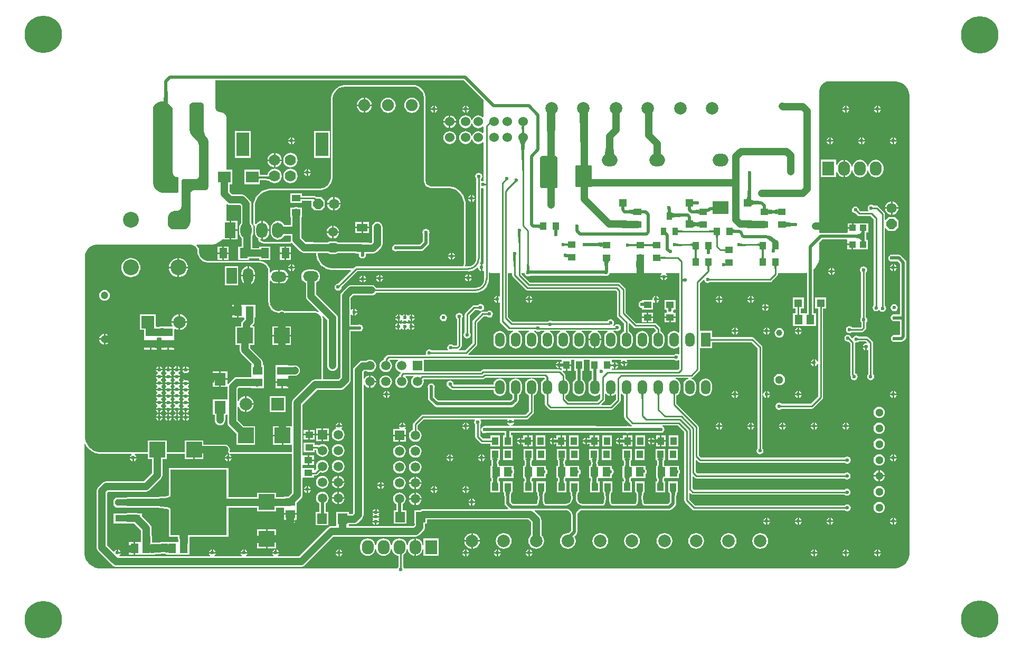
<source format=gbl>
G04*
G04 #@! TF.GenerationSoftware,Altium Limited,Altium Designer,20.2.6 (244)*
G04*
G04 Layer_Physical_Order=2*
G04 Layer_Color=16711680*
%FSLAX43Y43*%
%MOMM*%
G71*
G04*
G04 #@! TF.SameCoordinates,50BE3A92-8E6F-42E2-A157-1F0C76B00AEB*
G04*
G04*
G04 #@! TF.FilePolarity,Positive*
G04*
G01*
G75*
%ADD11C,0.254*%
%ADD24C,0.508*%
%ADD30R,1.397X1.000*%
%ADD32R,1.270X1.016*%
%ADD37R,1.500X1.300*%
%ADD41R,1.300X1.500*%
%ADD42R,1.016X1.270*%
%ADD56R,2.500X2.500*%
%ADD113C,1.500*%
%ADD128C,1.143*%
%ADD131C,1.524*%
G04:AMPARAMS|DCode=132|XSize=1.524mm|YSize=1.524mm|CornerRadius=0.381mm|HoleSize=0mm|Usage=FLASHONLY|Rotation=90.180|XOffset=0mm|YOffset=0mm|HoleType=Round|Shape=RoundedRectangle|*
%AMROUNDEDRECTD132*
21,1,1.524,0.762,0,0,90.2*
21,1,0.762,1.524,0,0,90.2*
1,1,0.762,0.380,0.382*
1,1,0.762,0.382,-0.380*
1,1,0.762,-0.380,-0.382*
1,1,0.762,-0.382,0.380*
%
%ADD132ROUNDEDRECTD132*%
%ADD133O,1.905X2.286*%
%ADD134R,1.905X2.286*%
%ADD135C,1.651*%
%ADD136P,1.787X8X22.5*%
%ADD137R,2.500X2.000*%
%ADD138O,2.500X2.000*%
%ADD139R,1.651X2.500*%
%ADD140O,1.651X2.500*%
%ADD141O,2.500X1.651*%
%ADD142C,1.900*%
%ADD143C,2.540*%
%ADD144O,1.800X2.500*%
%ADD145R,1.800X2.500*%
%ADD146C,2.000*%
%ADD147C,1.300*%
%ADD148R,2.000X2.000*%
%ADD149C,1.778*%
%ADD150R,2.032X3.810*%
%ADD151R,1.500X1.500*%
%ADD152P,1.787X8X112.5*%
%ADD153C,1.000*%
%ADD154C,1.200*%
%ADD155R,1.500X1.500*%
%ADD156O,1.524X2.286*%
%ADD157R,1.524X2.286*%
%ADD158C,6.000*%
%ADD159C,0.600*%
%ADD160R,1.270X1.651*%
%ADD161R,1.524X1.651*%
%ADD162R,1.800X2.000*%
%ADD163R,1.651X1.270*%
%ADD164R,2.000X1.800*%
%ADD165R,2.500X2.500*%
%ADD166R,1.200X1.200*%
%ADD167R,0.850X1.200*%
%ADD168R,4.000X1.100*%
G04:AMPARAMS|DCode=169|XSize=1.1mm|YSize=4mm|CornerRadius=0mm|HoleSize=0mm|Usage=FLASHONLY|Rotation=270.000|XOffset=0mm|YOffset=0mm|HoleType=Round|Shape=Octagon|*
%AMOCTAGOND169*
4,1,8,2.000,0.275,2.000,-0.275,1.725,-0.550,-1.725,-0.550,-2.000,-0.275,-2.000,0.275,-1.725,0.550,1.725,0.550,2.000,0.275,0.0*
%
%ADD169OCTAGOND169*%

%ADD170R,9.000X10.500*%
%ADD171R,1.270X1.270*%
%ADD172R,1.100X1.000*%
G36*
X23188Y86188D02*
X23280Y86170D01*
X23460Y86095D01*
X23622Y85986D01*
X23628Y85981D01*
X23487Y86075D01*
X23316Y86146D01*
X23189Y86171D01*
X23197Y85894D01*
X23981Y85217D01*
Y74828D01*
X23985Y74759D01*
X24012Y74622D01*
X24065Y74493D01*
X24143Y74377D01*
X24241Y74279D01*
X24357Y74201D01*
X24486Y74148D01*
X24623Y74121D01*
X24693Y74117D01*
X24733D01*
X24808Y74086D01*
X24865Y74029D01*
X24896Y73954D01*
Y73914D01*
Y71831D01*
Y71786D01*
X24861Y71702D01*
X24797Y71637D01*
X24713Y71603D01*
X22272D01*
X21958Y71665D01*
X21662Y71788D01*
X21396Y71966D01*
X21169Y72192D01*
X20991Y72458D01*
X20869Y72754D01*
X20806Y73068D01*
Y73228D01*
Y84861D01*
Y84994D01*
X20858Y85254D01*
X20960Y85499D01*
X21107Y85720D01*
X21294Y85907D01*
X21515Y86054D01*
X21760Y86156D01*
X22020Y86208D01*
X22534D01*
X22575Y87595D01*
X22584Y89433D01*
X23092D01*
X23188Y86188D01*
D02*
G37*
G36*
X23641Y85972D02*
X23772Y85841D01*
X23874Y85688D01*
X23945Y85517D01*
X23981Y85335D01*
Y85315D01*
X23943Y85506D01*
X23869Y85686D01*
X23760Y85848D01*
X23628Y85981D01*
X23641Y85972D01*
D02*
G37*
G36*
X73812Y86444D02*
Y83770D01*
X73685Y83714D01*
X73516Y83844D01*
X73269Y83946D01*
X73003Y83981D01*
X72738Y83946D01*
X72491Y83844D01*
X72279Y83681D01*
X72116Y83469D01*
X72043Y83294D01*
X71906D01*
X71834Y83469D01*
X71671Y83681D01*
X71458Y83844D01*
X71211Y83946D01*
X70946Y83981D01*
X70681Y83946D01*
X70434Y83844D01*
X70221Y83681D01*
X70059Y83469D01*
X69956Y83222D01*
X69921Y82956D01*
X69956Y82691D01*
X70059Y82444D01*
X70221Y82232D01*
X70434Y82069D01*
X70681Y81967D01*
X70946Y81932D01*
X71211Y81967D01*
X71458Y82069D01*
X71671Y82232D01*
X71834Y82444D01*
X71906Y82619D01*
X72043D01*
X72116Y82444D01*
X72279Y82232D01*
X72491Y82069D01*
X72738Y81967D01*
X73003Y81932D01*
X73269Y81967D01*
X73516Y82069D01*
X73685Y82199D01*
X73812Y82143D01*
Y81230D01*
X73685Y81174D01*
X73516Y81304D01*
X73269Y81406D01*
X73003Y81441D01*
X72738Y81406D01*
X72491Y81304D01*
X72279Y81141D01*
X72116Y80929D01*
X72043Y80754D01*
X71906D01*
X71834Y80929D01*
X71671Y81141D01*
X71458Y81304D01*
X71211Y81406D01*
X70946Y81441D01*
X70681Y81406D01*
X70434Y81304D01*
X70221Y81141D01*
X70059Y80929D01*
X69956Y80682D01*
X69921Y80416D01*
X69956Y80151D01*
X70059Y79904D01*
X70221Y79692D01*
X70434Y79529D01*
X70681Y79427D01*
X70946Y79392D01*
X71211Y79427D01*
X71458Y79529D01*
X71671Y79692D01*
X71834Y79904D01*
X71906Y80079D01*
X72043D01*
X72116Y79904D01*
X72279Y79692D01*
X72491Y79529D01*
X72738Y79427D01*
X73003Y79392D01*
X73269Y79427D01*
X73516Y79529D01*
X73685Y79659D01*
X73812Y79603D01*
Y73519D01*
X73727Y73449D01*
X73561Y73416D01*
X73434Y73496D01*
Y73809D01*
X73450Y73819D01*
X73572Y74003D01*
X73615Y74219D01*
X73572Y74435D01*
X73450Y74618D01*
X73267Y74741D01*
X73050Y74784D01*
X72834Y74741D01*
X72651Y74618D01*
X72529Y74435D01*
X72486Y74219D01*
X72529Y74003D01*
X72651Y73819D01*
X72657Y73815D01*
Y61031D01*
X72660Y61014D01*
X72620Y60704D01*
X72493Y60400D01*
X72293Y60138D01*
X72031Y59937D01*
X71726Y59811D01*
X71416Y59770D01*
X71399Y59774D01*
X70928D01*
X70857Y59879D01*
X70871Y59913D01*
X70876Y59938D01*
X70886Y59961D01*
X70917Y60118D01*
Y60144D01*
X70922Y60169D01*
Y60249D01*
Y69799D01*
Y70049D01*
X70917Y70074D01*
Y70100D01*
X70819Y70591D01*
X70809Y70614D01*
X70804Y70639D01*
X70613Y71101D01*
X70599Y71123D01*
X70589Y71146D01*
X70311Y71562D01*
X70293Y71580D01*
X70279Y71601D01*
X69925Y71955D01*
X69904Y71969D01*
X69886Y71987D01*
X69470Y72265D01*
X69446Y72275D01*
X69425Y72289D01*
X68963Y72481D01*
X68938Y72486D01*
X68914Y72496D01*
X68423Y72593D01*
X68398D01*
X68373Y72598D01*
X65488D01*
X65393Y72603D01*
X65203Y72641D01*
X65029Y72713D01*
X64873Y72817D01*
X64740Y72950D01*
X64635Y73106D01*
X64564Y73280D01*
X64526Y73471D01*
X64521Y73565D01*
Y86741D01*
Y86926D01*
X64516Y86951D01*
Y86977D01*
X64444Y87340D01*
X64434Y87363D01*
X64429Y87388D01*
X64287Y87730D01*
X64273Y87752D01*
X64263Y87775D01*
X64058Y88083D01*
X64040Y88101D01*
X64025Y88122D01*
X63764Y88384D01*
X63742Y88398D01*
X63724Y88416D01*
X63417Y88622D01*
X63393Y88632D01*
X63372Y88646D01*
X63030Y88788D01*
X63005Y88793D01*
X62981Y88802D01*
X62618Y88875D01*
X62593D01*
X62568Y88880D01*
X51532D01*
X51507Y88875D01*
X51482D01*
X51074Y88794D01*
X51051Y88784D01*
X51026Y88779D01*
X50642Y88620D01*
X50621Y88606D01*
X50597Y88596D01*
X50252Y88365D01*
X50234Y88347D01*
X50213Y88333D01*
X49919Y88039D01*
X49905Y88018D01*
X49887Y88000D01*
X49656Y87655D01*
X49646Y87631D01*
X49632Y87610D01*
X49473Y87226D01*
X49468Y87201D01*
X49459Y87178D01*
X49378Y86771D01*
Y86745D01*
X49373Y86720D01*
Y86512D01*
Y74149D01*
X49363Y73960D01*
X49289Y73584D01*
X49144Y73236D01*
X48935Y72922D01*
X48668Y72655D01*
X48354Y72446D01*
X48006Y72301D01*
X47630Y72226D01*
X47441Y72217D01*
X39475D01*
X39450Y72212D01*
X39425D01*
X38934Y72115D01*
X38911Y72105D01*
X38886Y72100D01*
X38423Y71908D01*
X38402Y71894D01*
X38379Y71884D01*
X37963Y71606D01*
X37945Y71588D01*
X37923Y71574D01*
X37570Y71220D01*
X37555Y71199D01*
X37537Y71181D01*
X37259Y70765D01*
X37250Y70742D01*
X37235Y70720D01*
X37044Y70258D01*
X37039Y70233D01*
X37029Y70210D01*
X36932Y69719D01*
Y69693D01*
X36927Y69668D01*
Y69418D01*
Y66559D01*
X36932Y66531D01*
X36933Y66502D01*
X36942Y66482D01*
X36946Y66460D01*
X36962Y66436D01*
X36974Y66409D01*
X36990Y66394D01*
X37002Y66376D01*
X37027Y66360D01*
X37048Y66340D01*
X37068Y66332D01*
X37086Y66320D01*
X37179Y66234D01*
X37139Y65933D01*
Y65233D01*
X37179Y64932D01*
X37295Y64651D01*
X37480Y64410D01*
X37721Y64225D01*
X37752Y64212D01*
X37758Y64195D01*
X37716Y64077D01*
X37714Y64059D01*
X37707Y64042D01*
Y64009D01*
X37702Y63977D01*
X37707Y63959D01*
Y63941D01*
X37719Y63911D01*
X37727Y63879D01*
X37738Y63865D01*
X37745Y63847D01*
X37768Y63824D01*
X37787Y63799D01*
X37803Y63789D01*
X37817Y63776D01*
X37924Y63704D01*
X37948Y63694D01*
X37969Y63680D01*
X38274Y63554D01*
X38299Y63549D01*
X38322Y63539D01*
X38646Y63475D01*
X38672D01*
X38697Y63470D01*
X42876D01*
X42905Y63475D01*
X42935Y63476D01*
X42954Y63485D01*
X42975Y63489D01*
X43000Y63506D01*
X43027Y63518D01*
X43137Y63485D01*
X43156Y63469D01*
X43175Y63445D01*
X44425Y62195D01*
X44598Y62062D01*
X44799Y61979D01*
X45014Y61951D01*
X46960D01*
Y61726D01*
X46965Y61701D01*
Y61675D01*
X47062Y61185D01*
X47072Y61161D01*
X47077Y61136D01*
X47268Y60674D01*
X47283Y60653D01*
X47292Y60629D01*
X47570Y60213D01*
X47588Y60195D01*
X47603Y60174D01*
X47956Y59820D01*
X47978Y59806D01*
X47996Y59788D01*
X48412Y59510D01*
X48435Y59500D01*
X48456Y59486D01*
X48919Y59294D01*
X48944Y59289D01*
X48967Y59280D01*
X49458Y59182D01*
X49483D01*
X49508Y59177D01*
X52493D01*
X52541Y59060D01*
X50906Y57425D01*
X50906Y57425D01*
X50508Y57026D01*
X50495Y57029D01*
X50279Y56986D01*
X50096Y56864D01*
X49973Y56680D01*
X49930Y56464D01*
X49973Y56248D01*
X50096Y56065D01*
X50279Y55942D01*
X50495Y55899D01*
X50711Y55942D01*
X50895Y56065D01*
X51017Y56248D01*
X51060Y56464D01*
X51057Y56477D01*
X51456Y56875D01*
X51456Y56875D01*
X53577Y58997D01*
X71399D01*
Y58994D01*
X71797Y59034D01*
X72179Y59149D01*
X72531Y59338D01*
X72825Y59579D01*
X72890Y59567D01*
X72957Y59534D01*
X72990Y59372D01*
X73112Y59189D01*
X73295Y59067D01*
X73384Y59049D01*
Y59588D01*
Y60128D01*
X73356Y60122D01*
X73272Y60235D01*
X73281Y60252D01*
X73397Y60634D01*
X73436Y61031D01*
X73434D01*
Y72272D01*
X73561Y72352D01*
X73727Y72319D01*
X73812Y72248D01*
Y60206D01*
X73790Y60181D01*
X73687Y60118D01*
X73687Y60118D01*
X73638Y60128D01*
Y59588D01*
Y59049D01*
X73728Y59067D01*
X73798Y59114D01*
X73910Y59054D01*
Y57760D01*
X73915Y57738D01*
X73869Y57389D01*
X73726Y57044D01*
X73498Y56748D01*
X73202Y56521D01*
X72857Y56378D01*
X72508Y56332D01*
X72487Y56336D01*
X56616D01*
X56605Y56364D01*
X56473Y56536D01*
X56300Y56669D01*
X56099Y56752D01*
X55884Y56780D01*
X52599D01*
X52383Y56752D01*
X52182Y56669D01*
X52010Y56536D01*
X51104Y55631D01*
X50972Y55458D01*
X50889Y55257D01*
X50874Y55150D01*
X50860Y55042D01*
Y49759D01*
Y41979D01*
X50531Y41650D01*
X48087D01*
Y51257D01*
Y51362D01*
X48082Y51387D01*
Y51413D01*
X48041Y51619D01*
X48031Y51642D01*
X48026Y51667D01*
X47970Y51803D01*
X48078Y51875D01*
X48803Y51150D01*
Y44033D01*
X48777Y43840D01*
X48806Y43625D01*
X48889Y43424D01*
X49021Y43252D01*
X49194Y43119D01*
X49395Y43036D01*
X49610Y43008D01*
X49826Y43036D01*
X50026Y43119D01*
X50199Y43252D01*
X50224Y43277D01*
X50357Y43449D01*
X50440Y43650D01*
X50454Y43758D01*
X50468Y43866D01*
Y51495D01*
X50440Y51710D01*
X50357Y51911D01*
X50224Y52084D01*
X47014Y55294D01*
Y57198D01*
X47070Y57221D01*
X47295Y57394D01*
X47469Y57620D01*
X47577Y57882D01*
X47614Y58164D01*
X47577Y58446D01*
X47469Y58708D01*
X47295Y58934D01*
X47070Y59107D01*
X46807Y59216D01*
X46526Y59253D01*
X45677D01*
X45395Y59216D01*
X45132Y59107D01*
X44907Y58934D01*
X44734Y58708D01*
X44625Y58446D01*
X44588Y58164D01*
X44625Y57882D01*
X44734Y57620D01*
X44907Y57394D01*
X45132Y57221D01*
X45348Y57131D01*
Y54949D01*
X45363Y54842D01*
X45377Y54734D01*
X45460Y54533D01*
X45592Y54361D01*
X47379Y52574D01*
X47307Y52466D01*
X47172Y52522D01*
X47147Y52527D01*
X47123Y52537D01*
X46917Y52578D01*
X46891D01*
X46866Y52583D01*
X42026D01*
X41988Y52576D01*
X41978Y52575D01*
X41895Y52639D01*
X41694Y52722D01*
X41478Y52750D01*
Y52750D01*
X41258Y52721D01*
X41052Y52636D01*
X40981Y52581D01*
X40948Y52589D01*
X40932Y52590D01*
X40639Y52648D01*
X40368Y52760D01*
X40125Y52923D01*
X39918Y53130D01*
X39756Y53373D01*
X39644Y53643D01*
X39585Y53937D01*
X39578Y54083D01*
Y57458D01*
X39705Y57501D01*
X39805Y57371D01*
X40031Y57198D01*
X40293Y57089D01*
X40575Y57052D01*
X40872D01*
Y58141D01*
Y59229D01*
X40575D01*
X40293Y59192D01*
X40031Y59084D01*
X39805Y58911D01*
X39705Y58780D01*
X39578Y58824D01*
Y59071D01*
X39573Y59096D01*
Y59121D01*
X39518Y59401D01*
X39508Y59424D01*
X39503Y59449D01*
X39394Y59713D01*
X39380Y59734D01*
X39370Y59758D01*
X39211Y59995D01*
X39193Y60013D01*
X39179Y60034D01*
X38977Y60236D01*
X38956Y60250D01*
X38938Y60268D01*
X38701Y60426D01*
X38678Y60436D01*
X38656Y60450D01*
X38393Y60559D01*
X38368Y60564D01*
X38344Y60574D01*
X38065Y60630D01*
X38039D01*
X38014Y60635D01*
X29724D01*
X29578Y60642D01*
X29285Y60700D01*
X29014Y60812D01*
X28771Y60975D01*
X28564Y61182D01*
X28402Y61425D01*
X28290Y61695D01*
X28232Y61988D01*
X28224Y62135D01*
Y62238D01*
X28219Y62263D01*
Y62289D01*
X28176Y62505D01*
X28167Y62528D01*
X28162Y62554D01*
X28077Y62757D01*
X28063Y62778D01*
X28054Y62802D01*
X27931Y62985D01*
X27913Y63003D01*
X27899Y63024D01*
X27779Y63144D01*
X27828Y63271D01*
X30074D01*
X30323Y63284D01*
X30811Y63381D01*
X31271Y63571D01*
X31685Y63848D01*
X31942Y64105D01*
X32069Y64079D01*
Y64079D01*
X32069Y64079D01*
X33096D01*
Y65583D01*
Y67087D01*
X32614D01*
Y69724D01*
X32728Y69780D01*
X32781Y69739D01*
X32982Y69655D01*
X33090Y69641D01*
X33198Y69627D01*
X34749D01*
X34931Y69445D01*
Y66743D01*
X34755Y66515D01*
X34639Y66234D01*
X34599Y65933D01*
Y65233D01*
X34639Y64932D01*
X34755Y64651D01*
X34940Y64410D01*
X35056Y64321D01*
Y62954D01*
X34493D01*
Y60795D01*
X36271D01*
Y61042D01*
X37846D01*
Y60795D01*
X39624D01*
Y62954D01*
X37846D01*
Y62707D01*
X36722D01*
Y64586D01*
X36771Y64651D01*
X36888Y64932D01*
X36927Y65233D01*
Y65933D01*
X36888Y66234D01*
X36771Y66515D01*
X36596Y66743D01*
Y69790D01*
X36567Y70006D01*
X36484Y70206D01*
X36352Y70379D01*
X35682Y71048D01*
X35510Y71181D01*
X35309Y71264D01*
X35201Y71278D01*
X35094Y71292D01*
X33543D01*
X33067Y71768D01*
Y72963D01*
X33488D01*
Y75271D01*
X32614D01*
Y83490D01*
X32609Y83587D01*
X32571Y83777D01*
X32497Y83957D01*
X32389Y84118D01*
X32251Y84256D01*
X32090Y84363D01*
X31911Y84438D01*
X31720Y84476D01*
X31623Y84480D01*
X31540D01*
X31378Y84513D01*
X31226Y84576D01*
X31089Y84668D01*
X30972Y84784D01*
X30880Y84922D01*
X30817Y85074D01*
X30785Y85236D01*
Y89601D01*
X70655D01*
X73812Y86444D01*
D02*
G37*
G36*
X80300Y82223D02*
X80348D01*
X80333Y82201D01*
X80319Y82144D01*
X80308Y82056D01*
X80348Y81150D01*
X80279D01*
X80268Y80416D01*
X80014D01*
X79981Y81150D01*
X79933D01*
X79949Y81172D01*
X79962Y81229D01*
X79974Y81317D01*
X79933Y82223D01*
X80003D01*
X80014Y82956D01*
X80268D01*
X80300Y82223D01*
D02*
G37*
G36*
X85382Y84325D02*
X85354Y84241D01*
X85328Y84041D01*
X85306Y83723D01*
X85235Y79358D01*
X85234Y78221D01*
X84091Y78328D01*
X83986Y84431D01*
X85382Y84325D01*
D02*
G37*
G36*
X90604Y84409D02*
X90591Y84202D01*
X90543Y79297D01*
X90542Y78102D01*
X89399Y78182D01*
X89235Y84278D01*
X90619Y84491D01*
X90604Y84409D01*
D02*
G37*
G36*
X94610Y80008D02*
X94737Y78002D01*
X94784Y77786D01*
X94838Y77632D01*
X94900Y77539D01*
X94969Y77508D01*
X93100D01*
X93169Y77539D01*
X93231Y77632D01*
X93285Y77786D01*
X93333Y78002D01*
X93372Y78280D01*
X93430Y79020D01*
X93463Y80594D01*
X94606D01*
X94610Y80008D01*
D02*
G37*
G36*
X91135Y75939D02*
X91171Y75904D01*
X91190Y75857D01*
Y75832D01*
Y72707D01*
Y72667D01*
X91159Y72592D01*
X91102Y72535D01*
X91027Y72504D01*
X88782D01*
X88698Y72539D01*
X88634Y72603D01*
X88599Y72687D01*
Y72733D01*
Y75857D01*
Y75877D01*
X88615Y75915D01*
X88643Y75943D01*
X88680Y75959D01*
X88701Y75959D01*
Y75959D01*
X91088D01*
X91135Y75939D01*
D02*
G37*
G36*
X80597Y79753D02*
X80528Y79554D01*
X80467Y79275D01*
X80414Y78916D01*
X80333Y77961D01*
X80272Y75929D01*
X80268Y75093D01*
X80014D01*
X80010Y75929D01*
X79815Y79275D01*
X79754Y79554D01*
X79685Y79753D01*
X79607Y79872D01*
X80674D01*
X80597Y79753D01*
D02*
G37*
G36*
X27837Y86024D02*
X28457Y86024D01*
X28561Y86024D01*
X28753Y85945D01*
X28900Y85798D01*
X28980Y85606D01*
X28980Y85502D01*
X28980Y85502D01*
X28980Y81570D01*
X28985Y81445D01*
X29030Y81198D01*
X29117Y80963D01*
X29244Y80747D01*
X29322Y80649D01*
X29410Y80561D01*
X29548Y80355D01*
X29643Y80126D01*
X29691Y79883D01*
X29691Y79759D01*
X29691Y79759D01*
Y76269D01*
X29696Y76255D01*
Y76175D01*
X29696Y72644D01*
X29696Y72518D01*
X29600Y72284D01*
X29421Y72106D01*
X29188Y72009D01*
X29061Y72009D01*
X29061Y72009D01*
X27487Y72009D01*
X27358Y71996D01*
X27120Y71898D01*
X26938Y71715D01*
X26839Y71477D01*
X26826Y71349D01*
X26826Y67005D01*
X26826Y66875D01*
X26775Y66620D01*
X26676Y66380D01*
X26531Y66163D01*
X26347Y65979D01*
X26131Y65835D01*
X25891Y65735D01*
X25636Y65684D01*
X25505Y65684D01*
X24133D01*
X23932Y65724D01*
X23742Y65803D01*
X23572Y65917D01*
X23427Y66062D01*
X23313Y66233D01*
X23234Y66422D01*
X23194Y66623D01*
Y66726D01*
Y67513D01*
Y67628D01*
X23239Y67854D01*
X23327Y68067D01*
X23455Y68258D01*
X23618Y68421D01*
X23809Y68549D01*
X24022Y68637D01*
X24247Y68682D01*
X24362Y68682D01*
X24362Y68682D01*
X24591D01*
X24668Y68685D01*
X24820Y68715D01*
X24962Y68775D01*
X25091Y68860D01*
X25200Y68969D01*
X25285Y69098D01*
X25345Y69240D01*
X25375Y69392D01*
X25378Y69469D01*
Y73431D01*
X25378Y73502D01*
X25433Y73633D01*
X25533Y73733D01*
X25663Y73787D01*
X25734Y73787D01*
X25734Y73787D01*
X27715Y73787D01*
X27804Y73796D01*
X27969Y73864D01*
X28095Y73990D01*
X28164Y74155D01*
X28172Y74244D01*
X28172Y74244D01*
Y75895D01*
X28172Y75963D01*
X28192Y76062D01*
X28192Y79084D01*
X28187Y79203D01*
X28142Y79435D01*
X28054Y79656D01*
X27926Y79855D01*
X27848Y79945D01*
X27848Y79945D01*
X27120Y80710D01*
X27018Y80817D01*
X26859Y81065D01*
X26749Y81339D01*
X26694Y81629D01*
X26694Y81777D01*
Y81777D01*
X26694Y85491D01*
X26694Y85602D01*
X26779Y85807D01*
X26936Y85965D01*
X27141Y86050D01*
X27252D01*
X27252Y86050D01*
X27837Y86024D01*
D02*
G37*
G36*
X85372Y77470D02*
X85428Y77470D01*
X85530Y77427D01*
X85609Y77349D01*
X85651Y77246D01*
X85651Y77191D01*
X85651Y77191D01*
X85651Y72542D01*
X85651Y72507D01*
X85624Y72442D01*
X85574Y72392D01*
X85509Y72365D01*
X85474Y72365D01*
X85474Y72365D01*
X83214D01*
X83153Y72364D01*
X83041Y72411D01*
X82955Y72496D01*
X82908Y72609D01*
X82908Y72669D01*
Y72669D01*
X82908Y77216D01*
Y77267D01*
X82947Y77360D01*
X83018Y77431D01*
X83112Y77470D01*
X83162D01*
X85372Y77470D01*
D02*
G37*
G36*
X79093Y73258D02*
X79058Y73246D01*
X79001Y73209D01*
X78920Y73146D01*
X78691Y72945D01*
X77720Y72004D01*
X77541Y72183D01*
X78796Y73555D01*
X79093Y73258D01*
D02*
G37*
G36*
X116780Y70597D02*
X115955Y70594D01*
X116003Y70610D01*
X116046Y70655D01*
X116084Y70732D01*
X116117Y70839D01*
X116145Y70976D01*
X116168Y71144D01*
X116199Y71572D01*
X116209Y72121D01*
X116717D01*
X116780Y70597D01*
D02*
G37*
G36*
X116796Y70460D02*
X116841Y70417D01*
X116918Y70379D01*
X117024Y70346D01*
X117161Y70318D01*
X117329Y70295D01*
X117756Y70264D01*
X118304Y70254D01*
Y69746D01*
X118015Y69744D01*
X117161Y69683D01*
X117024Y69655D01*
X116918Y69622D01*
X116841Y69584D01*
X116796Y69540D01*
X116780Y69492D01*
Y70508D01*
X116796Y70460D01*
D02*
G37*
G36*
X121012Y68784D02*
X121032Y68783D01*
Y68275D01*
X121012Y68275D01*
Y68024D01*
X120997Y68072D01*
X120952Y68115D01*
X120875Y68152D01*
X120769Y68185D01*
X120631Y68212D01*
X120464Y68235D01*
X120336Y68244D01*
X119889Y68212D01*
X119752Y68185D01*
X119645Y68152D01*
X119569Y68115D01*
X119523Y68072D01*
X119508Y68024D01*
Y68275D01*
X119488Y68275D01*
Y68783D01*
X119508Y68783D01*
Y69034D01*
X119523Y68986D01*
X119569Y68944D01*
X119645Y68906D01*
X119752Y68874D01*
X119889Y68846D01*
X120056Y68823D01*
X120184Y68814D01*
X120631Y68846D01*
X120769Y68874D01*
X120875Y68906D01*
X120952Y68944D01*
X120997Y68986D01*
X121012Y69034D01*
Y68784D01*
D02*
G37*
G36*
X108382Y68142D02*
X108370Y68167D01*
X108335Y68190D01*
X108277Y68210D01*
X108196Y68227D01*
X108091Y68242D01*
X107811Y68263D01*
X107217Y68275D01*
Y68783D01*
X107439Y68785D01*
X108196Y68831D01*
X108277Y68848D01*
X108335Y68868D01*
X108370Y68891D01*
X108382Y68916D01*
Y68142D01*
D02*
G37*
G36*
X97927Y68043D02*
X97912Y68087D01*
X97868Y68127D01*
X97795Y68162D01*
X97693Y68192D01*
X97562Y68217D01*
X97401Y68238D01*
X96992Y68266D01*
X96466Y68275D01*
Y68783D01*
X96743Y68786D01*
X97562Y68841D01*
X97693Y68867D01*
X97795Y68897D01*
X97868Y68932D01*
X97912Y68971D01*
X97927Y69015D01*
Y68043D01*
D02*
G37*
G36*
X104048Y68429D02*
X104093Y68386D01*
X104170Y68348D01*
X104276Y68315D01*
X104413Y68287D01*
X104581Y68265D01*
X105008Y68234D01*
X105556Y68224D01*
Y67716D01*
X105266Y67714D01*
X104411Y67653D01*
X104274Y67625D01*
X104167Y67592D01*
X104091Y67554D01*
X104045Y67511D01*
X104029Y67462D01*
X104032Y68477D01*
X104048Y68429D01*
D02*
G37*
G36*
X107474Y66983D02*
X107520Y66940D01*
X107596Y66902D01*
X107702Y66869D01*
X107840Y66841D01*
X107930Y66829D01*
X108006Y66834D01*
X108140Y66858D01*
X108245Y66888D01*
X108319Y66921D01*
X108364Y66960D01*
X108379Y67002D01*
X108380Y66792D01*
X108434Y66788D01*
X108983Y66778D01*
Y66270D01*
X108693Y66267D01*
X108381Y66245D01*
X108382Y66027D01*
X108367Y66073D01*
X108322Y66114D01*
X108247Y66151D01*
X108143Y66182D01*
X108008Y66209D01*
X107963Y66215D01*
X107840Y66206D01*
X107702Y66178D01*
X107596Y66145D01*
X107520Y66107D01*
X107474Y66064D01*
X107459Y66016D01*
Y66258D01*
X107426Y66260D01*
X106888Y66270D01*
Y66778D01*
X107171Y66780D01*
X107459Y66798D01*
Y67032D01*
X107474Y66983D01*
D02*
G37*
G36*
X122292Y66954D02*
X122337Y66912D01*
X122414Y66874D01*
X122520Y66842D01*
X122657Y66814D01*
X122825Y66791D01*
X123252Y66761D01*
X123800Y66751D01*
Y66243D01*
X123511Y66241D01*
X122657Y66180D01*
X122520Y66153D01*
X122414Y66120D01*
X122337Y66083D01*
X122292Y66040D01*
X122276Y65992D01*
Y67002D01*
X122292Y66954D01*
D02*
G37*
G36*
X96783Y67102D02*
X96835Y67100D01*
X98504Y67095D01*
Y65952D01*
X96765Y65953D01*
Y67103D01*
X96783Y67102D01*
D02*
G37*
G36*
X116801Y67132D02*
X116863Y67119D01*
X116967Y67107D01*
X117298Y67088D01*
X118850Y67069D01*
Y65926D01*
X116780Y65953D01*
Y67147D01*
X116801Y67132D01*
D02*
G37*
G36*
X82887Y65861D02*
X82876Y65881D01*
X82844Y65898D01*
X82791Y65914D01*
X82716Y65927D01*
X82620Y65938D01*
X82363Y65955D01*
X81817Y65964D01*
Y66472D01*
X82021Y66473D01*
X82791Y66522D01*
X82844Y66537D01*
X82876Y66555D01*
X82887Y66574D01*
Y65861D01*
D02*
G37*
G36*
X110776Y65161D02*
X110769Y65185D01*
X110746Y65207D01*
X110708Y65226D01*
X110654Y65242D01*
X110586Y65256D01*
X110502Y65268D01*
X110289Y65283D01*
X110014Y65288D01*
Y65542D01*
X110159Y65543D01*
X110586Y65574D01*
X110654Y65588D01*
X110708Y65604D01*
X110746Y65623D01*
X110769Y65645D01*
X110776Y65669D01*
Y65161D01*
D02*
G37*
G36*
X104987Y65645D02*
X105010Y65623D01*
X105048Y65604D01*
X105102Y65588D01*
X105171Y65574D01*
X105255Y65562D01*
X105469Y65547D01*
X105744Y65542D01*
Y65288D01*
X105599Y65287D01*
X105171Y65256D01*
X105102Y65242D01*
X105048Y65226D01*
X105010Y65207D01*
X104987Y65185D01*
X104979Y65161D01*
Y65669D01*
X104987Y65645D01*
D02*
G37*
G36*
X113828Y65721D02*
X113856Y65710D01*
X113904Y65700D01*
X113971Y65692D01*
X114162Y65679D01*
X114773Y65669D01*
Y65161D01*
X114591Y65160D01*
X113828Y65109D01*
X113818Y65097D01*
Y65733D01*
X113828Y65721D01*
D02*
G37*
G36*
X111511Y64778D02*
X111490Y64755D01*
X111470Y64717D01*
X111454Y64664D01*
X111440Y64595D01*
X111429Y64511D01*
X111413Y64296D01*
X111408Y64021D01*
X111154D01*
X111153Y64166D01*
X111122Y64595D01*
X111109Y64664D01*
X111092Y64717D01*
X111073Y64755D01*
X111051Y64778D01*
X111027Y64786D01*
X111535D01*
X111511Y64778D01*
D02*
G37*
G36*
X134961Y65436D02*
X134956Y65411D01*
X134953Y65369D01*
X134944Y65142D01*
X134940Y64605D01*
X134432Y63843D01*
X134420Y63939D01*
X134382Y64026D01*
X134318Y64102D01*
X134229Y64168D01*
X134115Y64224D01*
X133975Y64270D01*
X133810Y64305D01*
X133404Y64346D01*
X133162Y64351D01*
Y64859D01*
X133404Y64864D01*
X133620Y64879D01*
X133810Y64905D01*
X133975Y64940D01*
X134115Y64986D01*
X134229Y65042D01*
X134318Y65108D01*
X134382Y65184D01*
X134413Y65256D01*
X134408Y65445D01*
X134965D01*
X134961Y65436D01*
D02*
G37*
G36*
X79747Y65335D02*
X79733Y65268D01*
X79720Y65167D01*
X79701Y64863D01*
X79680Y63511D01*
X79426D01*
X79343Y65369D01*
X79763D01*
X79747Y65335D01*
D02*
G37*
G36*
X121133Y63751D02*
X120127Y63402D01*
X120174Y63430D01*
X120191Y63471D01*
X120178Y63525D01*
X120134Y63592D01*
X120060Y63671D01*
X119955Y63764D01*
X119820Y63869D01*
X119458Y64118D01*
X119231Y64262D01*
X119648Y64717D01*
X121133Y63751D01*
D02*
G37*
G36*
X98308Y63331D02*
X98937Y63322D01*
Y63068D01*
X98308Y63043D01*
Y62941D01*
X98300Y62965D01*
X98277Y62987D01*
X98239Y63006D01*
X98186Y63022D01*
X98123Y63035D01*
X97155Y62996D01*
Y63394D01*
X97184Y63381D01*
X97246Y63368D01*
X97342Y63358D01*
X97632Y63340D01*
X97876Y63337D01*
X98117Y63354D01*
X98186Y63368D01*
X98239Y63384D01*
X98277Y63403D01*
X98300Y63425D01*
X98308Y63449D01*
Y63331D01*
D02*
G37*
G36*
X100975Y62941D02*
X100967Y62965D01*
X100944Y62987D01*
X100906Y63006D01*
X100853Y63022D01*
X100784Y63036D01*
X100700Y63048D01*
X100485Y63063D01*
X100249Y63067D01*
X100185Y63067D01*
X99757Y63036D01*
X99688Y63022D01*
X99635Y63006D01*
X99596Y62987D01*
X99573Y62965D01*
X99566Y62941D01*
Y63449D01*
X99573Y63425D01*
X99596Y63403D01*
X99635Y63384D01*
X99688Y63368D01*
X99757Y63354D01*
X99841Y63343D01*
X100055Y63327D01*
X100292Y63323D01*
X100355Y63323D01*
X100784Y63354D01*
X100853Y63368D01*
X100906Y63384D01*
X100944Y63403D01*
X100967Y63425D01*
X100975Y63449D01*
Y62941D01*
D02*
G37*
G36*
X87335Y63042D02*
X87328Y63061D01*
X87307Y63079D01*
X87273Y63094D01*
X87224Y63107D01*
X87162Y63119D01*
X87086Y63128D01*
X86892Y63140D01*
X86643Y63144D01*
Y63398D01*
X86775Y63399D01*
X87162Y63424D01*
X87224Y63435D01*
X87273Y63449D01*
X87307Y63464D01*
X87328Y63482D01*
X87335Y63501D01*
Y63042D01*
D02*
G37*
G36*
X115034Y63440D02*
X115101Y63426D01*
X115202Y63414D01*
X115506Y63394D01*
X116858Y63373D01*
Y63119D01*
X115001Y63036D01*
Y63456D01*
X115034Y63440D01*
D02*
G37*
G36*
X104747D02*
X104814Y63426D01*
X104915Y63414D01*
X105219Y63394D01*
X106571Y63373D01*
Y63119D01*
X104714Y63036D01*
Y63456D01*
X104747Y63440D01*
D02*
G37*
G36*
X118091Y62992D02*
X118084Y63016D01*
X118061Y63038D01*
X118023Y63057D01*
X117970Y63073D01*
X117901Y63087D01*
X117817Y63099D01*
X117604Y63114D01*
X117329Y63119D01*
Y63373D01*
X117474Y63374D01*
X117901Y63405D01*
X117970Y63419D01*
X118023Y63435D01*
X118061Y63454D01*
X118084Y63476D01*
X118091Y63500D01*
Y62992D01*
D02*
G37*
G36*
X107347D02*
X107340Y63016D01*
X107317Y63038D01*
X107279Y63057D01*
X107225Y63073D01*
X107157Y63087D01*
X107073Y63099D01*
X106860Y63114D01*
X106585Y63119D01*
Y63373D01*
X106730Y63374D01*
X107157Y63405D01*
X107225Y63419D01*
X107279Y63435D01*
X107317Y63454D01*
X107340Y63476D01*
X107347Y63500D01*
Y62992D01*
D02*
G37*
G36*
X92898Y62764D02*
X92882Y62813D01*
X92836Y62856D01*
X92760Y62894D01*
X92653Y62927D01*
X92516Y62955D01*
X92348Y62978D01*
X91920Y63008D01*
X91371Y63018D01*
Y63526D01*
X91660Y63528D01*
X92651Y63589D01*
X92758Y63612D01*
X92834Y63638D01*
X92879Y63667D01*
X92895Y63700D01*
X92898Y62764D01*
D02*
G37*
G36*
X140390Y89361D02*
X140852Y89170D01*
X141268Y88892D01*
X141622Y88538D01*
X141900Y88122D01*
X142092Y87660D01*
X142189Y87169D01*
Y86919D01*
Y13919D01*
Y13669D01*
X142092Y13178D01*
X141900Y12716D01*
X141622Y12300D01*
X141268Y11946D01*
X140852Y11668D01*
X140390Y11477D01*
X139899Y11379D01*
X61083D01*
X61075Y11418D01*
X60953Y11601D01*
X60942Y11608D01*
Y13542D01*
X61189Y13732D01*
X61383Y13984D01*
X61504Y14277D01*
X61535Y14509D01*
X61663D01*
X61693Y14277D01*
X61815Y13984D01*
X62008Y13732D01*
X62260Y13538D01*
X62554Y13417D01*
X62742Y13392D01*
Y14783D01*
Y16173D01*
X62554Y16149D01*
X62260Y16027D01*
X62008Y15834D01*
X61815Y15582D01*
X61693Y15288D01*
X61663Y15057D01*
X61535D01*
X61504Y15288D01*
X61383Y15582D01*
X61189Y15834D01*
X60937Y16027D01*
X60644Y16149D01*
X60329Y16190D01*
X60014Y16149D01*
X59720Y16027D01*
X59468Y15834D01*
X59275Y15582D01*
X59153Y15288D01*
X59123Y15057D01*
X58995D01*
X58964Y15288D01*
X58843Y15582D01*
X58649Y15834D01*
X58397Y16027D01*
X58104Y16149D01*
X57789Y16190D01*
X57474Y16149D01*
X57180Y16027D01*
X56928Y15834D01*
X56735Y15582D01*
X56613Y15288D01*
X56583Y15057D01*
X56455D01*
X56424Y15288D01*
X56303Y15582D01*
X56109Y15834D01*
X55857Y16027D01*
X55564Y16149D01*
X55249Y16190D01*
X54934Y16149D01*
X54640Y16027D01*
X54388Y15834D01*
X54195Y15582D01*
X54073Y15288D01*
X54032Y14973D01*
Y14592D01*
X54073Y14277D01*
X54195Y13984D01*
X54388Y13732D01*
X54640Y13538D01*
X54934Y13417D01*
X55249Y13375D01*
X55564Y13417D01*
X55857Y13538D01*
X56109Y13732D01*
X56303Y13984D01*
X56424Y14277D01*
X56455Y14509D01*
X56583D01*
X56613Y14277D01*
X56735Y13984D01*
X56928Y13732D01*
X57180Y13538D01*
X57474Y13417D01*
X57789Y13375D01*
X58104Y13417D01*
X58397Y13538D01*
X58649Y13732D01*
X58843Y13984D01*
X58964Y14277D01*
X58995Y14509D01*
X59123D01*
X59153Y14277D01*
X59275Y13984D01*
X59468Y13732D01*
X59720Y13538D01*
X60014Y13417D01*
X60165Y13397D01*
Y11608D01*
X60154Y11601D01*
X60032Y11418D01*
X60024Y11379D01*
X12094D01*
X11604Y11477D01*
X11141Y11668D01*
X10725Y11946D01*
X10371Y12300D01*
X10093Y12716D01*
X9902Y13178D01*
X9804Y13669D01*
Y13919D01*
Y31337D01*
X9929Y31361D01*
X9981Y31235D01*
X9995Y31214D01*
X10005Y31190D01*
X10283Y30774D01*
X10301Y30756D01*
X10315Y30735D01*
X10669Y30381D01*
X10690Y30367D01*
X10708Y30349D01*
X11124Y30071D01*
X11148Y30061D01*
X11169Y30047D01*
X11631Y29856D01*
X11656Y29851D01*
X11680Y29841D01*
X12171Y29743D01*
X12196D01*
X12221Y29738D01*
X17358D01*
X17387Y29611D01*
X17232Y29508D01*
X17110Y29325D01*
X17092Y29235D01*
X18171D01*
X18153Y29325D01*
X18031Y29508D01*
X17876Y29611D01*
X17905Y29738D01*
X19984D01*
Y28874D01*
X20655D01*
Y26655D01*
X19340Y25340D01*
X16774D01*
X16610Y25318D01*
X13293D01*
X13078Y25290D01*
X12877Y25207D01*
X12705Y25074D01*
X12035Y24405D01*
X11903Y24232D01*
X11820Y24032D01*
X11805Y23924D01*
X11791Y23816D01*
Y14707D01*
X11805Y14599D01*
X11820Y14491D01*
X11903Y14290D01*
X12035Y14118D01*
X14270Y11883D01*
X14443Y11750D01*
X14644Y11667D01*
X14751Y11653D01*
X14859Y11639D01*
X44577D01*
X44685Y11653D01*
X44792Y11667D01*
X44993Y11750D01*
X45166Y11883D01*
X49773Y16490D01*
X62949D01*
X63057Y16504D01*
X63165Y16519D01*
X63366Y16602D01*
X63538Y16734D01*
X64208Y17404D01*
X64340Y17576D01*
X64423Y17777D01*
X64451Y17992D01*
Y18529D01*
X64745D01*
Y19208D01*
X81024D01*
X81442Y18790D01*
Y16715D01*
X81380Y16668D01*
X81179Y16406D01*
X81053Y16101D01*
X81010Y15773D01*
X81053Y15446D01*
X81179Y15141D01*
X81380Y14879D01*
X81642Y14678D01*
X81947Y14552D01*
X82274Y14509D01*
X82602Y14552D01*
X82907Y14678D01*
X83169Y14879D01*
X83370Y15141D01*
X83496Y15446D01*
X83539Y15773D01*
X83496Y16101D01*
X83370Y16406D01*
X83169Y16668D01*
X83107Y16715D01*
Y19135D01*
X83093Y19243D01*
X83079Y19351D01*
X82995Y19551D01*
X82863Y19724D01*
X82023Y20564D01*
X82076Y20691D01*
X86934D01*
X87058Y20685D01*
X87240Y20652D01*
X87391Y20602D01*
X87515Y20536D01*
X87615Y20453D01*
X87697Y20353D01*
X87764Y20230D01*
X87814Y20078D01*
X87846Y19897D01*
X87852Y19773D01*
Y17408D01*
X87468Y17023D01*
X87354Y17038D01*
X87027Y16995D01*
X86722Y16869D01*
X86460Y16668D01*
X86259Y16406D01*
X86133Y16101D01*
X86090Y15773D01*
X86133Y15446D01*
X86259Y15141D01*
X86460Y14879D01*
X86722Y14678D01*
X87027Y14552D01*
X87354Y14509D01*
X87682Y14552D01*
X87987Y14678D01*
X88249Y14879D01*
X88450Y15141D01*
X88576Y15446D01*
X88619Y15773D01*
X88576Y16101D01*
X88450Y16406D01*
X88392Y16482D01*
X88737Y16827D01*
X88849Y16995D01*
X88888Y17193D01*
Y19773D01*
X88895Y19897D01*
X88927Y20078D01*
X88977Y20230D01*
X89044Y20353D01*
X89126Y20453D01*
X89226Y20536D01*
X89350Y20602D01*
X89501Y20652D01*
X89683Y20685D01*
X89807Y20691D01*
X103661D01*
X103859Y20730D01*
X104027Y20843D01*
X104612Y21427D01*
X104724Y21595D01*
X104763Y21793D01*
Y22523D01*
X104768Y22791D01*
X104797Y23202D01*
X104818Y23354D01*
X104841Y23470D01*
X104857Y23520D01*
X105007D01*
Y23752D01*
X105008Y23756D01*
X105007Y23765D01*
Y23768D01*
X105009Y23777D01*
X105007Y23787D01*
Y25298D01*
X103483D01*
Y23787D01*
X103481Y23777D01*
X103483Y23768D01*
Y23765D01*
X103482Y23756D01*
X103483Y23752D01*
Y23520D01*
X103634D01*
X103650Y23470D01*
X103672Y23362D01*
X103727Y22569D01*
Y22008D01*
X103447Y21727D01*
X99653D01*
X99647Y21728D01*
X99628Y21736D01*
X99604Y21757D01*
X99570Y21801D01*
X99533Y21878D01*
X99497Y21988D01*
X99466Y22130D01*
X99444Y22302D01*
X99429Y22502D01*
Y22523D01*
X99434Y22791D01*
X99463Y23202D01*
X99484Y23354D01*
X99507Y23470D01*
X99523Y23520D01*
X99673D01*
Y23752D01*
X99674Y23756D01*
X99673Y23765D01*
Y23768D01*
X99675Y23777D01*
X99673Y23787D01*
Y25298D01*
X98149D01*
Y23787D01*
X98147Y23777D01*
X98149Y23768D01*
Y23765D01*
X98148Y23756D01*
X98149Y23752D01*
Y23520D01*
X98300D01*
X98316Y23470D01*
X98338Y23362D01*
X98393Y22569D01*
Y22506D01*
X98355Y22126D01*
X98326Y21988D01*
X98290Y21878D01*
X98252Y21801D01*
X98219Y21757D01*
X98194Y21736D01*
X98175Y21728D01*
X98170Y21727D01*
X94446D01*
X94440Y21728D01*
X94421Y21736D01*
X94397Y21757D01*
X94363Y21801D01*
X94326Y21878D01*
X94290Y21988D01*
X94259Y22130D01*
X94237Y22302D01*
X94222Y22502D01*
Y22523D01*
X94227Y22791D01*
X94256Y23202D01*
X94277Y23354D01*
X94300Y23470D01*
X94316Y23520D01*
X94466D01*
Y23752D01*
X94467Y23756D01*
X94466Y23765D01*
Y23768D01*
X94468Y23777D01*
X94466Y23787D01*
Y25298D01*
X92942D01*
Y23787D01*
X92940Y23777D01*
X92942Y23768D01*
Y23765D01*
X92941Y23756D01*
X92942Y23752D01*
Y23520D01*
X93093D01*
X93109Y23470D01*
X93131Y23362D01*
X93186Y22569D01*
Y22506D01*
X93148Y22126D01*
X93119Y21988D01*
X93083Y21878D01*
X93045Y21801D01*
X93012Y21757D01*
X92987Y21736D01*
X92968Y21728D01*
X92963Y21727D01*
X89807D01*
X89683Y21733D01*
X89501Y21766D01*
X89350Y21816D01*
X89226Y21882D01*
X89126Y21965D01*
X89044Y22065D01*
X88977Y22188D01*
X88927Y22340D01*
X88895Y22521D01*
X88890Y22614D01*
X88893Y22791D01*
X88922Y23202D01*
X88943Y23354D01*
X88966Y23470D01*
X88982Y23520D01*
X89132D01*
Y23752D01*
X89133Y23756D01*
X89132Y23765D01*
Y23768D01*
X89134Y23777D01*
X89132Y23787D01*
Y25298D01*
X87608D01*
Y23787D01*
X87606Y23777D01*
X87608Y23768D01*
Y23765D01*
X87607Y23756D01*
X87608Y23752D01*
Y23520D01*
X87759D01*
X87775Y23470D01*
X87797Y23362D01*
X87850Y22601D01*
X87846Y22521D01*
X87814Y22340D01*
X87764Y22188D01*
X87697Y22065D01*
X87615Y21965D01*
X87515Y21882D01*
X87391Y21816D01*
X87240Y21766D01*
X87058Y21733D01*
X86934Y21727D01*
X83778D01*
X83772Y21728D01*
X83753Y21736D01*
X83729Y21757D01*
X83695Y21801D01*
X83658Y21878D01*
X83622Y21988D01*
X83591Y22130D01*
X83569Y22302D01*
X83554Y22502D01*
Y22523D01*
X83559Y22791D01*
X83588Y23202D01*
X83609Y23354D01*
X83632Y23470D01*
X83648Y23520D01*
X83798D01*
Y23752D01*
X83799Y23756D01*
X83798Y23765D01*
Y23768D01*
X83800Y23777D01*
X83798Y23787D01*
Y25298D01*
X82274D01*
Y23787D01*
X82272Y23777D01*
X82274Y23768D01*
Y23765D01*
X82273Y23756D01*
X82274Y23752D01*
Y23520D01*
X82425D01*
X82441Y23470D01*
X82463Y23362D01*
X82518Y22569D01*
Y22506D01*
X82480Y22126D01*
X82451Y21988D01*
X82415Y21878D01*
X82377Y21801D01*
X82344Y21757D01*
X82319Y21736D01*
X82300Y21728D01*
X82295Y21727D01*
X78527D01*
X78220Y22033D01*
Y22523D01*
X78225Y22791D01*
X78254Y23202D01*
X78275Y23354D01*
X78298Y23470D01*
X78314Y23520D01*
X78464D01*
Y23752D01*
X78465Y23756D01*
X78464Y23765D01*
Y23768D01*
X78466Y23777D01*
X78464Y23787D01*
Y25298D01*
X76940D01*
Y23787D01*
X76938Y23777D01*
X76940Y23768D01*
Y23765D01*
X76939Y23756D01*
X76940Y23752D01*
Y23520D01*
X77091D01*
X77107Y23470D01*
X77129Y23362D01*
X77184Y22569D01*
Y21819D01*
X77224Y21620D01*
X77336Y21452D01*
X77798Y20991D01*
X77749Y20873D01*
X64160D01*
X64053Y20859D01*
X63945Y20845D01*
X63744Y20762D01*
X63648Y20688D01*
X62713D01*
Y18529D01*
X62786D01*
Y18337D01*
X62604Y18155D01*
X52214D01*
X52197Y18275D01*
X52197D01*
Y18446D01*
X53077D01*
X53185Y18460D01*
X53292Y18474D01*
X53493Y18558D01*
X53666Y18690D01*
X54335Y19359D01*
X54467Y19532D01*
X54551Y19733D01*
X54579Y19948D01*
Y40821D01*
X54706Y40846D01*
X54727Y40794D01*
X54888Y40584D01*
X55098Y40423D01*
X55342Y40322D01*
X55477Y40304D01*
Y41300D01*
Y42296D01*
X55342Y42279D01*
X55098Y42177D01*
X54888Y42016D01*
X54727Y41807D01*
X54706Y41755D01*
X54579Y41780D01*
Y42815D01*
X54761Y42997D01*
X55054D01*
X55098Y42963D01*
X55342Y42862D01*
X55604Y42828D01*
X55867Y42862D01*
X56111Y42963D01*
X56320Y43124D01*
X56481Y43334D01*
X56583Y43578D01*
X56617Y43840D01*
X56583Y44103D01*
X56481Y44347D01*
X56320Y44556D01*
X56111Y44717D01*
X55867Y44819D01*
X55604Y44853D01*
X55342Y44819D01*
X55098Y44717D01*
X55026Y44662D01*
X54416D01*
X54200Y44634D01*
X54000Y44551D01*
X53827Y44418D01*
X53158Y43749D01*
X53025Y43576D01*
X52942Y43375D01*
X52928Y43268D01*
X52914Y43160D01*
Y20293D01*
X52732Y20111D01*
X52197D01*
Y20434D01*
X50165D01*
Y18275D01*
X50165D01*
X50148Y18155D01*
X49428D01*
X49321Y18141D01*
X49213Y18127D01*
X49012Y18044D01*
X48840Y17912D01*
X44232Y13304D01*
X40873D01*
X40834Y13431D01*
X40891Y13469D01*
X41013Y13652D01*
X41031Y13741D01*
X39952D01*
X39970Y13652D01*
X40092Y13469D01*
X40149Y13431D01*
X40110Y13304D01*
X35793D01*
X35754Y13431D01*
X35811Y13469D01*
X35933Y13652D01*
X35951Y13741D01*
X34872D01*
X34890Y13652D01*
X35012Y13469D01*
X35069Y13431D01*
X35030Y13304D01*
X30713D01*
X30674Y13431D01*
X30731Y13469D01*
X30853Y13652D01*
X30871Y13741D01*
X29792D01*
X29810Y13652D01*
X29932Y13469D01*
X29989Y13431D01*
X29950Y13304D01*
X15473D01*
X15434Y13431D01*
X15491Y13469D01*
X15613Y13652D01*
X15631Y13741D01*
X15091D01*
Y13868D01*
X14964D01*
Y14408D01*
X14875Y14390D01*
X14692Y14268D01*
X14583Y14105D01*
X14446Y14062D01*
X13456Y15051D01*
Y23471D01*
X13638Y23653D01*
X16752D01*
X16915Y23674D01*
X19685D01*
X19793Y23689D01*
X19900Y23703D01*
X20101Y23786D01*
X20274Y23918D01*
X22077Y25721D01*
X22209Y25894D01*
X22292Y26094D01*
X22320Y26310D01*
Y28874D01*
X22992D01*
Y29738D01*
X25884D01*
Y28874D01*
X27261D01*
Y30378D01*
X27388D01*
Y30505D01*
X28892D01*
Y30952D01*
X31983D01*
X32022Y30825D01*
X31913Y30752D01*
X31791Y30569D01*
X31773Y30480D01*
X32313D01*
Y30353D01*
X32440D01*
Y29813D01*
X32529Y29831D01*
X32712Y29954D01*
X32746Y30005D01*
X32770Y30009D01*
X32806Y30007D01*
X32888Y29989D01*
X32892Y29983D01*
X32902Y29959D01*
X32973Y29854D01*
X32991Y29835D01*
X33005Y29814D01*
X33026Y29800D01*
X33046Y29779D01*
X33052Y29767D01*
X33052Y29766D01*
X33046Y29779D01*
X33031Y29795D01*
X33051Y29766D01*
X32998Y29693D01*
Y29235D01*
X33411D01*
X33393Y29325D01*
X33271Y29508D01*
X33153Y29587D01*
X33144Y29661D01*
X33165Y29731D01*
X33178Y29735D01*
X33194Y29738D01*
X33188Y29738D01*
X33178Y29735D01*
X33178Y29735D01*
X33188Y29738D01*
X33211Y29738D01*
X43109D01*
Y23453D01*
X42562Y22905D01*
X41831D01*
Y22778D01*
X40548D01*
Y23505D01*
X37540D01*
Y22778D01*
X32901D01*
Y27450D01*
X23393D01*
Y23135D01*
X23389Y23122D01*
X23363Y23097D01*
X23245Y23038D01*
X23037Y22974D01*
X22758Y22917D01*
X20862Y22782D01*
X20465Y22778D01*
X16752D01*
X16537Y22750D01*
X16536Y22750D01*
X14900D01*
X14498Y22348D01*
Y21544D01*
X14900Y21142D01*
X16536D01*
X16537Y21141D01*
X16752Y21113D01*
X20335D01*
X21444Y21092D01*
X22389Y21025D01*
X22749Y20976D01*
X23037Y20917D01*
X23245Y20853D01*
X23363Y20794D01*
X23389Y20769D01*
X23393Y20757D01*
Y16442D01*
X24844D01*
X24887Y15729D01*
X24860Y15602D01*
X24768D01*
X24733Y15602D01*
X23227D01*
X23217Y15604D01*
X23211Y15603D01*
X23204Y15604D01*
X23173Y15602D01*
X22960D01*
Y15591D01*
X20982Y15490D01*
X20953Y15491D01*
X20727Y15513D01*
X20644Y15525D01*
Y15602D01*
X20638D01*
X20572Y17758D01*
Y17825D01*
X20558Y17933D01*
X20544Y18041D01*
X20461Y18241D01*
X20328Y18414D01*
X19006Y19736D01*
Y20210D01*
X18375D01*
X18375Y20210D01*
X18267Y20224D01*
X18159Y20238D01*
X16752D01*
X16537Y20210D01*
X16536Y20210D01*
X14498D01*
Y18602D01*
X16536D01*
X16537Y18601D01*
X16752Y18573D01*
X17814D01*
X18907Y17481D01*
X18897Y16244D01*
X18873Y15602D01*
X18836Y15602D01*
X18744D01*
X18709Y15602D01*
X17967D01*
Y14598D01*
Y13594D01*
X18709D01*
X18744Y13594D01*
X18836D01*
X18871Y13594D01*
X20377D01*
X20387Y13592D01*
X20393Y13593D01*
X20400Y13592D01*
X20431Y13594D01*
X20644D01*
Y13605D01*
X22622Y13706D01*
X22651Y13705D01*
X22877Y13683D01*
X22960Y13671D01*
Y13594D01*
X23208D01*
X23217Y13592D01*
X23219Y13592D01*
X23221Y13592D01*
X23230Y13594D01*
X24733D01*
X24768Y13594D01*
X24860D01*
X24895Y13594D01*
X26668D01*
Y15335D01*
X26670Y15345D01*
X26670Y15348D01*
X26670Y15351D01*
X26668Y15435D01*
Y15602D01*
X26665D01*
X26649Y16316D01*
X26758Y16442D01*
X32901D01*
Y21113D01*
X37540D01*
Y20497D01*
X40548D01*
Y21113D01*
X41785D01*
X41831Y21005D01*
X41831Y20970D01*
Y20228D01*
X42835D01*
X43839D01*
Y20970D01*
X43839Y21005D01*
Y21097D01*
X43839Y21132D01*
Y21828D01*
X44531Y22519D01*
X44663Y22692D01*
X44746Y22892D01*
X44775Y23108D01*
Y25822D01*
X44866Y25908D01*
X44902Y25908D01*
X46644D01*
Y26231D01*
X46863D01*
X47012Y26260D01*
X47138Y26345D01*
X47601Y26807D01*
X47718Y26759D01*
X47981Y26724D01*
X48243Y26759D01*
X48487Y26860D01*
X48697Y27021D01*
X48858Y27230D01*
X48959Y27475D01*
X48993Y27737D01*
X48959Y27999D01*
X48858Y28243D01*
X48697Y28453D01*
X48487Y28614D01*
X48243Y28715D01*
X47981Y28749D01*
X47718Y28715D01*
X47474Y28614D01*
X47265Y28453D01*
X47104Y28243D01*
X47002Y27999D01*
X46968Y27737D01*
X47002Y27475D01*
X47051Y27357D01*
X46771Y27077D01*
X46644Y27129D01*
Y27432D01*
X44902D01*
X44866Y27432D01*
X44775Y27517D01*
Y27854D01*
X44866Y27940D01*
X44902Y27940D01*
X45628D01*
Y28702D01*
Y29464D01*
X44902D01*
X44866Y29464D01*
X44775Y29549D01*
Y37628D01*
X47132Y39985D01*
X50876D01*
X50984Y39999D01*
X51092Y40014D01*
X51293Y40097D01*
X51465Y40229D01*
X52282Y41046D01*
X52414Y41218D01*
X52497Y41419D01*
X52525Y41634D01*
Y49393D01*
X53731D01*
X53737Y49389D01*
X53953Y49346D01*
X54170Y49389D01*
X54353Y49512D01*
X54475Y49695D01*
X54518Y49911D01*
X54475Y50127D01*
X54353Y50310D01*
X54170Y50433D01*
X53953Y50476D01*
X53737Y50433D01*
X53731Y50429D01*
X52525D01*
Y52002D01*
X52650Y52045D01*
X52833Y51922D01*
X52922Y51904D01*
Y52444D01*
Y52984D01*
X52833Y52966D01*
X52650Y52843D01*
X52525Y52886D01*
Y54697D01*
X52944Y55115D01*
X55884D01*
X56099Y55143D01*
X56300Y55227D01*
X56473Y55359D01*
X56605Y55531D01*
X56616Y55559D01*
X72487D01*
Y55556D01*
X72917Y55598D01*
X73330Y55724D01*
X73711Y55927D01*
X74045Y56201D01*
X74319Y56535D01*
X74523Y56916D01*
X74648Y57330D01*
X74690Y57760D01*
X74687D01*
Y58702D01*
X74793Y58773D01*
X74822Y58761D01*
X75095Y58706D01*
X75235Y58699D01*
X76450D01*
Y55043D01*
X76338Y54983D01*
X76268Y55030D01*
X76178Y55048D01*
Y54508D01*
Y53969D01*
X76268Y53987D01*
X76338Y54034D01*
X76450Y53974D01*
Y51003D01*
X76480Y50855D01*
X76564Y50729D01*
X77707Y49586D01*
X77833Y49501D01*
X77982Y49472D01*
X78543D01*
X78568Y49345D01*
X78460Y49300D01*
X78248Y49137D01*
X78085Y48925D01*
X77983Y48678D01*
X77948Y48412D01*
Y47650D01*
X77983Y47385D01*
X78085Y47138D01*
X78248Y46926D01*
X78460Y46763D01*
X78707Y46661D01*
X78972Y46626D01*
X79238Y46661D01*
X79485Y46763D01*
X79697Y46926D01*
X79860Y47138D01*
X79962Y47385D01*
X79997Y47650D01*
Y48412D01*
X79962Y48678D01*
X79860Y48925D01*
X79697Y49137D01*
X79485Y49300D01*
X79377Y49345D01*
X79402Y49472D01*
X81083D01*
X81108Y49345D01*
X81000Y49300D01*
X80788Y49137D01*
X80625Y48925D01*
X80523Y48678D01*
X80488Y48412D01*
Y47650D01*
X80523Y47385D01*
X80625Y47138D01*
X80788Y46926D01*
X81000Y46763D01*
X81247Y46661D01*
X81512Y46626D01*
X81778Y46661D01*
X82025Y46763D01*
X82237Y46926D01*
X82400Y47138D01*
X82502Y47385D01*
X82537Y47650D01*
Y48412D01*
X82502Y48678D01*
X82400Y48925D01*
X82237Y49137D01*
X82025Y49300D01*
X81917Y49345D01*
X81942Y49472D01*
X82147D01*
X82154Y49461D01*
X82338Y49338D01*
X82554Y49295D01*
X82770Y49338D01*
X82939Y49451D01*
X83573D01*
X83599Y49324D01*
X83540Y49300D01*
X83328Y49137D01*
X83165Y48925D01*
X83063Y48678D01*
X83028Y48412D01*
Y47650D01*
X83063Y47385D01*
X83165Y47138D01*
X83328Y46926D01*
X83540Y46763D01*
X83787Y46661D01*
X84052Y46626D01*
X84318Y46661D01*
X84565Y46763D01*
X84777Y46926D01*
X84940Y47138D01*
X85042Y47385D01*
X85077Y47650D01*
Y48412D01*
X85042Y48678D01*
X84940Y48925D01*
X84777Y49137D01*
X84565Y49300D01*
X84506Y49324D01*
X84532Y49451D01*
X86113D01*
X86139Y49324D01*
X86080Y49300D01*
X85868Y49137D01*
X85705Y48925D01*
X85603Y48678D01*
X85568Y48412D01*
Y47650D01*
X85603Y47385D01*
X85705Y47138D01*
X85868Y46926D01*
X86080Y46763D01*
X86327Y46661D01*
X86592Y46626D01*
X86858Y46661D01*
X87105Y46763D01*
X87317Y46926D01*
X87480Y47138D01*
X87582Y47385D01*
X87617Y47650D01*
Y48412D01*
X87582Y48678D01*
X87480Y48925D01*
X87317Y49137D01*
X87105Y49300D01*
X87046Y49324D01*
X87072Y49451D01*
X88653D01*
X88679Y49324D01*
X88620Y49300D01*
X88408Y49137D01*
X88245Y48925D01*
X88143Y48678D01*
X88108Y48412D01*
Y47650D01*
X88143Y47385D01*
X88245Y47138D01*
X88408Y46926D01*
X88620Y46763D01*
X88867Y46661D01*
X89132Y46626D01*
X89398Y46661D01*
X89645Y46763D01*
X89857Y46926D01*
X90020Y47138D01*
X90122Y47385D01*
X90157Y47650D01*
Y48412D01*
X90122Y48678D01*
X90020Y48925D01*
X89857Y49137D01*
X89645Y49300D01*
X89586Y49324D01*
X89612Y49451D01*
X91193D01*
X91219Y49324D01*
X91160Y49300D01*
X90948Y49137D01*
X90785Y48925D01*
X90683Y48678D01*
X90648Y48412D01*
Y48158D01*
X91672D01*
X92697D01*
Y48412D01*
X92662Y48678D01*
X92560Y48925D01*
X92397Y49137D01*
X92185Y49300D01*
X92126Y49324D01*
X92152Y49451D01*
X93733D01*
X93759Y49324D01*
X93700Y49300D01*
X93488Y49137D01*
X93325Y48925D01*
X93223Y48678D01*
X93188Y48412D01*
Y47650D01*
X93223Y47385D01*
X93325Y47138D01*
X93488Y46926D01*
X93700Y46763D01*
X93947Y46661D01*
X94212Y46626D01*
X94478Y46661D01*
X94725Y46763D01*
X94937Y46926D01*
X95100Y47138D01*
X95202Y47385D01*
X95237Y47650D01*
Y48412D01*
X95202Y48678D01*
X95100Y48925D01*
X94937Y49137D01*
X94725Y49300D01*
X94666Y49324D01*
X94692Y49451D01*
X94957D01*
X95026Y49465D01*
X95063Y49440D01*
X95279Y49397D01*
X95495Y49440D01*
X95679Y49562D01*
X95801Y49746D01*
X95844Y49962D01*
X95801Y50178D01*
X95679Y50361D01*
X95495Y50484D01*
X95279Y50527D01*
X95063Y50484D01*
X94880Y50361D01*
X94791Y50228D01*
X94648D01*
X94626Y50302D01*
X94615Y50355D01*
X94734Y50533D01*
X94777Y50749D01*
X94734Y50965D01*
X94612Y51149D01*
X94429Y51271D01*
X94212Y51314D01*
X93996Y51271D01*
X93813Y51149D01*
X93691Y50965D01*
X93689Y50960D01*
X84875D01*
X84751Y51042D01*
X84535Y51085D01*
X84319Y51042D01*
X84150Y50930D01*
X78503D01*
X77735Y51698D01*
Y58699D01*
X78428D01*
Y58344D01*
X78457Y58195D01*
X78542Y58069D01*
X80574Y56037D01*
X80700Y55953D01*
X80848Y55923D01*
X95038D01*
X95217Y55744D01*
Y51943D01*
X95247Y51794D01*
X95331Y51668D01*
X96364Y50635D01*
Y49351D01*
X96240Y49300D01*
X96028Y49137D01*
X95865Y48925D01*
X95763Y48678D01*
X95728Y48412D01*
Y47650D01*
X95763Y47385D01*
X95865Y47138D01*
X96028Y46926D01*
X96240Y46763D01*
X96487Y46661D01*
X96752Y46626D01*
X97018Y46661D01*
X97265Y46763D01*
X97477Y46926D01*
X97640Y47138D01*
X97742Y47385D01*
X97777Y47650D01*
Y48412D01*
X97742Y48678D01*
X97640Y48925D01*
X97477Y49137D01*
X97265Y49300D01*
X97141Y49351D01*
Y50607D01*
X97258Y50655D01*
X97896Y50017D01*
X98022Y49933D01*
X98171Y49904D01*
X101134D01*
X101444Y49594D01*
Y49351D01*
X101320Y49300D01*
X101108Y49137D01*
X100945Y48925D01*
X100843Y48678D01*
X100808Y48412D01*
Y47650D01*
X100843Y47385D01*
X100945Y47138D01*
X101108Y46926D01*
X101320Y46763D01*
X101567Y46661D01*
X101832Y46626D01*
X102098Y46661D01*
X102345Y46763D01*
X102557Y46926D01*
X102720Y47138D01*
X102822Y47385D01*
X102857Y47650D01*
Y48412D01*
X102822Y48678D01*
X102720Y48925D01*
X102557Y49137D01*
X102345Y49300D01*
X102221Y49351D01*
Y49755D01*
X102191Y49903D01*
X102107Y50029D01*
X101570Y50567D01*
X101444Y50651D01*
X101295Y50680D01*
X98332D01*
X96629Y52383D01*
Y56032D01*
X96599Y56181D01*
X96515Y56307D01*
X95728Y57094D01*
X95602Y57179D01*
X95453Y57208D01*
X81238D01*
X79941Y58505D01*
Y58699D01*
X80395D01*
X80428Y58534D01*
X80550Y58351D01*
X80734Y58228D01*
X80950Y58185D01*
X81166Y58228D01*
X81286Y58308D01*
X93241D01*
X93285Y58279D01*
X93501Y58236D01*
X93717Y58279D01*
X93901Y58402D01*
X94023Y58585D01*
X94046Y58699D01*
X98340D01*
X98305Y60658D01*
X99569D01*
X99557Y60625D01*
X99547Y60525D01*
X99530Y60125D01*
X99519Y58699D01*
X102354D01*
X102392Y58572D01*
X102344Y58540D01*
X102221Y58357D01*
X102203Y58268D01*
X103283D01*
X103265Y58357D01*
X103142Y58540D01*
X103094Y58572D01*
X103132Y58699D01*
X105203D01*
Y57582D01*
Y49188D01*
X105076Y49153D01*
X104885Y49300D01*
X104638Y49402D01*
X104372Y49437D01*
X104107Y49402D01*
X103860Y49300D01*
X103648Y49137D01*
X103485Y48925D01*
X103383Y48678D01*
X103348Y48412D01*
Y47650D01*
X103383Y47385D01*
X103485Y47138D01*
X103648Y46926D01*
X103860Y46763D01*
X104107Y46661D01*
X104372Y46626D01*
X104638Y46661D01*
X104885Y46763D01*
X105076Y46910D01*
X105203Y46875D01*
Y45736D01*
X105076Y45668D01*
X104972Y45738D01*
X104756Y45781D01*
X104540Y45738D01*
X104357Y45615D01*
X104347Y45600D01*
X71450D01*
X71397Y45727D01*
X72719Y47049D01*
X72804Y47175D01*
X72833Y47324D01*
Y50766D01*
X73825Y51758D01*
X74375D01*
X74382Y51747D01*
X74565Y51624D01*
X74781Y51581D01*
X74998Y51624D01*
X75181Y51747D01*
X75303Y51930D01*
X75346Y52146D01*
X75303Y52362D01*
X75181Y52546D01*
X74998Y52668D01*
X74781Y52711D01*
X74565Y52668D01*
X74382Y52546D01*
X74375Y52535D01*
X73664D01*
X73515Y52505D01*
X73389Y52421D01*
X72170Y51202D01*
X72086Y51076D01*
X72056Y50927D01*
Y47485D01*
X70883Y46312D01*
X69901D01*
X69862Y46439D01*
X69896Y46461D01*
X70215Y46780D01*
X70299Y46906D01*
X70328Y47054D01*
Y51359D01*
X70339Y51366D01*
X70462Y51549D01*
X70505Y51765D01*
X70462Y51982D01*
X70339Y52165D01*
X70156Y52287D01*
X69940Y52330D01*
X69724Y52287D01*
X69540Y52165D01*
X69418Y51982D01*
X69375Y51765D01*
X69418Y51549D01*
X69540Y51366D01*
X69551Y51359D01*
Y47215D01*
X69461Y47124D01*
X68991D01*
X68983Y47135D01*
X68800Y47258D01*
X68584Y47301D01*
X68368Y47258D01*
X68184Y47135D01*
X68062Y46952D01*
X68019Y46736D01*
X68062Y46520D01*
X68116Y46439D01*
X68048Y46312D01*
X65532D01*
X65525Y46323D01*
X65342Y46445D01*
X65126Y46488D01*
X64909Y46445D01*
X64726Y46323D01*
X64604Y46139D01*
X64561Y45923D01*
X64600Y45727D01*
X64538Y45600D01*
X58573D01*
X58424Y45571D01*
X58298Y45487D01*
X57946Y45135D01*
X57862Y45009D01*
X57832Y44860D01*
Y44798D01*
X57638Y44717D01*
X57428Y44556D01*
X57267Y44347D01*
X57166Y44103D01*
X57132Y43840D01*
X57166Y43578D01*
X57267Y43334D01*
X57428Y43124D01*
X57638Y42963D01*
X57882Y42862D01*
X58144Y42828D01*
X58407Y42862D01*
X58651Y42963D01*
X58860Y43124D01*
X59021Y43334D01*
X59123Y43578D01*
X59157Y43840D01*
X59123Y44103D01*
X59021Y44347D01*
X58860Y44556D01*
X58805Y44599D01*
X58792Y44757D01*
X58855Y44824D01*
X60118D01*
X60123Y44816D01*
X60151Y44697D01*
X59968Y44556D01*
X59807Y44347D01*
X59706Y44103D01*
X59672Y43840D01*
X59706Y43578D01*
X59807Y43334D01*
X59968Y43124D01*
X60178Y42963D01*
X60422Y42862D01*
X60486Y42854D01*
X60527Y42734D01*
X60410Y42616D01*
X60326Y42490D01*
X60296Y42342D01*
Y42226D01*
X60178Y42177D01*
X59968Y42016D01*
X59807Y41807D01*
X59706Y41562D01*
X59672Y41300D01*
X59706Y41038D01*
X59807Y40794D01*
X59968Y40584D01*
X60178Y40423D01*
X60422Y40322D01*
X60684Y40288D01*
X60947Y40322D01*
X61191Y40423D01*
X61400Y40584D01*
X61561Y40794D01*
X61663Y41038D01*
X61697Y41300D01*
X61663Y41562D01*
X61561Y41807D01*
X61400Y42016D01*
X61317Y42080D01*
X61360Y42207D01*
X62549D01*
X62592Y42080D01*
X62508Y42016D01*
X62347Y41807D01*
X62246Y41562D01*
X62212Y41300D01*
X62246Y41038D01*
X62347Y40794D01*
X62508Y40584D01*
X62718Y40423D01*
X62962Y40322D01*
X63224Y40288D01*
X63487Y40322D01*
X63731Y40423D01*
X63940Y40584D01*
X64101Y40794D01*
X64203Y41038D01*
X64237Y41300D01*
X64203Y41562D01*
X64199Y41572D01*
X64283Y41699D01*
X73740D01*
X73889Y41729D01*
X74015Y41813D01*
X74155Y41953D01*
X83561D01*
X83664Y41851D01*
Y41767D01*
X83662Y41731D01*
X83540Y41680D01*
X83328Y41517D01*
X83165Y41305D01*
X83063Y41058D01*
X83028Y40792D01*
Y40030D01*
X83063Y39765D01*
X83165Y39518D01*
X83328Y39306D01*
X83540Y39143D01*
X83664Y39092D01*
Y37721D01*
X83694Y37572D01*
X83778Y37446D01*
X84313Y36911D01*
X84439Y36827D01*
X84588Y36797D01*
X94314D01*
X94463Y36827D01*
X94589Y36911D01*
X95706Y38029D01*
X95791Y38155D01*
X95820Y38303D01*
Y39368D01*
X95947Y39411D01*
X96028Y39306D01*
X96240Y39143D01*
X96364Y39092D01*
Y35642D01*
X96394Y35493D01*
X96478Y35367D01*
X97449Y34396D01*
X97575Y34312D01*
X97636Y34300D01*
X97623Y34173D01*
X97084D01*
X96908Y34208D01*
X96733Y34173D01*
X91919D01*
X91885Y34196D01*
X91668Y34239D01*
X91452Y34196D01*
X91446Y34192D01*
X86580D01*
X86574Y34196D01*
X86358Y34239D01*
X86142Y34196D01*
X86136Y34192D01*
X81198D01*
X81193Y34196D01*
X80976Y34239D01*
X80760Y34196D01*
X80754Y34192D01*
X78266D01*
X78253Y34319D01*
X78394Y34347D01*
X78577Y34470D01*
X78700Y34653D01*
X78717Y34742D01*
X77638D01*
X77656Y34653D01*
X77778Y34470D01*
X77962Y34347D01*
X78102Y34319D01*
X78090Y34192D01*
X74088D01*
X73890Y34153D01*
X73875Y34143D01*
X73773Y34123D01*
X73590Y34000D01*
X73468Y33817D01*
X73425Y33601D01*
X73468Y33385D01*
X73590Y33201D01*
X73773Y33079D01*
X73989Y33036D01*
X74206Y33079D01*
X74322Y33156D01*
X77184D01*
Y32664D01*
X76940D01*
Y30886D01*
X78464D01*
Y32664D01*
X78220D01*
Y33156D01*
X80754D01*
X80760Y33153D01*
X80976Y33110D01*
X81193Y33153D01*
X81198Y33156D01*
X86136D01*
X86142Y33153D01*
X86358Y33110D01*
X86574Y33153D01*
X86580Y33156D01*
X91446D01*
X91452Y33153D01*
X91668Y33110D01*
X91807Y33137D01*
X96668D01*
X96692Y33121D01*
X96908Y33078D01*
X97124Y33121D01*
X97148Y33137D01*
X102062D01*
X102063Y33136D01*
X102280Y33093D01*
X102496Y33136D01*
X102679Y33258D01*
X102801Y33442D01*
X102844Y33658D01*
X102801Y33874D01*
X102679Y34057D01*
X102532Y34156D01*
X102570Y34283D01*
X104974D01*
X106041Y33215D01*
Y22250D01*
X106071Y22102D01*
X106155Y21976D01*
X107324Y20807D01*
X107450Y20723D01*
X107598Y20694D01*
X131753D01*
X131761Y20683D01*
X131944Y20560D01*
X132160Y20517D01*
X132376Y20560D01*
X132559Y20683D01*
X132682Y20866D01*
X132725Y21082D01*
X132682Y21298D01*
X132559Y21481D01*
X132376Y21604D01*
X132160Y21647D01*
X131944Y21604D01*
X131761Y21481D01*
X131753Y21470D01*
X107759D01*
X106818Y22411D01*
Y23458D01*
X106936Y23507D01*
X107120Y23322D01*
X107246Y23238D01*
X107395Y23208D01*
X131728D01*
X131735Y23197D01*
X131918Y23075D01*
X132135Y23032D01*
X132351Y23075D01*
X132534Y23197D01*
X132656Y23380D01*
X132699Y23597D01*
X132656Y23813D01*
X132534Y23996D01*
X132351Y24118D01*
X132135Y24161D01*
X131918Y24118D01*
X131735Y23996D01*
X131728Y23985D01*
X107556D01*
X107326Y24215D01*
Y26074D01*
X107444Y26123D01*
X107654Y25913D01*
X107780Y25829D01*
X107928Y25799D01*
X131728D01*
X131735Y25788D01*
X131918Y25666D01*
X132135Y25623D01*
X132351Y25666D01*
X132534Y25788D01*
X132656Y25971D01*
X132699Y26187D01*
X132656Y26404D01*
X132534Y26587D01*
X132351Y26709D01*
X132135Y26752D01*
X131918Y26709D01*
X131735Y26587D01*
X131728Y26576D01*
X108089D01*
X107834Y26831D01*
Y28716D01*
X107952Y28764D01*
X108263Y28453D01*
X108389Y28369D01*
X108538Y28339D01*
X131753D01*
X131761Y28328D01*
X131944Y28206D01*
X132160Y28163D01*
X132376Y28206D01*
X132559Y28328D01*
X132682Y28511D01*
X132725Y28727D01*
X132682Y28944D01*
X132559Y29127D01*
X132376Y29249D01*
X132160Y29292D01*
X131944Y29249D01*
X131761Y29127D01*
X131753Y29116D01*
X108699D01*
X108342Y29473D01*
Y34036D01*
X108313Y34185D01*
X108229Y34311D01*
X104761Y37778D01*
Y39092D01*
X104885Y39143D01*
X105097Y39306D01*
X105260Y39518D01*
X105362Y39765D01*
X105397Y40030D01*
Y40792D01*
X105362Y41058D01*
X105260Y41305D01*
X105097Y41517D01*
X104885Y41680D01*
X104638Y41782D01*
X104664Y41903D01*
X106621D01*
X106647Y41782D01*
X106400Y41680D01*
X106188Y41517D01*
X106025Y41305D01*
X105923Y41058D01*
X105888Y40792D01*
Y40030D01*
X105923Y39765D01*
X106025Y39518D01*
X106188Y39306D01*
X106400Y39143D01*
X106647Y39041D01*
X106912Y39006D01*
X107178Y39041D01*
X107425Y39143D01*
X107637Y39306D01*
X107800Y39518D01*
X107902Y39765D01*
X107937Y40030D01*
Y40792D01*
X107902Y41058D01*
X107800Y41305D01*
X107637Y41517D01*
X107425Y41680D01*
X107178Y41782D01*
X107194Y41908D01*
X107315Y41932D01*
X107441Y42016D01*
X108432Y43007D01*
X108516Y43133D01*
X108546Y43282D01*
Y46634D01*
X110468D01*
Y47643D01*
X116785D01*
X117776Y46651D01*
Y30633D01*
X117765Y30625D01*
X117643Y30442D01*
X117600Y30226D01*
X117643Y30010D01*
X117765Y29827D01*
X117948Y29704D01*
X118165Y29661D01*
X118381Y29704D01*
X118564Y29827D01*
X118686Y30010D01*
X118729Y30226D01*
X118686Y30442D01*
X118564Y30625D01*
X118553Y30633D01*
Y39188D01*
X118680Y39200D01*
X118710Y39052D01*
X118832Y38869D01*
X119015Y38747D01*
X119104Y38729D01*
Y39268D01*
Y39808D01*
X119015Y39790D01*
X118832Y39668D01*
X118710Y39485D01*
X118680Y39336D01*
X118553Y39349D01*
Y46812D01*
X118524Y46961D01*
X118439Y47087D01*
X117220Y48306D01*
X117094Y48390D01*
X116945Y48420D01*
X110468D01*
Y49428D01*
X108546D01*
Y57116D01*
X109101Y57671D01*
X109226Y57617D01*
X109261Y57442D01*
X109383Y57259D01*
X109566Y57136D01*
X109783Y57093D01*
X109999Y57136D01*
X110182Y57259D01*
X110189Y57270D01*
X119790D01*
X119939Y57299D01*
X120065Y57383D01*
X120929Y58247D01*
X121013Y58373D01*
X121042Y58522D01*
Y58699D01*
X125120D01*
X125369Y58712D01*
X125626Y58763D01*
X125724Y58682D01*
Y52243D01*
X125403D01*
X125368Y52243D01*
X125276D01*
X125241Y52243D01*
X124678D01*
Y53010D01*
X125178D01*
Y54788D01*
X123400D01*
Y53010D01*
X123901D01*
Y52243D01*
X123468D01*
Y50235D01*
X125241D01*
X125276Y50235D01*
X125368D01*
X125403Y50235D01*
X127176D01*
Y52243D01*
X126760D01*
Y59304D01*
X127084Y59628D01*
X127360Y60042D01*
X127551Y60502D01*
X127648Y60990D01*
X127660Y61239D01*
Y63589D01*
X128158Y64087D01*
X132081D01*
X132182Y64025D01*
X132182Y63960D01*
Y63398D01*
X132986D01*
Y63271D01*
X133113D01*
Y62517D01*
X133755D01*
X133790Y62517D01*
X133882D01*
X133917Y62517D01*
X135490D01*
Y64025D01*
X135204D01*
Y65165D01*
X135205Y65184D01*
X135516D01*
Y66692D01*
X133943D01*
X133908Y66692D01*
X133816D01*
X133781Y66692D01*
X133139D01*
Y65938D01*
X133012D01*
Y65811D01*
X132208D01*
Y65250D01*
X132208Y65184D01*
X132106Y65123D01*
X127944D01*
X127787Y65092D01*
X127660Y65168D01*
Y66143D01*
X127670Y66192D01*
X127660Y66242D01*
Y87706D01*
Y87879D01*
X127728Y88217D01*
X127860Y88536D01*
X128052Y88823D01*
X128296Y89068D01*
X128583Y89259D01*
X128902Y89391D01*
X129240Y89459D01*
X139899D01*
X140390Y89361D01*
D02*
G37*
G36*
X112557Y62153D02*
X112550Y62172D01*
X112530Y62190D01*
X112495Y62205D01*
X112447Y62218D01*
X112384Y62230D01*
X112308Y62239D01*
X112115Y62251D01*
X111865Y62255D01*
Y62509D01*
X111997Y62510D01*
X112384Y62535D01*
X112447Y62546D01*
X112495Y62560D01*
X112530Y62575D01*
X112550Y62593D01*
X112557Y62612D01*
Y62153D01*
D02*
G37*
G36*
X27174Y63203D02*
X27377Y63119D01*
X27560Y62996D01*
X27716Y62841D01*
X27838Y62658D01*
X27922Y62454D01*
X27965Y62238D01*
Y62128D01*
X27974Y61957D01*
X28041Y61620D01*
X28172Y61302D01*
X28363Y61017D01*
X28606Y60774D01*
X28892Y60583D01*
X29209Y60451D01*
X29546Y60384D01*
X29718Y60376D01*
X38014D01*
X38294Y60320D01*
X38557Y60211D01*
X38794Y60053D01*
X38996Y59851D01*
X39154Y59614D01*
X39264Y59350D01*
X39319Y59071D01*
Y58928D01*
Y54077D01*
X39328Y53905D01*
X39395Y53568D01*
X39526Y53250D01*
X39717Y52965D01*
X39960Y52722D01*
X40246Y52531D01*
X40563Y52399D01*
X40900Y52332D01*
X40935Y52331D01*
X41001Y52200D01*
X40956Y52134D01*
X40939Y52045D01*
X42018D01*
X42000Y52134D01*
X41958Y52197D01*
X42026Y52324D01*
X46866D01*
X47073Y52283D01*
X47267Y52203D01*
X47441Y52086D01*
X47590Y51937D01*
X47707Y51763D01*
X47787Y51568D01*
X47828Y51362D01*
Y51257D01*
Y41650D01*
X46787D01*
X46679Y41636D01*
X46571Y41622D01*
X46370Y41539D01*
X46198Y41407D01*
X43353Y38562D01*
X43221Y38389D01*
X43138Y38188D01*
X43124Y38081D01*
X43109Y37973D01*
Y34288D01*
X43090Y34168D01*
X42982Y34168D01*
X41881D01*
X41850Y34295D01*
X42005Y34399D01*
X42127Y34582D01*
X42145Y34671D01*
X41066D01*
X41083Y34582D01*
X41206Y34399D01*
X41360Y34295D01*
X41329Y34168D01*
X40082D01*
Y32791D01*
X41586D01*
Y32664D01*
X41713D01*
Y31160D01*
X42982D01*
X43090Y31160D01*
X43109Y31041D01*
Y29997D01*
X33188D01*
X33117Y30103D01*
X33142Y30163D01*
X33171Y30378D01*
X33142Y30594D01*
X33059Y30795D01*
X32927Y30967D01*
X32754Y31099D01*
X32554Y31183D01*
X32338Y31211D01*
X32313Y31208D01*
X32287Y31211D01*
X28892D01*
Y31882D01*
X25884D01*
Y29997D01*
X22992D01*
Y31882D01*
X19984D01*
Y29997D01*
X12221D01*
X11731Y30095D01*
X11268Y30286D01*
X10852Y30564D01*
X10498Y30918D01*
X10220Y31334D01*
X10029Y31797D01*
X9931Y32287D01*
Y32537D01*
Y61633D01*
X9931Y61633D01*
X9980Y61879D01*
X10058Y62068D01*
X10058D01*
X10058Y62068D01*
X10126Y62230D01*
X10337Y62546D01*
X10606Y62815D01*
X10922Y63026D01*
X11273Y63172D01*
X11646Y63246D01*
X26958D01*
X27174Y63203D01*
D02*
G37*
G36*
X118826Y62482D02*
X118805Y62459D01*
X118786Y62421D01*
X118769Y62368D01*
X118755Y62299D01*
X118744Y62215D01*
X118729Y62000D01*
X118724Y61772D01*
X118725Y61726D01*
X118755Y61298D01*
X118769Y61229D01*
X118786Y61175D01*
X118805Y61137D01*
X118826Y61114D01*
X118850Y61106D01*
X118342D01*
X118367Y61114D01*
X118388Y61137D01*
X118407Y61175D01*
X118424Y61229D01*
X118438Y61298D01*
X118449Y61382D01*
X118464Y61596D01*
X118469Y61824D01*
X118468Y61870D01*
X118438Y62299D01*
X118424Y62368D01*
X118407Y62421D01*
X118388Y62459D01*
X118367Y62482D01*
X118342Y62490D01*
X118850D01*
X118826Y62482D01*
D02*
G37*
G36*
X108082D02*
X108061Y62459D01*
X108041Y62421D01*
X108025Y62368D01*
X108011Y62299D01*
X108000Y62215D01*
X107984Y62000D01*
X107980Y61772D01*
X107980Y61726D01*
X108011Y61298D01*
X108025Y61229D01*
X108041Y61175D01*
X108061Y61137D01*
X108082Y61114D01*
X108106Y61106D01*
X107598D01*
X107622Y61114D01*
X107644Y61137D01*
X107663Y61175D01*
X107680Y61229D01*
X107693Y61298D01*
X107705Y61382D01*
X107720Y61596D01*
X107724Y61824D01*
X107724Y61870D01*
X107693Y62299D01*
X107680Y62368D01*
X107663Y62421D01*
X107644Y62459D01*
X107622Y62482D01*
X107598Y62490D01*
X108106D01*
X108082Y62482D01*
D02*
G37*
G36*
X62931Y88548D02*
X63273Y88407D01*
X63581Y88201D01*
X63842Y87939D01*
X64048Y87631D01*
X64190Y87289D01*
X64262Y86926D01*
Y86741D01*
Y73558D01*
X64268Y73439D01*
X64314Y73204D01*
X64406Y72984D01*
X64539Y72785D01*
X64708Y72616D01*
X64906Y72483D01*
X65127Y72392D01*
X65362Y72345D01*
X65481Y72339D01*
X68373D01*
X68864Y72242D01*
X69326Y72050D01*
X69742Y71772D01*
X70096Y71418D01*
X70374Y71002D01*
X70565Y70540D01*
X70663Y70049D01*
Y69799D01*
Y60249D01*
Y60169D01*
X70632Y60012D01*
X70570Y59864D01*
X70510Y59774D01*
X53416D01*
X53268Y59744D01*
X53142Y59660D01*
X52918Y59436D01*
X49508D01*
X49018Y59534D01*
X48555Y59725D01*
X48139Y60003D01*
X47786Y60357D01*
X47508Y60773D01*
X47316Y61235D01*
X47219Y61726D01*
Y61951D01*
X48815D01*
X48821Y61942D01*
X49031Y61802D01*
X49279Y61754D01*
X50041Y61756D01*
X50289Y61806D01*
X50498Y61947D01*
X50501Y61951D01*
X53277D01*
Y61798D01*
X53782D01*
X53863Y61700D01*
X53842Y61595D01*
X53885Y61379D01*
X54007Y61196D01*
X54191Y61073D01*
X54407Y61030D01*
X54623Y61073D01*
X54806Y61196D01*
X54929Y61379D01*
X54972Y61595D01*
X54951Y61700D01*
X55031Y61798D01*
X55436D01*
Y61855D01*
X56125D01*
X56233Y61869D01*
X56340Y61883D01*
X56541Y61966D01*
X56714Y62098D01*
X57383Y62768D01*
X57515Y62940D01*
X57599Y63141D01*
X57627Y63357D01*
Y66065D01*
X57599Y66281D01*
X57515Y66482D01*
X57383Y66654D01*
X57211Y66786D01*
X57010Y66870D01*
X56794Y66898D01*
X56579Y66870D01*
X56378Y66786D01*
X56206Y66654D01*
X56073Y66482D01*
X55990Y66281D01*
X55962Y66065D01*
Y63702D01*
X55780Y63520D01*
X55436D01*
Y63576D01*
X54312D01*
X54285Y63588D01*
X54177Y63602D01*
X54069Y63616D01*
X50499D01*
X50493Y63625D01*
X50283Y63765D01*
X50035Y63813D01*
X49273Y63811D01*
X49025Y63761D01*
X48816Y63620D01*
X48813Y63616D01*
X46643D01*
X46479Y63684D01*
X46279Y63724D01*
X46177Y63729D01*
X45247D01*
X44597Y64378D01*
Y65583D01*
Y67699D01*
X44717D01*
Y69207D01*
X44101D01*
X43980Y69257D01*
X43764Y69286D01*
X43549Y69257D01*
X43427Y69207D01*
X42812D01*
Y67699D01*
X42932D01*
Y66415D01*
X41892D01*
X41851Y66515D01*
X41666Y66756D01*
X41425Y66941D01*
X41144Y67057D01*
X40843Y67097D01*
X40542Y67057D01*
X40261Y66941D01*
X40020Y66756D01*
X39835Y66515D01*
X39719Y66234D01*
X39679Y65933D01*
Y65233D01*
X39719Y64932D01*
X39835Y64651D01*
X40020Y64410D01*
X40261Y64225D01*
X40542Y64108D01*
X40843Y64069D01*
X41144Y64108D01*
X41425Y64225D01*
X41666Y64410D01*
X41851Y64651D01*
X41892Y64750D01*
X42932D01*
Y64033D01*
X42955Y63856D01*
X42876Y63729D01*
X38697D01*
X38373Y63793D01*
X38068Y63919D01*
X37960Y63991D01*
X38002Y64108D01*
X38176Y64086D01*
Y65583D01*
Y67080D01*
X38002Y67057D01*
X37721Y66941D01*
X37480Y66756D01*
X37313Y66537D01*
X37186Y66559D01*
Y69418D01*
Y69668D01*
X37283Y70159D01*
X37475Y70621D01*
X37753Y71037D01*
X38106Y71391D01*
X38522Y71669D01*
X38985Y71861D01*
X39475Y71958D01*
X47447D01*
X47661Y71969D01*
X48081Y72052D01*
X48477Y72216D01*
X48833Y72454D01*
X49136Y72757D01*
X49374Y73113D01*
X49538Y73508D01*
X49621Y73928D01*
X49632Y74143D01*
Y86512D01*
Y86720D01*
X49713Y87127D01*
X49872Y87511D01*
X50102Y87856D01*
X50396Y88150D01*
X50741Y88381D01*
X51125Y88540D01*
X51532Y88621D01*
X62568D01*
X62931Y88548D01*
D02*
G37*
G36*
X102240Y61393D02*
X102263Y61371D01*
X102302Y61352D01*
X102355Y61336D01*
X102424Y61322D01*
X102508Y61311D01*
X102722Y61295D01*
X102998Y61290D01*
Y61036D01*
X102852Y61035D01*
X102424Y61004D01*
X102355Y60990D01*
X102302Y60974D01*
X102263Y60955D01*
X102240Y60933D01*
X102233Y60909D01*
Y61417D01*
X102240Y61393D01*
D02*
G37*
G36*
X79010Y61576D02*
X78996Y61509D01*
X78984Y61408D01*
X78964Y61104D01*
X78943Y59752D01*
X78689D01*
X78606Y61609D01*
X79026D01*
X79010Y61576D01*
D02*
G37*
G36*
X93986Y60643D02*
X93943Y60597D01*
X93905Y60521D01*
X93872Y60414D01*
X93844Y60277D01*
X93821Y60110D01*
X93791Y59683D01*
X93781Y59134D01*
X93273D01*
X93270Y59424D01*
X93209Y60277D01*
X93181Y60414D01*
X93148Y60521D01*
X93110Y60597D01*
X93067Y60643D01*
X93019Y60658D01*
X94035D01*
X93986Y60643D01*
D02*
G37*
G36*
X120884Y59841D02*
X120862Y59818D01*
X120843Y59780D01*
X120827Y59726D01*
X120813Y59657D01*
X120801Y59573D01*
X120786Y59359D01*
X120781Y59083D01*
X120527D01*
X120526Y59229D01*
X120495Y59657D01*
X120481Y59726D01*
X120465Y59780D01*
X120446Y59818D01*
X120424Y59841D01*
X120400Y59848D01*
X120908D01*
X120884Y59841D01*
D02*
G37*
G36*
X110114D02*
X110093Y59818D01*
X110073Y59780D01*
X110057Y59726D01*
X110043Y59657D01*
X110032Y59573D01*
X110016Y59359D01*
X110011Y59083D01*
X109757D01*
X109756Y59229D01*
X109725Y59657D01*
X109712Y59726D01*
X109695Y59780D01*
X109676Y59818D01*
X109654Y59841D01*
X109630Y59848D01*
X110138D01*
X110114Y59841D01*
D02*
G37*
G36*
X81160Y58964D02*
X80740D01*
X80756Y58998D01*
X80770Y59065D01*
X80782Y59166D01*
X80802Y59470D01*
X80823Y60822D01*
X81077D01*
X81160Y58964D01*
D02*
G37*
G36*
X105723Y57915D02*
X105737Y57871D01*
X105760Y57833D01*
X105792Y57800D01*
X105833Y57772D01*
X105883Y57749D01*
X105943Y57732D01*
X106011Y57719D01*
X106089Y57711D01*
X106176Y57709D01*
Y57455D01*
X106089Y57452D01*
X106011Y57445D01*
X105943Y57432D01*
X105883Y57414D01*
X105833Y57391D01*
X105792Y57363D01*
X105760Y57330D01*
X105737Y57292D01*
X105723Y57249D01*
X105719Y57201D01*
X105465Y57582D01*
X105719Y57963D01*
X105723Y57915D01*
D02*
G37*
G36*
X104357Y44816D02*
X104540Y44694D01*
X104756Y44651D01*
X104972Y44694D01*
X105076Y44763D01*
X105203Y44696D01*
Y43394D01*
X104997Y43187D01*
X94441D01*
Y43361D01*
X94568Y43428D01*
X94657Y43369D01*
X94746Y43352D01*
Y43799D01*
X94713Y43799D01*
X94289Y43767D01*
X94243Y43755D01*
X94210Y43741D01*
X94191Y43726D01*
X94184Y43709D01*
Y44144D01*
X94191Y44127D01*
X94210Y44112D01*
X94243Y44098D01*
X94289Y44086D01*
X94348Y44076D01*
X94419Y44068D01*
X94602Y44057D01*
X94746Y44055D01*
Y44431D01*
X94657Y44413D01*
X94568Y44354D01*
X94441Y44422D01*
Y44815D01*
X94565Y44824D01*
X95874D01*
X95938Y44697D01*
X95850Y44565D01*
X95832Y44475D01*
X96911D01*
X96893Y44565D01*
X96805Y44697D01*
X96869Y44824D01*
X104352D01*
X104357Y44816D01*
D02*
G37*
G36*
X86389Y44821D02*
X86389Y44521D01*
X86262Y44453D01*
X86170Y44515D01*
X86081Y44532D01*
Y43993D01*
Y43453D01*
X86170Y43471D01*
X86262Y43533D01*
X86389Y43465D01*
Y43198D01*
X86262Y43145D01*
X86258Y43150D01*
X86131Y43234D01*
X85983Y43264D01*
X73765D01*
X73617Y43234D01*
X73491Y43150D01*
X73325Y42984D01*
X64228D01*
Y44824D01*
X86263D01*
X86389Y44821D01*
D02*
G37*
G36*
X84204Y41536D02*
X83901D01*
X83906Y41541D01*
X83910Y41555D01*
X83914Y41579D01*
X83917Y41612D01*
X83923Y41769D01*
X83925Y42012D01*
X84179D01*
X84204Y41536D01*
D02*
G37*
G36*
X94339Y39022D02*
X94478Y39041D01*
X94725Y39143D01*
X94916Y39290D01*
X95043Y39255D01*
Y38464D01*
X94153Y37574D01*
X92756D01*
X92708Y37691D01*
X93217Y38201D01*
X93301Y38327D01*
X93331Y38476D01*
Y39313D01*
X93451Y39354D01*
X93488Y39306D01*
X93700Y39143D01*
X93947Y39041D01*
X94085Y39022D01*
Y40411D01*
X94339D01*
Y39022D01*
D02*
G37*
G36*
X90885Y44815D02*
Y43037D01*
X91142D01*
Y41666D01*
X90948Y41517D01*
X90785Y41305D01*
X90683Y41058D01*
X90648Y40792D01*
Y40030D01*
X90683Y39765D01*
X90785Y39518D01*
X90948Y39306D01*
X91160Y39143D01*
X91407Y39041D01*
X91672Y39006D01*
X91938Y39041D01*
X92185Y39143D01*
X92397Y39306D01*
X92434Y39354D01*
X92554Y39313D01*
Y38636D01*
X92076Y38158D01*
X87465D01*
X86981Y38643D01*
Y39092D01*
X87105Y39143D01*
X87317Y39306D01*
X87480Y39518D01*
X87582Y39765D01*
X87617Y40030D01*
Y40792D01*
X87582Y41058D01*
X87480Y41305D01*
X87317Y41517D01*
X87105Y41680D01*
X86981Y41731D01*
Y42266D01*
X86951Y42414D01*
X86867Y42540D01*
X86491Y42916D01*
X86544Y43043D01*
X87024D01*
Y43932D01*
X87151D01*
Y44059D01*
X87913D01*
X87913Y44821D01*
X88039Y44824D01*
X88295D01*
X88421Y44821D01*
X88421Y44697D01*
Y43043D01*
X88640D01*
Y41688D01*
X88620Y41680D01*
X88408Y41517D01*
X88245Y41305D01*
X88143Y41058D01*
X88108Y40792D01*
Y40030D01*
X88143Y39765D01*
X88245Y39518D01*
X88408Y39306D01*
X88620Y39143D01*
X88867Y39041D01*
X89132Y39006D01*
X89398Y39041D01*
X89645Y39143D01*
X89857Y39306D01*
X90020Y39518D01*
X90122Y39765D01*
X90157Y40030D01*
Y40792D01*
X90122Y41058D01*
X90020Y41305D01*
X89857Y41517D01*
X89676Y41656D01*
Y43043D01*
X89945D01*
X89945Y44821D01*
X90071Y44824D01*
X90762D01*
X90885Y44815D01*
D02*
G37*
G36*
X99522Y39309D02*
X99500Y39285D01*
X99481Y39245D01*
X99465Y39189D01*
X99451Y39118D01*
X99440Y39030D01*
X99424Y38806D01*
X99419Y38518D01*
X99165D01*
X99164Y38670D01*
X99134Y39118D01*
X99120Y39189D01*
X99104Y39245D01*
X99085Y39285D01*
X99063Y39309D01*
X99039Y39317D01*
X99546D01*
X99522Y39309D01*
D02*
G37*
G36*
X102112Y39326D02*
X102091Y39301D01*
X102072Y39259D01*
X102055Y39202D01*
X102042Y39130D01*
X102030Y39041D01*
X102015Y38817D01*
X102010Y38529D01*
X101756Y38513D01*
X101755Y38665D01*
X101725Y39109D01*
X101711Y39180D01*
X101694Y39234D01*
X101676Y39273D01*
X101654Y39295D01*
X101630Y39302D01*
X102136Y39335D01*
X102112Y39326D01*
D02*
G37*
G36*
X104703Y23762D02*
X104660Y23716D01*
X104622Y23640D01*
X104590Y23534D01*
X104562Y23396D01*
X104540Y23229D01*
X104509Y22802D01*
X104499Y22253D01*
X103991D01*
X103989Y22543D01*
X103929Y23396D01*
X103901Y23534D01*
X103868Y23640D01*
X103831Y23716D01*
X103788Y23762D01*
X103740Y23777D01*
X104750D01*
X104703Y23762D01*
D02*
G37*
G36*
X78160D02*
X78117Y23716D01*
X78079Y23640D01*
X78047Y23534D01*
X78019Y23396D01*
X77997Y23229D01*
X77966Y22802D01*
X77956Y22253D01*
X77448D01*
X77446Y22543D01*
X77386Y23396D01*
X77358Y23534D01*
X77325Y23640D01*
X77288Y23716D01*
X77245Y23762D01*
X77197Y23777D01*
X78207D01*
X78160Y23762D01*
D02*
G37*
G36*
X99369D02*
X99326Y23716D01*
X99288Y23640D01*
X99256Y23534D01*
X99228Y23396D01*
X99206Y23229D01*
X99175Y22802D01*
X99170Y22510D01*
X99171Y22492D01*
X99186Y22276D01*
X99211Y22085D01*
X99247Y21920D01*
X99292Y21781D01*
X99348Y21666D01*
X99414Y21577D01*
X99491Y21514D01*
X99577Y21476D01*
X99673Y21463D01*
X98911Y20955D01*
X98149Y21463D01*
X98246Y21476D01*
X98332Y21514D01*
X98409Y21577D01*
X98475Y21666D01*
X98530Y21781D01*
X98576Y21920D01*
X98612Y22085D01*
X98652Y22492D01*
X98654Y22559D01*
X98595Y23396D01*
X98567Y23534D01*
X98534Y23640D01*
X98497Y23716D01*
X98454Y23762D01*
X98406Y23777D01*
X99416D01*
X99369Y23762D01*
D02*
G37*
G36*
X94162D02*
X94119Y23716D01*
X94081Y23640D01*
X94049Y23534D01*
X94021Y23396D01*
X93999Y23229D01*
X93968Y22802D01*
X93963Y22510D01*
X93964Y22492D01*
X93979Y22276D01*
X94004Y22085D01*
X94040Y21920D01*
X94085Y21781D01*
X94141Y21666D01*
X94207Y21577D01*
X94284Y21514D01*
X94370Y21476D01*
X94466Y21463D01*
X93704Y20955D01*
X92942Y21463D01*
X93039Y21476D01*
X93125Y21514D01*
X93202Y21577D01*
X93268Y21666D01*
X93323Y21781D01*
X93369Y21920D01*
X93405Y22085D01*
X93445Y22492D01*
X93447Y22559D01*
X93388Y23396D01*
X93360Y23534D01*
X93327Y23640D01*
X93290Y23716D01*
X93247Y23762D01*
X93199Y23777D01*
X94209D01*
X94162Y23762D01*
D02*
G37*
G36*
X83494D02*
X83451Y23716D01*
X83413Y23640D01*
X83381Y23534D01*
X83353Y23396D01*
X83331Y23229D01*
X83300Y22802D01*
X83295Y22510D01*
X83296Y22492D01*
X83311Y22276D01*
X83336Y22085D01*
X83372Y21920D01*
X83417Y21781D01*
X83473Y21666D01*
X83539Y21577D01*
X83616Y21514D01*
X83702Y21476D01*
X83798Y21463D01*
X83036Y20955D01*
X82274Y21463D01*
X82371Y21476D01*
X82457Y21514D01*
X82534Y21577D01*
X82600Y21666D01*
X82655Y21781D01*
X82701Y21920D01*
X82737Y22085D01*
X82777Y22492D01*
X82779Y22559D01*
X82720Y23396D01*
X82692Y23534D01*
X82659Y23640D01*
X82622Y23716D01*
X82579Y23762D01*
X82531Y23777D01*
X83541D01*
X83494Y23762D01*
D02*
G37*
G36*
X23650Y20803D02*
X23616Y20911D01*
X23513Y21008D01*
X23341Y21094D01*
X23101Y21168D01*
X22793Y21231D01*
X22416Y21283D01*
X21456Y21351D01*
X20221Y21374D01*
Y22517D01*
X20873Y22523D01*
X22793Y22660D01*
X23101Y22723D01*
X23341Y22797D01*
X23513Y22883D01*
X23616Y22980D01*
X23650Y23089D01*
Y20803D01*
D02*
G37*
G36*
X88828Y23762D02*
X88785Y23716D01*
X88747Y23640D01*
X88715Y23534D01*
X88687Y23396D01*
X88665Y23229D01*
X88634Y22802D01*
X88631Y22609D01*
X88637Y22492D01*
X88675Y22276D01*
X88739Y22085D01*
X88828Y21920D01*
X88942Y21781D01*
X89082Y21666D01*
X89247Y21577D01*
X89437Y21514D01*
X89653Y21476D01*
X89894Y21463D01*
Y20955D01*
X89653Y20942D01*
X89437Y20904D01*
X89247Y20841D01*
X89082Y20752D01*
X88942Y20638D01*
X88828Y20498D01*
X88739Y20333D01*
X88675Y20142D01*
X88637Y19926D01*
X88624Y19685D01*
X88116D01*
X88104Y19926D01*
X88066Y20142D01*
X88002Y20333D01*
X87913Y20498D01*
X87799Y20638D01*
X87659Y20752D01*
X87494Y20841D01*
X87304Y20904D01*
X87088Y20942D01*
X86846Y20955D01*
Y21463D01*
X87088Y21476D01*
X87304Y21514D01*
X87494Y21577D01*
X87659Y21666D01*
X87799Y21781D01*
X87913Y21920D01*
X88002Y22085D01*
X88066Y22276D01*
X88104Y22492D01*
X88110Y22604D01*
X88054Y23396D01*
X88026Y23534D01*
X87993Y23640D01*
X87956Y23716D01*
X87913Y23762D01*
X87865Y23777D01*
X88875D01*
X88828Y23762D01*
D02*
G37*
G36*
X20387Y15345D02*
X19093D01*
X19107Y15370D01*
X19120Y15444D01*
X19131Y15568D01*
X19156Y16238D01*
X19168Y17825D01*
X20311D01*
X20387Y15345D01*
D02*
G37*
G36*
X23217Y15175D02*
X23816Y15170D01*
Y14026D01*
X23217Y13996D01*
Y13851D01*
X23183Y13884D01*
X23080Y13914D01*
X22909Y13941D01*
X22669Y13963D01*
X22621Y13965D01*
X20387Y13851D01*
Y14021D01*
X19788Y14026D01*
Y15170D01*
X20387Y15200D01*
Y15345D01*
X20421Y15312D01*
X20524Y15282D01*
X20695Y15255D01*
X20935Y15233D01*
X20983Y15231D01*
X23217Y15345D01*
Y15175D01*
D02*
G37*
G36*
X26381Y16702D02*
X26464D01*
X26440Y16681D01*
X26418Y16618D01*
X26399Y16512D01*
X26388Y16414D01*
X26411Y15345D01*
X26344D01*
X26336Y14598D01*
X25193D01*
X25191Y14998D01*
X25170Y15345D01*
X25117D01*
X25132Y15379D01*
X25144Y15482D01*
X25153Y15619D01*
X25088Y16681D01*
X25064Y16702D01*
X25168D01*
X25193Y18774D01*
X26336D01*
X26381Y16702D01*
D02*
G37*
%LPC*%
G36*
X71098Y85528D02*
Y85115D01*
X71511D01*
X71493Y85205D01*
X71371Y85388D01*
X71188Y85510D01*
X71098Y85528D01*
D02*
G37*
G36*
X70844D02*
X70755Y85510D01*
X70572Y85388D01*
X70450Y85205D01*
X70432Y85115D01*
X70844D01*
Y85528D01*
D02*
G37*
G36*
X66018D02*
Y85115D01*
X66431D01*
X66413Y85205D01*
X66291Y85388D01*
X66108Y85510D01*
X66018Y85528D01*
D02*
G37*
G36*
X65764D02*
X65675Y85510D01*
X65492Y85388D01*
X65370Y85205D01*
X65352Y85115D01*
X65764D01*
Y85528D01*
D02*
G37*
G36*
X71511Y84861D02*
X71098D01*
Y84449D01*
X71188Y84467D01*
X71371Y84589D01*
X71493Y84772D01*
X71511Y84861D01*
D02*
G37*
G36*
X70844D02*
X70432D01*
X70450Y84772D01*
X70572Y84589D01*
X70755Y84467D01*
X70844Y84449D01*
Y84861D01*
D02*
G37*
G36*
X66431D02*
X66018D01*
Y84449D01*
X66108Y84467D01*
X66291Y84589D01*
X66413Y84772D01*
X66431Y84861D01*
D02*
G37*
G36*
X65764D02*
X65352D01*
X65370Y84772D01*
X65492Y84589D01*
X65675Y84467D01*
X65764Y84449D01*
Y84861D01*
D02*
G37*
G36*
X68533Y83964D02*
Y83083D01*
X69414D01*
X69396Y83222D01*
X69294Y83469D01*
X69131Y83681D01*
X68918Y83844D01*
X68671Y83946D01*
X68533Y83964D01*
D02*
G37*
G36*
X68279D02*
X68141Y83946D01*
X67894Y83844D01*
X67681Y83681D01*
X67519Y83469D01*
X67416Y83222D01*
X67398Y83083D01*
X68279D01*
Y83964D01*
D02*
G37*
G36*
X69414Y82829D02*
X68533D01*
Y81948D01*
X68671Y81967D01*
X68918Y82069D01*
X69131Y82232D01*
X69294Y82444D01*
X69396Y82691D01*
X69414Y82829D01*
D02*
G37*
G36*
X68279D02*
X67398D01*
X67416Y82691D01*
X67519Y82444D01*
X67681Y82232D01*
X67894Y82069D01*
X68141Y81967D01*
X68279Y81948D01*
Y82829D01*
D02*
G37*
G36*
X43158Y80448D02*
Y80035D01*
X43571D01*
X43553Y80125D01*
X43431Y80308D01*
X43248Y80430D01*
X43158Y80448D01*
D02*
G37*
G36*
X42904D02*
X42815Y80430D01*
X42632Y80308D01*
X42510Y80125D01*
X42492Y80035D01*
X42904D01*
Y80448D01*
D02*
G37*
G36*
X68406Y81441D02*
X68141Y81406D01*
X67894Y81304D01*
X67681Y81141D01*
X67519Y80929D01*
X67416Y80682D01*
X67381Y80416D01*
X67416Y80151D01*
X67519Y79904D01*
X67681Y79692D01*
X67894Y79529D01*
X68141Y79427D01*
X68406Y79392D01*
X68671Y79427D01*
X68918Y79529D01*
X69131Y79692D01*
X69294Y79904D01*
X69396Y80151D01*
X69431Y80416D01*
X69396Y80682D01*
X69294Y80929D01*
X69131Y81141D01*
X68918Y81304D01*
X68671Y81406D01*
X68406Y81441D01*
D02*
G37*
G36*
X43571Y79781D02*
X43158D01*
Y79369D01*
X43248Y79387D01*
X43431Y79509D01*
X43553Y79692D01*
X43571Y79781D01*
D02*
G37*
G36*
X42904D02*
X42492D01*
X42510Y79692D01*
X42632Y79509D01*
X42815Y79387D01*
X42904Y79369D01*
Y79781D01*
D02*
G37*
G36*
X49153Y81509D02*
X46613D01*
Y77191D01*
X49153D01*
Y81509D01*
D02*
G37*
G36*
X36504D02*
X33964D01*
Y77191D01*
X36504D01*
Y81509D01*
D02*
G37*
G36*
X40441Y77946D02*
Y76937D01*
X41450D01*
X41427Y77108D01*
X41312Y77386D01*
X41129Y77625D01*
X40890Y77808D01*
X40612Y77923D01*
X40441Y77946D01*
D02*
G37*
G36*
X40187D02*
X40015Y77923D01*
X39737Y77808D01*
X39498Y77625D01*
X39315Y77386D01*
X39200Y77108D01*
X39177Y76937D01*
X40187D01*
Y77946D01*
D02*
G37*
G36*
X41450Y76683D02*
X40441D01*
Y75673D01*
X40612Y75696D01*
X40890Y75811D01*
X41129Y75994D01*
X41312Y76233D01*
X41427Y76511D01*
X41450Y76683D01*
D02*
G37*
G36*
X40187D02*
X39177D01*
X39200Y76511D01*
X39315Y76233D01*
X39498Y75994D01*
X39737Y75811D01*
X40015Y75696D01*
X40187Y75673D01*
Y76683D01*
D02*
G37*
G36*
X42854Y77962D02*
X42555Y77923D01*
X42277Y77808D01*
X42038Y77625D01*
X41855Y77386D01*
X41740Y77108D01*
X41701Y76810D01*
X41740Y76511D01*
X41855Y76233D01*
X42038Y75994D01*
X42277Y75811D01*
X42555Y75696D01*
X42854Y75657D01*
X43152Y75696D01*
X43430Y75811D01*
X43669Y75994D01*
X43852Y76233D01*
X43967Y76511D01*
X44007Y76810D01*
X43967Y77108D01*
X43852Y77386D01*
X43669Y77625D01*
X43430Y77808D01*
X43152Y77923D01*
X42854Y77962D01*
D02*
G37*
G36*
X45698Y75368D02*
Y74955D01*
X46111D01*
X46093Y75045D01*
X45971Y75228D01*
X45788Y75350D01*
X45698Y75368D01*
D02*
G37*
G36*
X45444D02*
X45355Y75350D01*
X45172Y75228D01*
X45050Y75045D01*
X45032Y74955D01*
X45444D01*
Y75368D01*
D02*
G37*
G36*
X40314Y75422D02*
X40015Y75383D01*
X39737Y75268D01*
X39498Y75085D01*
X39315Y74846D01*
X39200Y74568D01*
X39189Y74486D01*
X38055Y74420D01*
X37963Y74508D01*
Y75271D01*
X35455D01*
Y72963D01*
X37963D01*
Y73577D01*
X38093Y73586D01*
X38851Y73569D01*
X39289Y73536D01*
X39418Y73518D01*
X39457Y73508D01*
X39498Y73454D01*
X39737Y73271D01*
X40015Y73156D01*
X40314Y73117D01*
X40612Y73156D01*
X40890Y73271D01*
X41129Y73454D01*
X41312Y73693D01*
X41427Y73971D01*
X41466Y74270D01*
X41427Y74568D01*
X41312Y74846D01*
X41129Y75085D01*
X40890Y75268D01*
X40612Y75383D01*
X40314Y75422D01*
D02*
G37*
G36*
X46111Y74701D02*
X45698D01*
Y74289D01*
X45788Y74307D01*
X45971Y74429D01*
X46093Y74612D01*
X46111Y74701D01*
D02*
G37*
G36*
X45444D02*
X45032D01*
X45050Y74612D01*
X45172Y74429D01*
X45355Y74307D01*
X45444Y74289D01*
Y74701D01*
D02*
G37*
G36*
X42854Y75422D02*
X42555Y75383D01*
X42277Y75268D01*
X42038Y75085D01*
X41855Y74846D01*
X41740Y74568D01*
X41701Y74270D01*
X41740Y73971D01*
X41855Y73693D01*
X42038Y73454D01*
X42277Y73271D01*
X42555Y73156D01*
X42854Y73117D01*
X43152Y73156D01*
X43430Y73271D01*
X43669Y73454D01*
X43852Y73693D01*
X43967Y73971D01*
X44007Y74270D01*
X43967Y74568D01*
X43852Y74846D01*
X43669Y75085D01*
X43430Y75268D01*
X43152Y75383D01*
X42854Y75422D01*
D02*
G37*
G36*
X72034Y71228D02*
Y70815D01*
X72447D01*
X72429Y70904D01*
X72307Y71088D01*
X72124Y71210D01*
X72034Y71228D01*
D02*
G37*
G36*
X71780D02*
X71691Y71210D01*
X71508Y71088D01*
X71386Y70904D01*
X71368Y70815D01*
X71780D01*
Y71228D01*
D02*
G37*
G36*
X72447Y70561D02*
X72034D01*
Y70149D01*
X72124Y70166D01*
X72307Y70289D01*
X72429Y70472D01*
X72447Y70561D01*
D02*
G37*
G36*
X71780D02*
X71368D01*
X71386Y70472D01*
X71508Y70289D01*
X71691Y70166D01*
X71780Y70149D01*
Y70561D01*
D02*
G37*
G36*
X34377Y67087D02*
X33350D01*
Y65710D01*
X34377D01*
Y67087D01*
D02*
G37*
G36*
Y65456D02*
X33350D01*
Y64079D01*
X34377D01*
Y65456D01*
D02*
G37*
G36*
X32969Y62954D02*
X32207D01*
Y62001D01*
X32969D01*
Y62954D01*
D02*
G37*
G36*
X42926D02*
X42164D01*
Y62001D01*
X42926D01*
Y62954D01*
D02*
G37*
G36*
X41910D02*
X41148D01*
Y62001D01*
X41910D01*
Y62954D01*
D02*
G37*
G36*
X31953D02*
X31191D01*
Y62001D01*
X31953D01*
Y62954D01*
D02*
G37*
G36*
X42926Y61747D02*
X42164D01*
Y60795D01*
X42926D01*
Y61747D01*
D02*
G37*
G36*
X41910D02*
X41148D01*
Y60795D01*
X41910D01*
Y61747D01*
D02*
G37*
G36*
X32969D02*
X32207D01*
Y60795D01*
X32969D01*
Y61747D01*
D02*
G37*
G36*
X31953D02*
X31191D01*
Y60795D01*
X31953D01*
Y61747D01*
D02*
G37*
G36*
X43158Y60128D02*
Y59715D01*
X43571D01*
X43553Y59805D01*
X43431Y59988D01*
X43248Y60110D01*
X43158Y60128D01*
D02*
G37*
G36*
X42904D02*
X42815Y60110D01*
X42632Y59988D01*
X42510Y59805D01*
X42492Y59715D01*
X42904D01*
Y60128D01*
D02*
G37*
G36*
X43571Y59461D02*
X43158D01*
Y59049D01*
X43248Y59067D01*
X43431Y59189D01*
X43553Y59372D01*
X43571Y59461D01*
D02*
G37*
G36*
X42904D02*
X42492D01*
X42510Y59372D01*
X42632Y59189D01*
X42815Y59067D01*
X42904Y59049D01*
Y59461D01*
D02*
G37*
G36*
X41424Y59229D02*
X41126D01*
Y58268D01*
X42496D01*
X42476Y58422D01*
X42367Y58685D01*
X42194Y58911D01*
X41968Y59084D01*
X41706Y59192D01*
X41424Y59229D01*
D02*
G37*
G36*
X71501Y58477D02*
Y58064D01*
X71914D01*
X71896Y58154D01*
X71773Y58337D01*
X71590Y58459D01*
X71501Y58477D01*
D02*
G37*
G36*
X71247D02*
X71158Y58459D01*
X70975Y58337D01*
X70852Y58154D01*
X70834Y58064D01*
X71247D01*
Y58477D01*
D02*
G37*
G36*
X57291Y58406D02*
Y57993D01*
X57703D01*
X57686Y58082D01*
X57563Y58265D01*
X57380Y58388D01*
X57291Y58406D01*
D02*
G37*
G36*
X57037D02*
X56948Y58388D01*
X56764Y58265D01*
X56642Y58082D01*
X56624Y57993D01*
X57037D01*
Y58406D01*
D02*
G37*
G36*
X54588Y58299D02*
Y57887D01*
X55001D01*
X54983Y57976D01*
X54861Y58159D01*
X54678Y58281D01*
X54588Y58299D01*
D02*
G37*
G36*
X54334D02*
X54245Y58281D01*
X54062Y58159D01*
X53940Y57976D01*
X53922Y57887D01*
X54334D01*
Y58299D01*
D02*
G37*
G36*
X71914Y57810D02*
X71501D01*
Y57398D01*
X71590Y57416D01*
X71773Y57538D01*
X71896Y57721D01*
X71914Y57810D01*
D02*
G37*
G36*
X71247D02*
X70834D01*
X70852Y57721D01*
X70975Y57538D01*
X71158Y57416D01*
X71247Y57398D01*
Y57810D01*
D02*
G37*
G36*
X57703Y57739D02*
X57291D01*
Y57326D01*
X57380Y57344D01*
X57563Y57467D01*
X57686Y57650D01*
X57703Y57739D01*
D02*
G37*
G36*
X57037D02*
X56624D01*
X56642Y57650D01*
X56764Y57467D01*
X56948Y57344D01*
X57037Y57326D01*
Y57739D01*
D02*
G37*
G36*
X55001Y57633D02*
X54588D01*
Y57220D01*
X54678Y57238D01*
X54861Y57360D01*
X54983Y57543D01*
X55001Y57633D01*
D02*
G37*
G36*
X54334D02*
X53922D01*
X53940Y57543D01*
X54062Y57360D01*
X54245Y57238D01*
X54334Y57220D01*
Y57633D01*
D02*
G37*
G36*
X42496Y58014D02*
X41126D01*
Y57052D01*
X41424D01*
X41706Y57089D01*
X41968Y57198D01*
X42194Y57371D01*
X42367Y57596D01*
X42476Y57859D01*
X42496Y58014D01*
D02*
G37*
%LPD*%
G36*
X39614Y73721D02*
X39566Y73748D01*
X39467Y73772D01*
X39317Y73794D01*
X38864Y73828D01*
X38086Y73845D01*
X37894Y73831D01*
X37825Y73817D01*
X37772Y73801D01*
X37734Y73782D01*
X37711Y73760D01*
X37703Y73736D01*
Y73854D01*
X37344Y73862D01*
X36836Y73863D01*
Y74117D01*
X37327Y74119D01*
X37703Y74141D01*
Y74244D01*
X37711Y74220D01*
X37734Y74198D01*
X37772Y74179D01*
X37825Y74163D01*
X37884Y74151D01*
X39320Y74234D01*
X39398Y74265D01*
X39425Y74299D01*
X39614Y73721D01*
D02*
G37*
%LPC*%
G36*
X137138Y85528D02*
Y85115D01*
X137551D01*
X137533Y85205D01*
X137411Y85388D01*
X137228Y85510D01*
X137138Y85528D01*
D02*
G37*
G36*
X136884D02*
X136795Y85510D01*
X136612Y85388D01*
X136490Y85205D01*
X136472Y85115D01*
X136884D01*
Y85528D01*
D02*
G37*
G36*
X132058D02*
Y85115D01*
X132471D01*
X132453Y85205D01*
X132331Y85388D01*
X132148Y85510D01*
X132058Y85528D01*
D02*
G37*
G36*
X131804D02*
X131715Y85510D01*
X131532Y85388D01*
X131410Y85205D01*
X131392Y85115D01*
X131804D01*
Y85528D01*
D02*
G37*
G36*
X137551Y84861D02*
X137138D01*
Y84449D01*
X137228Y84467D01*
X137411Y84589D01*
X137533Y84772D01*
X137551Y84861D01*
D02*
G37*
G36*
X136884D02*
X136472D01*
X136490Y84772D01*
X136612Y84589D01*
X136795Y84467D01*
X136884Y84449D01*
Y84861D01*
D02*
G37*
G36*
X132471D02*
X132058D01*
Y84449D01*
X132148Y84467D01*
X132331Y84589D01*
X132453Y84772D01*
X132471Y84861D01*
D02*
G37*
G36*
X131804D02*
X131392D01*
X131410Y84772D01*
X131532Y84589D01*
X131715Y84467D01*
X131804Y84449D01*
Y84861D01*
D02*
G37*
G36*
X139678Y80448D02*
Y80035D01*
X140091D01*
X140073Y80125D01*
X139951Y80308D01*
X139768Y80430D01*
X139678Y80448D01*
D02*
G37*
G36*
X139424D02*
X139335Y80430D01*
X139152Y80308D01*
X139030Y80125D01*
X139012Y80035D01*
X139424D01*
Y80448D01*
D02*
G37*
G36*
X134598D02*
Y80035D01*
X135011D01*
X134993Y80125D01*
X134871Y80308D01*
X134688Y80430D01*
X134598Y80448D01*
D02*
G37*
G36*
X134344D02*
X134255Y80430D01*
X134072Y80308D01*
X133950Y80125D01*
X133932Y80035D01*
X134344D01*
Y80448D01*
D02*
G37*
G36*
X129518D02*
Y80035D01*
X129931D01*
X129913Y80125D01*
X129791Y80308D01*
X129608Y80430D01*
X129518Y80448D01*
D02*
G37*
G36*
X129264D02*
X129175Y80430D01*
X128992Y80308D01*
X128870Y80125D01*
X128852Y80035D01*
X129264D01*
Y80448D01*
D02*
G37*
G36*
X140091Y79781D02*
X139678D01*
Y79369D01*
X139768Y79387D01*
X139951Y79509D01*
X140073Y79692D01*
X140091Y79781D01*
D02*
G37*
G36*
X139424D02*
X139012D01*
X139030Y79692D01*
X139152Y79509D01*
X139335Y79387D01*
X139424Y79369D01*
Y79781D01*
D02*
G37*
G36*
X135011D02*
X134598D01*
Y79369D01*
X134688Y79387D01*
X134871Y79509D01*
X134993Y79692D01*
X135011Y79781D01*
D02*
G37*
G36*
X134344D02*
X133932D01*
X133950Y79692D01*
X134072Y79509D01*
X134255Y79387D01*
X134344Y79369D01*
Y79781D01*
D02*
G37*
G36*
X129931D02*
X129518D01*
Y79369D01*
X129608Y79387D01*
X129791Y79509D01*
X129913Y79692D01*
X129931Y79781D01*
D02*
G37*
G36*
X129264D02*
X128852D01*
X128870Y79692D01*
X128992Y79509D01*
X129175Y79387D01*
X129264Y79369D01*
Y79781D01*
D02*
G37*
G36*
X136757Y76871D02*
X136442Y76829D01*
X136149Y76708D01*
X135897Y76514D01*
X135704Y76262D01*
X135582Y75969D01*
X135551Y75737D01*
X135423D01*
X135393Y75969D01*
X135271Y76262D01*
X135078Y76514D01*
X134826Y76708D01*
X134532Y76829D01*
X134217Y76871D01*
X133902Y76829D01*
X133609Y76708D01*
X133357Y76514D01*
X133164Y76262D01*
X133042Y75969D01*
X133011Y75737D01*
X132883D01*
X132853Y75969D01*
X132731Y76262D01*
X132538Y76514D01*
X132286Y76708D01*
X131992Y76829D01*
X131804Y76854D01*
Y75463D01*
Y74073D01*
X131992Y74097D01*
X132286Y74219D01*
X132538Y74412D01*
X132731Y74664D01*
X132853Y74958D01*
X132883Y75190D01*
X133011D01*
X133042Y74958D01*
X133164Y74664D01*
X133357Y74412D01*
X133609Y74219D01*
X133902Y74097D01*
X134217Y74056D01*
X134532Y74097D01*
X134826Y74219D01*
X135078Y74412D01*
X135271Y74664D01*
X135393Y74958D01*
X135423Y75190D01*
X135551D01*
X135582Y74958D01*
X135704Y74664D01*
X135897Y74412D01*
X136149Y74219D01*
X136442Y74097D01*
X136757Y74056D01*
X137072Y74097D01*
X137366Y74219D01*
X137618Y74412D01*
X137811Y74664D01*
X137933Y74958D01*
X137974Y75273D01*
Y75654D01*
X137933Y75969D01*
X137811Y76262D01*
X137618Y76514D01*
X137366Y76708D01*
X137072Y76829D01*
X136757Y76871D01*
D02*
G37*
G36*
X130344Y76860D02*
X127931D01*
Y74066D01*
X130344D01*
Y75185D01*
X130471Y75194D01*
X130502Y74958D01*
X130624Y74664D01*
X130817Y74412D01*
X131069Y74219D01*
X131362Y74097D01*
X131550Y74073D01*
Y75463D01*
Y76854D01*
X131362Y76829D01*
X131069Y76708D01*
X130817Y76514D01*
X130624Y76262D01*
X130502Y75969D01*
X130471Y75733D01*
X130344Y75741D01*
Y76860D01*
D02*
G37*
G36*
X139424Y70186D02*
Y69240D01*
X140370D01*
X140349Y69395D01*
X140240Y69658D01*
X140067Y69883D01*
X139842Y70056D01*
X139579Y70165D01*
X139424Y70186D01*
D02*
G37*
G36*
X139170D02*
X139016Y70165D01*
X138753Y70056D01*
X138528Y69883D01*
X138354Y69658D01*
X138246Y69395D01*
X138225Y69240D01*
X139170D01*
Y70186D01*
D02*
G37*
G36*
X135995Y69678D02*
X135779Y69635D01*
X135596Y69513D01*
X135474Y69330D01*
X135431Y69113D01*
X135474Y68897D01*
X135570Y68753D01*
X135517Y68626D01*
X134239D01*
X134043Y68821D01*
X134046Y68834D01*
X134003Y69050D01*
X133880Y69233D01*
X133697Y69356D01*
X133481Y69399D01*
X133265Y69356D01*
X133081Y69233D01*
X132959Y69050D01*
X132916Y68834D01*
X132959Y68618D01*
X133081Y68435D01*
X133265Y68312D01*
X133481Y68269D01*
X133494Y68272D01*
X133803Y67962D01*
X133929Y67878D01*
X134078Y67849D01*
X135898D01*
X136420Y67327D01*
Y53544D01*
X136409Y53536D01*
X136286Y53353D01*
X136243Y53137D01*
X136286Y52921D01*
X136409Y52737D01*
X136592Y52615D01*
X136808Y52572D01*
X137024Y52615D01*
X137208Y52737D01*
X137214Y52748D01*
X137367D01*
X137425Y52661D01*
X137608Y52539D01*
X137824Y52496D01*
X138040Y52539D01*
X138224Y52661D01*
X138346Y52844D01*
X138389Y53061D01*
X138346Y53277D01*
X138224Y53460D01*
X138213Y53467D01*
Y65859D01*
X138340Y65912D01*
X138758Y65494D01*
X139837D01*
X140377Y66034D01*
Y67113D01*
X139837Y67653D01*
X138758D01*
X138340Y67235D01*
X138213Y67288D01*
Y68199D01*
X138183Y68348D01*
X138099Y68474D01*
X137185Y69388D01*
X137058Y69472D01*
X136910Y69502D01*
X136402D01*
X136395Y69513D01*
X136212Y69635D01*
X135995Y69678D01*
D02*
G37*
G36*
X140370Y68986D02*
X139424D01*
Y68041D01*
X139579Y68062D01*
X139842Y68170D01*
X140067Y68343D01*
X140240Y68569D01*
X140349Y68832D01*
X140370Y68986D01*
D02*
G37*
G36*
X139170D02*
X138225D01*
X138246Y68832D01*
X138354Y68569D01*
X138528Y68343D01*
X138753Y68170D01*
X139016Y68062D01*
X139170Y68041D01*
Y68986D01*
D02*
G37*
G36*
X132885Y66692D02*
X132208D01*
Y66065D01*
X132885D01*
Y66692D01*
D02*
G37*
G36*
X132859Y63144D02*
X132182D01*
Y62517D01*
X132859D01*
Y63144D01*
D02*
G37*
G36*
X139678Y60128D02*
Y59715D01*
X140091D01*
X140073Y59805D01*
X139951Y59988D01*
X139768Y60110D01*
X139678Y60128D01*
D02*
G37*
G36*
X139424D02*
X139335Y60110D01*
X139152Y59988D01*
X139030Y59805D01*
X139012Y59715D01*
X139424D01*
Y60128D01*
D02*
G37*
G36*
X129772Y59528D02*
Y59115D01*
X130185D01*
X130167Y59205D01*
X130045Y59388D01*
X129862Y59510D01*
X129772Y59528D01*
D02*
G37*
G36*
X129518D02*
X129429Y59510D01*
X129246Y59388D01*
X129124Y59205D01*
X129106Y59115D01*
X129518D01*
Y59528D01*
D02*
G37*
G36*
X140091Y59461D02*
X139678D01*
Y59049D01*
X139768Y59067D01*
X139951Y59189D01*
X140073Y59372D01*
X140091Y59461D01*
D02*
G37*
G36*
X139424D02*
X139012D01*
X139030Y59372D01*
X139152Y59189D01*
X139335Y59067D01*
X139424Y59049D01*
Y59461D01*
D02*
G37*
G36*
X130185Y58861D02*
X129772D01*
Y58449D01*
X129862Y58467D01*
X130045Y58589D01*
X130167Y58772D01*
X130185Y58861D01*
D02*
G37*
G36*
X129518D02*
X129106D01*
X129124Y58772D01*
X129246Y58589D01*
X129429Y58467D01*
X129518Y58449D01*
Y58861D01*
D02*
G37*
G36*
X103283Y58014D02*
X102870D01*
Y57601D01*
X102959Y57619D01*
X103142Y57741D01*
X103265Y57924D01*
X103283Y58014D01*
D02*
G37*
G36*
X102616D02*
X102203D01*
X102221Y57924D01*
X102344Y57741D01*
X102527Y57619D01*
X102616Y57601D01*
Y58014D01*
D02*
G37*
G36*
X116818Y55048D02*
Y54635D01*
X117231D01*
X117213Y54725D01*
X117091Y54908D01*
X116908Y55030D01*
X116818Y55048D01*
D02*
G37*
G36*
X116564D02*
X116475Y55030D01*
X116292Y54908D01*
X116170Y54725D01*
X116152Y54635D01*
X116564D01*
Y55048D01*
D02*
G37*
G36*
X111738D02*
Y54635D01*
X112151D01*
X112133Y54725D01*
X112011Y54908D01*
X111828Y55030D01*
X111738Y55048D01*
D02*
G37*
G36*
X111484D02*
X111395Y55030D01*
X111212Y54908D01*
X111090Y54725D01*
X111072Y54635D01*
X111484D01*
Y55048D01*
D02*
G37*
G36*
X101578D02*
Y54635D01*
X101991D01*
X101973Y54725D01*
X101851Y54908D01*
X101668Y55030D01*
X101578Y55048D01*
D02*
G37*
G36*
X81258D02*
Y54635D01*
X81671D01*
X81653Y54725D01*
X81531Y54908D01*
X81348Y55030D01*
X81258Y55048D01*
D02*
G37*
G36*
X81004D02*
X80915Y55030D01*
X80732Y54908D01*
X80610Y54725D01*
X80592Y54635D01*
X81004D01*
Y55048D01*
D02*
G37*
G36*
X75924D02*
X75835Y55030D01*
X75652Y54908D01*
X75530Y54725D01*
X75512Y54635D01*
X75924D01*
Y55048D01*
D02*
G37*
G36*
X117231Y54381D02*
X116818D01*
Y53969D01*
X116908Y53987D01*
X117091Y54109D01*
X117213Y54292D01*
X117231Y54381D01*
D02*
G37*
G36*
X116564D02*
X116152D01*
X116170Y54292D01*
X116292Y54109D01*
X116475Y53987D01*
X116564Y53969D01*
Y54381D01*
D02*
G37*
G36*
X112151D02*
X111738D01*
Y53969D01*
X111828Y53987D01*
X112011Y54109D01*
X112133Y54292D01*
X112151Y54381D01*
D02*
G37*
G36*
X111484D02*
X111072D01*
X111090Y54292D01*
X111212Y54109D01*
X111395Y53987D01*
X111484Y53969D01*
Y54381D01*
D02*
G37*
G36*
X101991D02*
X101578D01*
Y53969D01*
X101668Y53987D01*
X101851Y54109D01*
X101973Y54292D01*
X101991Y54381D01*
D02*
G37*
G36*
X101324Y55048D02*
X101235Y55030D01*
X101052Y54908D01*
X100930Y54725D01*
X100887Y54508D01*
X100887Y54505D01*
X100807Y54407D01*
X99251D01*
Y54243D01*
X99242Y54235D01*
X99025Y54192D01*
X98842Y54070D01*
X98720Y53886D01*
X98677Y53670D01*
X98720Y53454D01*
X98842Y53271D01*
X99025Y53148D01*
X99242Y53105D01*
X99251Y53097D01*
Y52883D01*
X101029D01*
Y53971D01*
X101156Y54039D01*
X101235Y53987D01*
X101324Y53969D01*
Y54508D01*
Y55048D01*
D02*
G37*
G36*
X81671Y54381D02*
X81258D01*
Y53969D01*
X81348Y53987D01*
X81531Y54109D01*
X81653Y54292D01*
X81671Y54381D01*
D02*
G37*
G36*
X81004D02*
X80592D01*
X80610Y54292D01*
X80732Y54109D01*
X80915Y53987D01*
X81004Y53969D01*
Y54381D01*
D02*
G37*
G36*
X75924D02*
X75512D01*
X75530Y54292D01*
X75652Y54109D01*
X75835Y53987D01*
X75924Y53969D01*
Y54381D01*
D02*
G37*
G36*
X119155Y53753D02*
Y53340D01*
X119568D01*
X119550Y53429D01*
X119428Y53612D01*
X119244Y53735D01*
X119155Y53753D01*
D02*
G37*
G36*
X118901D02*
X118812Y53735D01*
X118629Y53612D01*
X118506Y53429D01*
X118489Y53340D01*
X118901D01*
Y53753D01*
D02*
G37*
G36*
X119568Y53086D02*
X119155D01*
Y52673D01*
X119244Y52691D01*
X119428Y52814D01*
X119550Y52997D01*
X119568Y53086D01*
D02*
G37*
G36*
X118901D02*
X118489D01*
X118506Y52997D01*
X118629Y52814D01*
X118812Y52691D01*
X118901Y52673D01*
Y53086D01*
D02*
G37*
G36*
X73355Y53752D02*
X73139Y53709D01*
X72956Y53587D01*
X72948Y53576D01*
X72314D01*
X72165Y53546D01*
X72039Y53462D01*
X70922Y52345D01*
X70837Y52219D01*
X70808Y52070D01*
Y49200D01*
X70797Y49193D01*
X70674Y49010D01*
X70631Y48793D01*
X70674Y48577D01*
X70797Y48394D01*
X70980Y48272D01*
X71196Y48229D01*
X71412Y48272D01*
X71596Y48394D01*
X71718Y48577D01*
X71761Y48793D01*
X71718Y49010D01*
X71596Y49193D01*
X71585Y49200D01*
Y51909D01*
X72475Y52799D01*
X72948D01*
X72956Y52788D01*
X73139Y52666D01*
X73355Y52623D01*
X73571Y52666D01*
X73755Y52788D01*
X73877Y52971D01*
X73920Y53188D01*
X73877Y53404D01*
X73755Y53587D01*
X73571Y53709D01*
X73355Y53752D01*
D02*
G37*
G36*
X139704Y53727D02*
X139488Y53684D01*
X139304Y53562D01*
X139182Y53378D01*
X139139Y53162D01*
X139182Y52946D01*
X139304Y52763D01*
X139488Y52640D01*
X139704Y52597D01*
X139920Y52640D01*
X140103Y52763D01*
X140226Y52946D01*
X140269Y53162D01*
X140226Y53378D01*
X140103Y53562D01*
X139920Y53684D01*
X139704Y53727D01*
D02*
G37*
G36*
X53176Y52984D02*
Y52571D01*
X53589D01*
X53571Y52660D01*
X53449Y52843D01*
X53266Y52966D01*
X53176Y52984D01*
D02*
G37*
G36*
X139297Y61677D02*
X139081Y61634D01*
X138898Y61512D01*
X138776Y61329D01*
X138733Y61112D01*
X138776Y60896D01*
X138898Y60713D01*
X139081Y60591D01*
X139297Y60548D01*
X139514Y60591D01*
X139519Y60594D01*
X140226D01*
X140634Y60187D01*
Y52055D01*
X139926D01*
X139920Y52058D01*
X139704Y52101D01*
X139488Y52058D01*
X139304Y51936D01*
X139182Y51753D01*
X139139Y51537D01*
X139182Y51320D01*
X139304Y51137D01*
X139488Y51015D01*
X139704Y50972D01*
X139920Y51015D01*
X139926Y51019D01*
X140634D01*
Y48753D01*
X139951D01*
X139945Y48756D01*
X139729Y48799D01*
X139513Y48756D01*
X139330Y48634D01*
X139207Y48451D01*
X139164Y48235D01*
X139207Y48018D01*
X139330Y47835D01*
X139513Y47713D01*
X139729Y47670D01*
X139945Y47713D01*
X139951Y47717D01*
X140854D01*
X141052Y47756D01*
X141220Y47868D01*
X141518Y48166D01*
X141518Y48166D01*
X141630Y48334D01*
X141670Y48532D01*
Y51435D01*
X141670Y51435D01*
X141670Y51435D01*
Y60401D01*
X141630Y60599D01*
X141518Y60767D01*
X140807Y61479D01*
X140639Y61591D01*
X140440Y61630D01*
X139519D01*
X139514Y61634D01*
X139297Y61677D01*
D02*
G37*
G36*
X53589Y52317D02*
X53176D01*
Y51904D01*
X53266Y51922D01*
X53449Y52045D01*
X53571Y52228D01*
X53589Y52317D01*
D02*
G37*
G36*
X62123Y52099D02*
X62034Y52082D01*
X61850Y51959D01*
X61805Y51892D01*
X61678D01*
X61633Y51959D01*
X61450Y52082D01*
X61361Y52099D01*
Y51560D01*
X61107D01*
Y52099D01*
X61018Y52082D01*
X60834Y51959D01*
X60789Y51892D01*
X60662D01*
X60617Y51959D01*
X60434Y52082D01*
X60345Y52099D01*
Y51560D01*
Y51020D01*
X60434Y51038D01*
X60600Y51149D01*
X60648Y51154D01*
X60752Y51134D01*
X60770Y51101D01*
X60712Y51014D01*
X60694Y50925D01*
X61773D01*
X61756Y51014D01*
X61698Y51101D01*
X61715Y51134D01*
X61820Y51154D01*
X61867Y51149D01*
X62034Y51038D01*
X62123Y51020D01*
Y51560D01*
Y52099D01*
D02*
G37*
G36*
X104611Y54407D02*
X102833D01*
Y52883D01*
X103110D01*
X103173Y52807D01*
X103216Y52590D01*
X103275Y52502D01*
X103207Y52375D01*
X102833D01*
Y51740D01*
X104611D01*
Y52375D01*
X104268D01*
X104200Y52502D01*
X104259Y52590D01*
X104302Y52807D01*
X104365Y52883D01*
X104611D01*
Y54407D01*
D02*
G37*
G36*
X101029Y52375D02*
X100267D01*
Y51740D01*
X101029D01*
Y52375D01*
D02*
G37*
G36*
X100013D02*
X99251D01*
Y51740D01*
X100013D01*
Y52375D01*
D02*
G37*
G36*
X62377Y52099D02*
Y51687D01*
X62789D01*
X62772Y51776D01*
X62649Y51959D01*
X62466Y52082D01*
X62377Y52099D01*
D02*
G37*
G36*
X60091D02*
X60002Y52082D01*
X59818Y51959D01*
X59696Y51776D01*
X59678Y51687D01*
X60091D01*
Y52099D01*
D02*
G37*
G36*
X62789Y51433D02*
X62377D01*
Y51020D01*
X62466Y51038D01*
X62649Y51160D01*
X62772Y51344D01*
X62789Y51433D01*
D02*
G37*
G36*
X60091D02*
X59678D01*
X59696Y51344D01*
X59818Y51160D01*
X60002Y51038D01*
X60091Y51020D01*
Y51433D01*
D02*
G37*
G36*
X67397Y52122D02*
X67181Y52079D01*
X66998Y51957D01*
X66875Y51773D01*
X66832Y51557D01*
X66875Y51341D01*
X66998Y51158D01*
X67181Y51035D01*
X67397Y50992D01*
X67613Y51035D01*
X67796Y51158D01*
X67919Y51341D01*
X67962Y51557D01*
X67919Y51773D01*
X67796Y51957D01*
X67613Y52079D01*
X67397Y52122D01*
D02*
G37*
G36*
X104611Y51486D02*
X103849D01*
Y50851D01*
X104611D01*
Y51486D01*
D02*
G37*
G36*
X103595D02*
X102833D01*
Y50851D01*
X103595D01*
Y51486D01*
D02*
G37*
G36*
X101029D02*
X100267D01*
Y50851D01*
X101029D01*
Y51486D01*
D02*
G37*
G36*
X100013D02*
X99251D01*
Y50851D01*
X100013D01*
Y51486D01*
D02*
G37*
G36*
X62094Y50677D02*
X62005Y50659D01*
X61885Y50579D01*
X61770Y50655D01*
X61773Y50671D01*
X60694D01*
X60709Y50596D01*
X60707Y50588D01*
X60607Y50545D01*
X60586Y50538D01*
X60405Y50659D01*
X60316Y50677D01*
Y50137D01*
Y49598D01*
X60405Y49616D01*
X60588Y49738D01*
X60633Y49805D01*
X60760D01*
X60805Y49738D01*
X60989Y49616D01*
X61078Y49598D01*
Y50137D01*
X61332D01*
Y49598D01*
X61421Y49616D01*
X61604Y49738D01*
X61649Y49805D01*
X61776D01*
X61821Y49738D01*
X62005Y49616D01*
X62094Y49598D01*
Y50137D01*
Y50677D01*
D02*
G37*
G36*
X62348D02*
Y50264D01*
X62760D01*
X62743Y50354D01*
X62620Y50537D01*
X62437Y50659D01*
X62348Y50677D01*
D02*
G37*
G36*
X60062D02*
X59973Y50659D01*
X59789Y50537D01*
X59667Y50354D01*
X59649Y50264D01*
X60062D01*
Y50677D01*
D02*
G37*
G36*
X134776Y59772D02*
X134560Y59729D01*
X134377Y59607D01*
X134254Y59424D01*
X134211Y59207D01*
X134254Y58991D01*
X134377Y58808D01*
X134388Y58801D01*
Y51546D01*
X134305Y51423D01*
X134262Y51206D01*
X134305Y50990D01*
X134428Y50807D01*
X134439Y50800D01*
Y50097D01*
X134357Y50015D01*
X132922D01*
X132915Y50026D01*
X132732Y50149D01*
X132516Y50192D01*
X132299Y50149D01*
X132116Y50026D01*
X131994Y49843D01*
X131951Y49627D01*
X131994Y49411D01*
X132116Y49227D01*
X132299Y49105D01*
X132516Y49062D01*
X132732Y49105D01*
X132915Y49227D01*
X132922Y49238D01*
X134517D01*
X134666Y49268D01*
X134792Y49352D01*
X135102Y49662D01*
X135186Y49788D01*
X135215Y49936D01*
Y50800D01*
X135226Y50807D01*
X135349Y50990D01*
X135392Y51206D01*
X135349Y51423D01*
X135226Y51606D01*
X135165Y51647D01*
Y58801D01*
X135176Y58808D01*
X135298Y58991D01*
X135341Y59207D01*
X135298Y59424D01*
X135176Y59607D01*
X134992Y59729D01*
X134776Y59772D01*
D02*
G37*
G36*
X62760Y50010D02*
X62348D01*
Y49598D01*
X62437Y49616D01*
X62620Y49738D01*
X62743Y49921D01*
X62760Y50010D01*
D02*
G37*
G36*
X60062D02*
X59649D01*
X59667Y49921D01*
X59789Y49738D01*
X59973Y49616D01*
X60062Y49598D01*
Y50010D01*
D02*
G37*
G36*
X124438Y49968D02*
Y49555D01*
X124851D01*
X124833Y49645D01*
X124711Y49828D01*
X124528Y49950D01*
X124438Y49968D01*
D02*
G37*
G36*
X124184D02*
X124095Y49950D01*
X123912Y49828D01*
X123790Y49645D01*
X123772Y49555D01*
X124184D01*
Y49968D01*
D02*
G37*
G36*
X119358D02*
Y49555D01*
X119771D01*
X119753Y49645D01*
X119631Y49828D01*
X119448Y49950D01*
X119358Y49968D01*
D02*
G37*
G36*
X119104D02*
X119015Y49950D01*
X118832Y49828D01*
X118710Y49645D01*
X118692Y49555D01*
X119104D01*
Y49968D01*
D02*
G37*
G36*
X114278D02*
Y49555D01*
X114691D01*
X114673Y49645D01*
X114551Y49828D01*
X114368Y49950D01*
X114278Y49968D01*
D02*
G37*
G36*
X114024D02*
X113935Y49950D01*
X113752Y49828D01*
X113630Y49645D01*
X113612Y49555D01*
X114024D01*
Y49968D01*
D02*
G37*
G36*
X124851Y49301D02*
X124438D01*
Y48889D01*
X124528Y48907D01*
X124711Y49029D01*
X124833Y49212D01*
X124851Y49301D01*
D02*
G37*
G36*
X124184D02*
X123772D01*
X123790Y49212D01*
X123912Y49029D01*
X124095Y48907D01*
X124184Y48889D01*
Y49301D01*
D02*
G37*
G36*
X119771D02*
X119358D01*
Y48889D01*
X119448Y48907D01*
X119631Y49029D01*
X119753Y49212D01*
X119771Y49301D01*
D02*
G37*
G36*
X119104D02*
X118692D01*
X118710Y49212D01*
X118832Y49029D01*
X119015Y48907D01*
X119104Y48889D01*
Y49301D01*
D02*
G37*
G36*
X114691D02*
X114278D01*
Y48889D01*
X114368Y48907D01*
X114551Y49029D01*
X114673Y49212D01*
X114691Y49301D01*
D02*
G37*
G36*
X114024D02*
X113612D01*
X113630Y49212D01*
X113752Y49029D01*
X113935Y48907D01*
X114024Y48889D01*
Y49301D01*
D02*
G37*
G36*
X121263Y49879D02*
X121067Y49853D01*
X120883Y49777D01*
X120726Y49656D01*
X120605Y49499D01*
X120529Y49315D01*
X120503Y49118D01*
X120529Y48922D01*
X120605Y48738D01*
X120726Y48581D01*
X120883Y48460D01*
X121067Y48384D01*
X121263Y48358D01*
X121460Y48384D01*
X121644Y48460D01*
X121801Y48581D01*
X121922Y48738D01*
X121998Y48922D01*
X122024Y49118D01*
X121998Y49315D01*
X121922Y49499D01*
X121801Y49656D01*
X121644Y49777D01*
X121460Y49853D01*
X121263Y49879D01*
D02*
G37*
G36*
X132262Y48825D02*
X132045Y48782D01*
X131862Y48659D01*
X131740Y48476D01*
X131697Y48260D01*
X131740Y48044D01*
X131862Y47861D01*
X132045Y47738D01*
X132262Y47695D01*
X132353Y47713D01*
X132662Y47404D01*
Y42434D01*
X132691Y42286D01*
X132734Y42221D01*
X132713Y42113D01*
X132756Y41897D01*
X132878Y41714D01*
X133061Y41591D01*
X133278Y41548D01*
X133494Y41591D01*
X133677Y41714D01*
X133799Y41897D01*
X133842Y42113D01*
X133799Y42329D01*
X133677Y42513D01*
X133494Y42635D01*
X133439Y42646D01*
Y47477D01*
X133558Y47583D01*
X133633Y47568D01*
X133849Y47611D01*
X134033Y47734D01*
X134040Y47745D01*
X135123D01*
X135304Y47564D01*
X135242Y47447D01*
X135208Y47453D01*
X134992Y47410D01*
X134809Y47288D01*
X134686Y47105D01*
X134668Y47015D01*
X135208D01*
Y46888D01*
X135335D01*
Y46349D01*
X135404Y46362D01*
X135531Y46301D01*
Y42520D01*
X135520Y42513D01*
X135397Y42329D01*
X135354Y42113D01*
X135397Y41897D01*
X135520Y41714D01*
X135703Y41591D01*
X135919Y41548D01*
X136135Y41591D01*
X136319Y41714D01*
X136441Y41897D01*
X136484Y42113D01*
X136441Y42329D01*
X136319Y42513D01*
X136308Y42520D01*
Y47498D01*
X136278Y47647D01*
X136194Y47773D01*
X135559Y48408D01*
X135433Y48492D01*
X135284Y48521D01*
X134040D01*
X134033Y48532D01*
X133849Y48655D01*
X133633Y48698D01*
X133417Y48655D01*
X133234Y48532D01*
X133111Y48349D01*
X133092Y48252D01*
X132954Y48210D01*
X132807Y48358D01*
X132783Y48476D01*
X132661Y48659D01*
X132478Y48782D01*
X132262Y48825D01*
D02*
G37*
G36*
X92697Y47904D02*
X91799D01*
Y46642D01*
X91938Y46661D01*
X92185Y46763D01*
X92397Y46926D01*
X92560Y47138D01*
X92662Y47385D01*
X92697Y47650D01*
Y47904D01*
D02*
G37*
G36*
X91545D02*
X90648D01*
Y47650D01*
X90683Y47385D01*
X90785Y47138D01*
X90948Y46926D01*
X91160Y46763D01*
X91407Y46661D01*
X91545Y46642D01*
Y47904D01*
D02*
G37*
G36*
X99292Y49437D02*
X99027Y49402D01*
X98780Y49300D01*
X98568Y49137D01*
X98405Y48925D01*
X98303Y48678D01*
X98268Y48412D01*
Y47650D01*
X98303Y47385D01*
X98405Y47138D01*
X98568Y46926D01*
X98780Y46763D01*
X99027Y46661D01*
X99292Y46626D01*
X99558Y46661D01*
X99805Y46763D01*
X100017Y46926D01*
X100180Y47138D01*
X100282Y47385D01*
X100317Y47650D01*
Y48412D01*
X100282Y48678D01*
X100180Y48925D01*
X100017Y49137D01*
X99805Y49300D01*
X99558Y49402D01*
X99292Y49437D01*
D02*
G37*
G36*
X76432D02*
X76167Y49402D01*
X75920Y49300D01*
X75708Y49137D01*
X75545Y48925D01*
X75443Y48678D01*
X75408Y48412D01*
Y47650D01*
X75443Y47385D01*
X75545Y47138D01*
X75708Y46926D01*
X75920Y46763D01*
X76167Y46661D01*
X76432Y46626D01*
X76698Y46661D01*
X76945Y46763D01*
X77157Y46926D01*
X77320Y47138D01*
X77422Y47385D01*
X77457Y47650D01*
Y48412D01*
X77422Y48678D01*
X77320Y48925D01*
X77157Y49137D01*
X76945Y49300D01*
X76698Y49402D01*
X76432Y49437D01*
D02*
G37*
G36*
X135081Y46761D02*
X134668D01*
X134686Y46672D01*
X134809Y46489D01*
X134992Y46367D01*
X135081Y46349D01*
Y46761D01*
D02*
G37*
G36*
X128778Y54788D02*
X127000D01*
Y53010D01*
X127504D01*
Y44557D01*
X127377Y44544D01*
X127373Y44565D01*
X127251Y44748D01*
X127068Y44870D01*
X126978Y44888D01*
Y44348D01*
Y43809D01*
X127068Y43827D01*
X127251Y43949D01*
X127373Y44132D01*
X127377Y44153D01*
X127504Y44140D01*
Y38947D01*
X126310Y37752D01*
X121645D01*
X121637Y37763D01*
X121454Y37885D01*
X121238Y37928D01*
X121022Y37885D01*
X120839Y37763D01*
X120716Y37580D01*
X120673Y37363D01*
X120716Y37147D01*
X120839Y36964D01*
X121022Y36842D01*
X121238Y36799D01*
X121454Y36842D01*
X121637Y36964D01*
X121645Y36975D01*
X126470D01*
X126619Y37005D01*
X126745Y37089D01*
X128168Y38511D01*
X128252Y38637D01*
X128281Y38786D01*
Y53010D01*
X128778D01*
Y54788D01*
D02*
G37*
G36*
X126724Y44888D02*
X126635Y44870D01*
X126452Y44748D01*
X126330Y44565D01*
X126312Y44475D01*
X126724D01*
Y44888D01*
D02*
G37*
G36*
Y44221D02*
X126312D01*
X126330Y44132D01*
X126452Y43949D01*
X126635Y43827D01*
X126724Y43809D01*
Y44221D01*
D02*
G37*
G36*
X55731Y42296D02*
Y41427D01*
X56600D01*
X56583Y41562D01*
X56481Y41807D01*
X56320Y42016D01*
X56111Y42177D01*
X55867Y42279D01*
X55731Y42296D01*
D02*
G37*
G36*
X76432Y41817D02*
X76167Y41782D01*
X75920Y41680D01*
X75708Y41517D01*
X75545Y41305D01*
X75443Y41058D01*
X75409Y40800D01*
X69089D01*
X69009Y40898D01*
X69018Y40945D01*
X68975Y41161D01*
X68852Y41344D01*
X68669Y41467D01*
X68453Y41510D01*
X68237Y41467D01*
X68054Y41344D01*
X67931Y41161D01*
X67888Y40945D01*
X67931Y40729D01*
X68054Y40545D01*
X68237Y40423D01*
X68250Y40420D01*
X68534Y40137D01*
X68660Y40053D01*
X68809Y40023D01*
X75409D01*
X75443Y39765D01*
X75545Y39518D01*
X75708Y39306D01*
X75920Y39143D01*
X76167Y39041D01*
X76432Y39006D01*
X76698Y39041D01*
X76945Y39143D01*
X77157Y39306D01*
X77320Y39518D01*
X77422Y39765D01*
X77457Y40030D01*
Y40792D01*
X77422Y41058D01*
X77320Y41305D01*
X77157Y41517D01*
X76945Y41680D01*
X76698Y41782D01*
X76432Y41817D01*
D02*
G37*
G36*
X121263Y42530D02*
X121027Y42499D01*
X120808Y42408D01*
X120619Y42263D01*
X120474Y42074D01*
X120383Y41854D01*
X120352Y41618D01*
X120383Y41382D01*
X120474Y41162D01*
X120619Y40974D01*
X120808Y40829D01*
X121027Y40738D01*
X121263Y40707D01*
X121499Y40738D01*
X121719Y40829D01*
X121908Y40974D01*
X122053Y41162D01*
X122144Y41382D01*
X122175Y41618D01*
X122144Y41854D01*
X122053Y42074D01*
X121908Y42263D01*
X121719Y42408D01*
X121499Y42499D01*
X121263Y42530D01*
D02*
G37*
G36*
X56600Y41173D02*
X55731D01*
Y40304D01*
X55867Y40322D01*
X56111Y40423D01*
X56320Y40584D01*
X56481Y40794D01*
X56583Y41038D01*
X56600Y41173D01*
D02*
G37*
G36*
X58144Y42313D02*
X57882Y42279D01*
X57638Y42177D01*
X57428Y42016D01*
X57267Y41807D01*
X57166Y41562D01*
X57132Y41300D01*
X57166Y41038D01*
X57267Y40794D01*
X57428Y40584D01*
X57638Y40423D01*
X57882Y40322D01*
X58144Y40288D01*
X58407Y40322D01*
X58651Y40423D01*
X58860Y40584D01*
X59021Y40794D01*
X59123Y41038D01*
X59157Y41300D01*
X59123Y41562D01*
X59021Y41807D01*
X58860Y42016D01*
X58651Y42177D01*
X58407Y42279D01*
X58144Y42313D01*
D02*
G37*
G36*
X139678Y39808D02*
Y39395D01*
X140091D01*
X140073Y39485D01*
X139951Y39668D01*
X139768Y39790D01*
X139678Y39808D01*
D02*
G37*
G36*
X139424D02*
X139335Y39790D01*
X139152Y39668D01*
X139030Y39485D01*
X139012Y39395D01*
X139424D01*
Y39808D01*
D02*
G37*
G36*
X124438D02*
Y39395D01*
X124851D01*
X124833Y39485D01*
X124711Y39668D01*
X124528Y39790D01*
X124438Y39808D01*
D02*
G37*
G36*
X124184D02*
X124095Y39790D01*
X123912Y39668D01*
X123790Y39485D01*
X123772Y39395D01*
X124184D01*
Y39808D01*
D02*
G37*
G36*
X119358D02*
Y39395D01*
X119771D01*
X119753Y39485D01*
X119631Y39668D01*
X119448Y39790D01*
X119358Y39808D01*
D02*
G37*
G36*
X114278D02*
Y39395D01*
X114691D01*
X114673Y39485D01*
X114551Y39668D01*
X114368Y39790D01*
X114278Y39808D01*
D02*
G37*
G36*
X114024D02*
X113935Y39790D01*
X113752Y39668D01*
X113630Y39485D01*
X113612Y39395D01*
X114024D01*
Y39808D01*
D02*
G37*
G36*
X58398D02*
Y39395D01*
X58811D01*
X58793Y39485D01*
X58671Y39668D01*
X58488Y39790D01*
X58398Y39808D01*
D02*
G37*
G36*
X58144D02*
X58055Y39790D01*
X57872Y39668D01*
X57750Y39485D01*
X57732Y39395D01*
X58144D01*
Y39808D01*
D02*
G37*
G36*
X109452Y41817D02*
X109187Y41782D01*
X108940Y41680D01*
X108728Y41517D01*
X108565Y41305D01*
X108463Y41058D01*
X108428Y40792D01*
Y40030D01*
X108463Y39765D01*
X108565Y39518D01*
X108728Y39306D01*
X108940Y39143D01*
X109187Y39041D01*
X109452Y39006D01*
X109718Y39041D01*
X109965Y39143D01*
X110177Y39306D01*
X110340Y39518D01*
X110442Y39765D01*
X110477Y40030D01*
Y40792D01*
X110442Y41058D01*
X110340Y41305D01*
X110177Y41517D01*
X109965Y41680D01*
X109718Y41782D01*
X109452Y41817D01*
D02*
G37*
G36*
X140091Y39141D02*
X139678D01*
Y38729D01*
X139768Y38747D01*
X139951Y38869D01*
X140073Y39052D01*
X140091Y39141D01*
D02*
G37*
G36*
X139424D02*
X139012D01*
X139030Y39052D01*
X139152Y38869D01*
X139335Y38747D01*
X139424Y38729D01*
Y39141D01*
D02*
G37*
G36*
X124851D02*
X124438D01*
Y38729D01*
X124528Y38747D01*
X124711Y38869D01*
X124833Y39052D01*
X124851Y39141D01*
D02*
G37*
G36*
X124184D02*
X123772D01*
X123790Y39052D01*
X123912Y38869D01*
X124095Y38747D01*
X124184Y38729D01*
Y39141D01*
D02*
G37*
G36*
X119771D02*
X119358D01*
Y38729D01*
X119448Y38747D01*
X119631Y38869D01*
X119753Y39052D01*
X119771Y39141D01*
D02*
G37*
G36*
X114691D02*
X114278D01*
Y38729D01*
X114368Y38747D01*
X114551Y38869D01*
X114673Y39052D01*
X114691Y39141D01*
D02*
G37*
G36*
X114024D02*
X113612D01*
X113630Y39052D01*
X113752Y38869D01*
X113935Y38747D01*
X114024Y38729D01*
Y39141D01*
D02*
G37*
G36*
X58811D02*
X58398D01*
Y38729D01*
X58488Y38747D01*
X58671Y38869D01*
X58793Y39052D01*
X58811Y39141D01*
D02*
G37*
G36*
X58144D02*
X57732D01*
X57750Y39052D01*
X57872Y38869D01*
X58055Y38747D01*
X58144Y38729D01*
Y39141D01*
D02*
G37*
G36*
X78972Y41817D02*
X78707Y41782D01*
X78460Y41680D01*
X78248Y41517D01*
X78085Y41305D01*
X77983Y41058D01*
X77948Y40792D01*
Y40030D01*
X77983Y39765D01*
X78085Y39518D01*
X78248Y39306D01*
X78454Y39147D01*
Y38594D01*
X78123Y38262D01*
X66563D01*
X65952Y38873D01*
Y40240D01*
X65956Y40246D01*
X65999Y40462D01*
X65956Y40678D01*
X65834Y40862D01*
X65650Y40984D01*
X65434Y41027D01*
X65218Y40984D01*
X65035Y40862D01*
X64912Y40678D01*
X64869Y40462D01*
X64912Y40246D01*
X64916Y40240D01*
Y38659D01*
X64956Y38461D01*
X65068Y38293D01*
X65982Y37378D01*
X66150Y37266D01*
X66349Y37226D01*
X78337D01*
X78536Y37266D01*
X78704Y37378D01*
X79339Y38013D01*
X79451Y38181D01*
X79490Y38379D01*
Y39147D01*
X79697Y39306D01*
X79860Y39518D01*
X79962Y39765D01*
X79997Y40030D01*
Y40792D01*
X79962Y41058D01*
X79860Y41305D01*
X79697Y41517D01*
X79485Y41680D01*
X79238Y41782D01*
X78972Y41817D01*
D02*
G37*
G36*
X81512D02*
X81247Y41782D01*
X81000Y41680D01*
X80788Y41517D01*
X80625Y41305D01*
X80523Y41058D01*
X80488Y40792D01*
Y40030D01*
X80523Y39765D01*
X80625Y39518D01*
X80788Y39306D01*
X81000Y39143D01*
X81124Y39092D01*
Y36585D01*
X80564Y36025D01*
X67035D01*
X66907Y36050D01*
X64084D01*
X63936Y36020D01*
X63810Y35936D01*
X62616Y34742D01*
X62532Y34616D01*
X62502Y34468D01*
Y33616D01*
X62384Y33567D01*
X62174Y33406D01*
X62013Y33196D01*
X61912Y32952D01*
X61878Y32690D01*
X61912Y32428D01*
X62013Y32183D01*
X62174Y31974D01*
X62384Y31813D01*
X62628Y31712D01*
X62890Y31677D01*
X63153Y31712D01*
X63397Y31813D01*
X63606Y31974D01*
X63767Y32183D01*
X63869Y32428D01*
X63903Y32690D01*
X63869Y32952D01*
X63767Y33196D01*
X63606Y33406D01*
X63397Y33567D01*
X63279Y33616D01*
Y34307D01*
X64245Y35273D01*
X66805D01*
X66933Y35248D01*
X72383D01*
X72451Y35121D01*
X72380Y35014D01*
X72337Y34798D01*
X72380Y34582D01*
X72502Y34399D01*
X72513Y34391D01*
Y32436D01*
X72543Y32287D01*
X72627Y32161D01*
X73288Y31501D01*
X73414Y31417D01*
X73562Y31387D01*
X74908D01*
Y30886D01*
X76432D01*
Y32664D01*
X74908D01*
Y32164D01*
X73723D01*
X73290Y32597D01*
Y34391D01*
X73301Y34399D01*
X73424Y34582D01*
X73467Y34798D01*
X73424Y35014D01*
X73352Y35121D01*
X73420Y35248D01*
X77630D01*
X77690Y35136D01*
X77656Y35085D01*
X77638Y34996D01*
X78717D01*
X78700Y35085D01*
X78666Y35136D01*
X78726Y35248D01*
X80725D01*
X80874Y35277D01*
X81000Y35362D01*
X81787Y36149D01*
X81871Y36275D01*
X81901Y36424D01*
Y39092D01*
X82025Y39143D01*
X82237Y39306D01*
X82400Y39518D01*
X82502Y39765D01*
X82537Y40030D01*
Y40792D01*
X82502Y41058D01*
X82400Y41305D01*
X82237Y41517D01*
X82025Y41680D01*
X81778Y41782D01*
X81512Y41817D01*
D02*
G37*
G36*
X137291Y37285D02*
X137055Y37254D01*
X136835Y37162D01*
X136646Y37018D01*
X136501Y36829D01*
X136410Y36609D01*
X136379Y36373D01*
X136410Y36137D01*
X136501Y35917D01*
X136646Y35728D01*
X136835Y35583D01*
X137055Y35492D01*
X137291Y35461D01*
X137527Y35492D01*
X137747Y35583D01*
X137936Y35728D01*
X138080Y35917D01*
X138172Y36137D01*
X138203Y36373D01*
X138172Y36609D01*
X138080Y36829D01*
X137936Y37018D01*
X137747Y37162D01*
X137527Y37254D01*
X137291Y37285D01*
D02*
G37*
G36*
X132058Y34728D02*
Y34315D01*
X132471D01*
X132453Y34405D01*
X132331Y34588D01*
X132148Y34710D01*
X132058Y34728D01*
D02*
G37*
G36*
X131804D02*
X131715Y34710D01*
X131532Y34588D01*
X131410Y34405D01*
X131392Y34315D01*
X131804D01*
Y34728D01*
D02*
G37*
G36*
X126978D02*
Y34315D01*
X127391D01*
X127373Y34405D01*
X127251Y34588D01*
X127068Y34710D01*
X126978Y34728D01*
D02*
G37*
G36*
X126724D02*
X126635Y34710D01*
X126452Y34588D01*
X126330Y34405D01*
X126312Y34315D01*
X126724D01*
Y34728D01*
D02*
G37*
G36*
X121898D02*
Y34315D01*
X122311D01*
X122293Y34405D01*
X122171Y34588D01*
X121988Y34710D01*
X121898Y34728D01*
D02*
G37*
G36*
X121644D02*
X121555Y34710D01*
X121372Y34588D01*
X121250Y34405D01*
X121232Y34315D01*
X121644D01*
Y34728D01*
D02*
G37*
G36*
X116818D02*
Y34315D01*
X117231D01*
X117213Y34405D01*
X117091Y34588D01*
X116908Y34710D01*
X116818Y34728D01*
D02*
G37*
G36*
X116564D02*
X116475Y34710D01*
X116292Y34588D01*
X116170Y34405D01*
X116152Y34315D01*
X116564D01*
Y34728D01*
D02*
G37*
G36*
X111738D02*
Y34315D01*
X112151D01*
X112133Y34405D01*
X112011Y34588D01*
X111828Y34710D01*
X111738Y34728D01*
D02*
G37*
G36*
X111484D02*
X111395Y34710D01*
X111212Y34588D01*
X111090Y34405D01*
X111072Y34315D01*
X111484D01*
Y34728D01*
D02*
G37*
G36*
X71098D02*
Y34315D01*
X71511D01*
X71493Y34405D01*
X71371Y34588D01*
X71188Y34710D01*
X71098Y34728D01*
D02*
G37*
G36*
X70844D02*
X70755Y34710D01*
X70572Y34588D01*
X70450Y34405D01*
X70432Y34315D01*
X70844D01*
Y34728D01*
D02*
G37*
G36*
X60938D02*
Y34315D01*
X61351D01*
X61333Y34405D01*
X61211Y34588D01*
X61028Y34710D01*
X60938Y34728D01*
D02*
G37*
G36*
X60684D02*
X60595Y34710D01*
X60412Y34588D01*
X60290Y34405D01*
X60272Y34315D01*
X60684D01*
Y34728D01*
D02*
G37*
G36*
X50778D02*
Y34315D01*
X51191D01*
X51173Y34405D01*
X51051Y34588D01*
X50868Y34710D01*
X50778Y34728D01*
D02*
G37*
G36*
X50524D02*
X50435Y34710D01*
X50252Y34588D01*
X50130Y34405D01*
X50112Y34315D01*
X50524D01*
Y34728D01*
D02*
G37*
G36*
X132471Y34061D02*
X132058D01*
Y33649D01*
X132148Y33667D01*
X132331Y33789D01*
X132453Y33972D01*
X132471Y34061D01*
D02*
G37*
G36*
X131804D02*
X131392D01*
X131410Y33972D01*
X131532Y33789D01*
X131715Y33667D01*
X131804Y33649D01*
Y34061D01*
D02*
G37*
G36*
X127391D02*
X126978D01*
Y33649D01*
X127068Y33667D01*
X127251Y33789D01*
X127373Y33972D01*
X127391Y34061D01*
D02*
G37*
G36*
X126724D02*
X126312D01*
X126330Y33972D01*
X126452Y33789D01*
X126635Y33667D01*
X126724Y33649D01*
Y34061D01*
D02*
G37*
G36*
X122311D02*
X121898D01*
Y33649D01*
X121988Y33667D01*
X122171Y33789D01*
X122293Y33972D01*
X122311Y34061D01*
D02*
G37*
G36*
X121644D02*
X121232D01*
X121250Y33972D01*
X121372Y33789D01*
X121555Y33667D01*
X121644Y33649D01*
Y34061D01*
D02*
G37*
G36*
X117231D02*
X116818D01*
Y33649D01*
X116908Y33667D01*
X117091Y33789D01*
X117213Y33972D01*
X117231Y34061D01*
D02*
G37*
G36*
X116564D02*
X116152D01*
X116170Y33972D01*
X116292Y33789D01*
X116475Y33667D01*
X116564Y33649D01*
Y34061D01*
D02*
G37*
G36*
X112151D02*
X111738D01*
Y33649D01*
X111828Y33667D01*
X112011Y33789D01*
X112133Y33972D01*
X112151Y34061D01*
D02*
G37*
G36*
X111484D02*
X111072D01*
X111090Y33972D01*
X111212Y33789D01*
X111395Y33667D01*
X111484Y33649D01*
Y34061D01*
D02*
G37*
G36*
X71511D02*
X71098D01*
Y33649D01*
X71188Y33667D01*
X71371Y33789D01*
X71493Y33972D01*
X71511Y34061D01*
D02*
G37*
G36*
X70844D02*
X70432D01*
X70450Y33972D01*
X70572Y33789D01*
X70755Y33667D01*
X70844Y33649D01*
Y34061D01*
D02*
G37*
G36*
X48985Y33821D02*
X48108D01*
Y32944D01*
X48985D01*
Y33821D01*
D02*
G37*
G36*
X47854D02*
X46977D01*
Y32944D01*
X47854D01*
Y33821D01*
D02*
G37*
G36*
X46746Y33579D02*
X45984D01*
Y32944D01*
X46746D01*
Y33579D01*
D02*
G37*
G36*
X45730D02*
X44968D01*
Y32944D01*
X45730D01*
Y33579D01*
D02*
G37*
G36*
X137291Y34745D02*
X137055Y34714D01*
X136835Y34622D01*
X136646Y34478D01*
X136501Y34289D01*
X136410Y34069D01*
X136379Y33833D01*
X136410Y33597D01*
X136501Y33377D01*
X136646Y33188D01*
X136835Y33043D01*
X137055Y32952D01*
X137291Y32921D01*
X137527Y32952D01*
X137747Y33043D01*
X137936Y33188D01*
X138080Y33377D01*
X138172Y33597D01*
X138203Y33833D01*
X138172Y34069D01*
X138080Y34289D01*
X137936Y34478D01*
X137747Y34622D01*
X137527Y34714D01*
X137291Y34745D01*
D02*
G37*
G36*
X61351Y34061D02*
X60272D01*
X60290Y33972D01*
X60391Y33821D01*
X60343Y33694D01*
X59346D01*
Y32817D01*
X60350D01*
X61354D01*
Y33694D01*
X61280D01*
X61232Y33821D01*
X61333Y33972D01*
X61351Y34061D01*
D02*
G37*
G36*
X80852Y32664D02*
X80217D01*
Y32289D01*
X80090Y32221D01*
X79976Y32297D01*
X79887Y32315D01*
Y31775D01*
Y31236D01*
X79976Y31254D01*
X80090Y31330D01*
X80217Y31262D01*
Y30886D01*
X80852D01*
Y31775D01*
Y32664D01*
D02*
G37*
G36*
X86186D02*
X85551D01*
Y32190D01*
X85424Y32152D01*
X85392Y32200D01*
X85208Y32323D01*
X85119Y32340D01*
Y32031D01*
X85808Y32039D01*
Y31512D01*
X85800Y31514D01*
X85776Y31515D01*
X85421Y31521D01*
X85119Y31521D01*
Y31261D01*
X85208Y31279D01*
X85392Y31401D01*
X85424Y31450D01*
X85551Y31411D01*
Y30886D01*
X86186D01*
Y31775D01*
Y32664D01*
D02*
G37*
G36*
X96803D02*
X96168D01*
Y32165D01*
X96041Y32126D01*
X96009Y32175D01*
X95826Y32297D01*
X95736Y32315D01*
Y32032D01*
X96425Y32047D01*
Y31503D01*
X96417Y31507D01*
X96393Y31510D01*
X96352Y31513D01*
X95736Y31520D01*
Y31236D01*
X95826Y31254D01*
X96009Y31376D01*
X96041Y31424D01*
X96168Y31386D01*
Y30886D01*
X96803D01*
Y31775D01*
Y32664D01*
D02*
G37*
G36*
X91469D02*
X90834D01*
Y32165D01*
X90707Y32126D01*
X90675Y32175D01*
X90492Y32297D01*
X90402Y32315D01*
Y32032D01*
X91091Y32047D01*
Y31503D01*
X91083Y31507D01*
X91059Y31510D01*
X91018Y31513D01*
X90402Y31520D01*
Y31236D01*
X90492Y31254D01*
X90675Y31376D01*
X90707Y31424D01*
X90834Y31386D01*
Y30886D01*
X91469D01*
Y31775D01*
Y32664D01*
D02*
G37*
G36*
X46746Y32690D02*
X45984D01*
Y32055D01*
X46746D01*
Y32690D01*
D02*
G37*
G36*
X45730D02*
X44968D01*
Y32055D01*
X45730D01*
Y32690D01*
D02*
G37*
G36*
X100867Y32315D02*
Y32030D01*
X100929Y32030D01*
X101224Y32049D01*
X101140Y32175D01*
X100956Y32297D01*
X100867Y32315D01*
D02*
G37*
G36*
X84865Y32340D02*
X84776Y32323D01*
X84593Y32200D01*
X84470Y32017D01*
X84453Y31928D01*
X84865D01*
Y32340D01*
D02*
G37*
G36*
X87075Y32664D02*
X86440D01*
Y31902D01*
X87075D01*
Y32664D01*
D02*
G37*
G36*
X81741D02*
X81106D01*
Y31902D01*
X81741D01*
Y32664D01*
D02*
G37*
G36*
X103001D02*
X102366D01*
Y31902D01*
X103001D01*
Y32664D01*
D02*
G37*
G36*
X97692D02*
X97057D01*
Y31902D01*
X97692D01*
Y32664D01*
D02*
G37*
G36*
X92358D02*
X91723D01*
Y31902D01*
X92358D01*
Y32664D01*
D02*
G37*
G36*
X100613Y32315D02*
X100524Y32297D01*
X100341Y32175D01*
X100218Y31992D01*
X100201Y31902D01*
X100613D01*
Y32315D01*
D02*
G37*
G36*
X95482D02*
X95393Y32297D01*
X95210Y32175D01*
X95088Y31992D01*
X95070Y31902D01*
X95482D01*
Y32315D01*
D02*
G37*
G36*
X90148D02*
X90059Y32297D01*
X89876Y32175D01*
X89754Y31992D01*
X89736Y31902D01*
X90148D01*
Y32315D01*
D02*
G37*
G36*
X79633D02*
X79544Y32297D01*
X79360Y32175D01*
X79238Y31992D01*
X79220Y31902D01*
X79633D01*
Y32315D01*
D02*
G37*
G36*
X102112Y32664D02*
X101477D01*
Y32065D01*
X101694Y32079D01*
X101724Y32092D01*
X101734Y32107D01*
Y31902D01*
X102112D01*
Y32664D01*
D02*
G37*
G36*
X48985Y32690D02*
X48108D01*
Y31813D01*
X48985D01*
Y32690D01*
D02*
G37*
G36*
X47854D02*
X46977D01*
Y31813D01*
X47854D01*
Y32690D01*
D02*
G37*
G36*
X51191Y34061D02*
X50112D01*
X50130Y33972D01*
X50195Y33875D01*
X50158Y33753D01*
X50014Y33694D01*
X49805Y33533D01*
X49644Y33323D01*
X49542Y33079D01*
X49508Y32817D01*
X49542Y32555D01*
X49644Y32310D01*
X49805Y32101D01*
X50014Y31940D01*
X50258Y31839D01*
X50521Y31804D01*
X50783Y31839D01*
X51027Y31940D01*
X51237Y32101D01*
X51398Y32310D01*
X51499Y32555D01*
X51533Y32817D01*
X51499Y33079D01*
X51398Y33323D01*
X51237Y33533D01*
X51078Y33654D01*
X51054Y33774D01*
X51068Y33814D01*
X51173Y33972D01*
X51191Y34061D01*
D02*
G37*
G36*
X61354Y32563D02*
X60477D01*
Y31686D01*
X61354D01*
Y32563D01*
D02*
G37*
G36*
X60223D02*
X59346D01*
Y31686D01*
X60223D01*
Y32563D01*
D02*
G37*
G36*
X102112Y31648D02*
X101734D01*
Y31444D01*
X101724Y31459D01*
X101694Y31472D01*
X101644Y31484D01*
X101575Y31494D01*
X101477Y31501D01*
Y30886D01*
X102112D01*
Y31648D01*
D02*
G37*
G36*
X84865Y31674D02*
X84453D01*
X84470Y31585D01*
X84593Y31401D01*
X84776Y31279D01*
X84865Y31261D01*
Y31674D01*
D02*
G37*
G36*
X100867Y31519D02*
Y31236D01*
X100956Y31254D01*
X101140Y31376D01*
X101230Y31512D01*
X100867Y31519D01*
D02*
G37*
G36*
X100613Y31648D02*
X100201D01*
X100218Y31559D01*
X100341Y31376D01*
X100524Y31254D01*
X100613Y31236D01*
Y31648D01*
D02*
G37*
G36*
X95482D02*
X95070D01*
X95088Y31559D01*
X95210Y31376D01*
X95393Y31254D01*
X95482Y31236D01*
Y31648D01*
D02*
G37*
G36*
X90148D02*
X89736D01*
X89754Y31559D01*
X89876Y31376D01*
X90059Y31254D01*
X90148Y31236D01*
Y31648D01*
D02*
G37*
G36*
X79633D02*
X79220D01*
X79238Y31559D01*
X79360Y31376D01*
X79544Y31254D01*
X79633Y31236D01*
Y31648D01*
D02*
G37*
G36*
X105033Y32664D02*
X103509D01*
Y30886D01*
X105033D01*
Y32664D01*
D02*
G37*
G36*
X103001Y31648D02*
X102366D01*
Y30886D01*
X103001D01*
Y31648D01*
D02*
G37*
G36*
X99724Y32664D02*
X98200D01*
Y30886D01*
X99724D01*
Y32664D01*
D02*
G37*
G36*
X97692Y31648D02*
X97057D01*
Y30886D01*
X97692D01*
Y31648D01*
D02*
G37*
G36*
X94390Y32664D02*
X92866D01*
Y30886D01*
X94390D01*
Y32664D01*
D02*
G37*
G36*
X92358Y31648D02*
X91723D01*
Y30886D01*
X92358D01*
Y31648D01*
D02*
G37*
G36*
X89107Y32664D02*
X87583D01*
Y30886D01*
X89107D01*
Y32664D01*
D02*
G37*
G36*
X87075Y31648D02*
X86440D01*
Y30886D01*
X87075D01*
Y31648D01*
D02*
G37*
G36*
X83773Y32664D02*
X82249D01*
Y30886D01*
X83773D01*
Y32664D01*
D02*
G37*
G36*
X81741Y31648D02*
X81106D01*
Y30886D01*
X81741D01*
Y31648D01*
D02*
G37*
G36*
X137291Y32205D02*
X137055Y32174D01*
X136835Y32082D01*
X136646Y31938D01*
X136501Y31749D01*
X136410Y31529D01*
X136379Y31293D01*
X136410Y31057D01*
X136501Y30837D01*
X136646Y30648D01*
X136835Y30503D01*
X137055Y30412D01*
X137291Y30381D01*
X137527Y30412D01*
X137747Y30503D01*
X137936Y30648D01*
X138080Y30837D01*
X138172Y31057D01*
X138203Y31293D01*
X138172Y31529D01*
X138080Y31749D01*
X137936Y31938D01*
X137747Y32082D01*
X137527Y32174D01*
X137291Y32205D01*
D02*
G37*
G36*
X32186Y30226D02*
X31773D01*
X31791Y30137D01*
X31913Y29954D01*
X32096Y29831D01*
X32186Y29813D01*
Y30226D01*
D02*
G37*
G36*
X50521Y31289D02*
X50258Y31255D01*
X50014Y31154D01*
X49805Y30993D01*
X49644Y30783D01*
X49542Y30539D01*
X49508Y30277D01*
X49542Y30015D01*
X49644Y29770D01*
X49805Y29561D01*
X50014Y29400D01*
X50258Y29299D01*
X50521Y29264D01*
X50783Y29299D01*
X51027Y29400D01*
X51237Y29561D01*
X51398Y29770D01*
X51499Y30015D01*
X51533Y30277D01*
X51499Y30539D01*
X51398Y30783D01*
X51237Y30993D01*
X51027Y31154D01*
X50783Y31255D01*
X50521Y31289D01*
D02*
G37*
G36*
X46746Y31547D02*
X44968D01*
Y30023D01*
X46746D01*
Y30355D01*
X46873Y30378D01*
X46968Y30277D01*
X47002Y30015D01*
X47104Y29770D01*
X47265Y29561D01*
X47474Y29400D01*
X47718Y29299D01*
X47981Y29264D01*
X48243Y29299D01*
X48487Y29400D01*
X48697Y29561D01*
X48858Y29770D01*
X48959Y30015D01*
X48993Y30277D01*
X48959Y30539D01*
X48858Y30783D01*
X48697Y30993D01*
X48487Y31154D01*
X48243Y31255D01*
X47981Y31289D01*
X47718Y31255D01*
X47474Y31154D01*
X47379Y31080D01*
X47284Y31144D01*
X47136Y31173D01*
X46746D01*
Y31547D01*
D02*
G37*
G36*
X139678Y29648D02*
Y29235D01*
X140091D01*
X140073Y29325D01*
X139951Y29508D01*
X139768Y29630D01*
X139678Y29648D01*
D02*
G37*
G36*
X139424D02*
X139335Y29630D01*
X139152Y29508D01*
X139030Y29325D01*
X139012Y29235D01*
X139424D01*
Y29648D01*
D02*
G37*
G36*
X73638D02*
Y29235D01*
X74051D01*
X74033Y29325D01*
X73911Y29508D01*
X73728Y29630D01*
X73638Y29648D01*
D02*
G37*
G36*
X73384D02*
X73295Y29630D01*
X73112Y29508D01*
X72990Y29325D01*
X72972Y29235D01*
X73384D01*
Y29648D01*
D02*
G37*
G36*
X68558D02*
Y29235D01*
X68971D01*
X68953Y29325D01*
X68831Y29508D01*
X68648Y29630D01*
X68558Y29648D01*
D02*
G37*
G36*
X68304D02*
X68215Y29630D01*
X68032Y29508D01*
X67910Y29325D01*
X67892Y29235D01*
X68304D01*
Y29648D01*
D02*
G37*
G36*
X32744D02*
X32655Y29630D01*
X32472Y29508D01*
X32350Y29325D01*
X32332Y29235D01*
X32744D01*
Y29648D01*
D02*
G37*
G36*
X62890Y31162D02*
X62628Y31128D01*
X62384Y31027D01*
X62174Y30866D01*
X62013Y30656D01*
X61912Y30412D01*
X61878Y30150D01*
X61912Y29888D01*
X62013Y29643D01*
X62174Y29434D01*
X62384Y29273D01*
X62628Y29172D01*
X62890Y29137D01*
X63153Y29172D01*
X63397Y29273D01*
X63606Y29434D01*
X63767Y29643D01*
X63869Y29888D01*
X63903Y30150D01*
X63869Y30412D01*
X63767Y30656D01*
X63606Y30866D01*
X63397Y31027D01*
X63153Y31128D01*
X62890Y31162D01*
D02*
G37*
G36*
X60350D02*
X60088Y31128D01*
X59844Y31027D01*
X59634Y30866D01*
X59473Y30656D01*
X59372Y30412D01*
X59338Y30150D01*
X59372Y29888D01*
X59473Y29643D01*
X59634Y29434D01*
X59844Y29273D01*
X60088Y29172D01*
X60350Y29137D01*
X60612Y29172D01*
X60857Y29273D01*
X61066Y29434D01*
X61227Y29643D01*
X61329Y29888D01*
X61363Y30150D01*
X61329Y30412D01*
X61227Y30656D01*
X61066Y30866D01*
X60857Y31027D01*
X60612Y31128D01*
X60350Y31162D01*
D02*
G37*
G36*
X28892Y30251D02*
X27515D01*
Y28874D01*
X28892D01*
Y30251D01*
D02*
G37*
G36*
X45882Y29464D02*
Y28829D01*
X46644D01*
Y29464D01*
X45882D01*
D02*
G37*
G36*
X105007Y30505D02*
X103483D01*
Y28727D01*
X105007D01*
Y30505D01*
D02*
G37*
G36*
X99673D02*
X98149D01*
Y28727D01*
X99673D01*
Y30505D01*
D02*
G37*
G36*
X94339D02*
X92815D01*
Y28727D01*
X94339D01*
Y30505D01*
D02*
G37*
G36*
X89132D02*
X87608D01*
Y28727D01*
X89132D01*
Y30505D01*
D02*
G37*
G36*
X83798D02*
X82274D01*
Y28727D01*
X83798D01*
Y30505D01*
D02*
G37*
G36*
X78464D02*
X76940D01*
Y28727D01*
X78464D01*
Y30505D01*
D02*
G37*
G36*
X140091Y28981D02*
X139678D01*
Y28569D01*
X139768Y28587D01*
X139951Y28709D01*
X140073Y28892D01*
X140091Y28981D01*
D02*
G37*
G36*
X139424D02*
X139012D01*
X139030Y28892D01*
X139152Y28709D01*
X139335Y28587D01*
X139424Y28569D01*
Y28981D01*
D02*
G37*
G36*
X74051D02*
X73638D01*
Y28569D01*
X73728Y28587D01*
X73911Y28709D01*
X74033Y28892D01*
X74051Y28981D01*
D02*
G37*
G36*
X73384D02*
X72972D01*
X72990Y28892D01*
X73112Y28709D01*
X73295Y28587D01*
X73384Y28569D01*
Y28981D01*
D02*
G37*
G36*
X68971D02*
X68558D01*
Y28569D01*
X68648Y28587D01*
X68831Y28709D01*
X68953Y28892D01*
X68971Y28981D01*
D02*
G37*
G36*
X68304D02*
X67892D01*
X67910Y28892D01*
X68032Y28709D01*
X68215Y28587D01*
X68304Y28569D01*
Y28981D01*
D02*
G37*
G36*
X33411D02*
X32998D01*
Y28569D01*
X33088Y28587D01*
X33271Y28709D01*
X33393Y28892D01*
X33411Y28981D01*
D02*
G37*
G36*
X32744D02*
X32332D01*
X32350Y28892D01*
X32472Y28709D01*
X32655Y28587D01*
X32744Y28569D01*
Y28981D01*
D02*
G37*
G36*
X18171D02*
X17758D01*
Y28569D01*
X17848Y28587D01*
X18031Y28709D01*
X18153Y28892D01*
X18171Y28981D01*
D02*
G37*
G36*
X17504D02*
X17092D01*
X17110Y28892D01*
X17232Y28709D01*
X17415Y28587D01*
X17504Y28569D01*
Y28981D01*
D02*
G37*
G36*
X46644Y28575D02*
X45882D01*
Y27940D01*
X46644D01*
Y28575D01*
D02*
G37*
G36*
X137291Y29665D02*
X137055Y29634D01*
X136835Y29542D01*
X136646Y29398D01*
X136501Y29209D01*
X136410Y28989D01*
X136379Y28753D01*
X136410Y28517D01*
X136501Y28297D01*
X136646Y28108D01*
X136835Y27963D01*
X137055Y27872D01*
X137291Y27841D01*
X137527Y27872D01*
X137747Y27963D01*
X137936Y28108D01*
X138080Y28297D01*
X138172Y28517D01*
X138203Y28753D01*
X138172Y28989D01*
X138080Y29209D01*
X137936Y29398D01*
X137747Y29542D01*
X137527Y29634D01*
X137291Y29665D01*
D02*
G37*
G36*
X50521Y28749D02*
X50258Y28715D01*
X50014Y28614D01*
X49805Y28453D01*
X49644Y28243D01*
X49542Y27999D01*
X49508Y27737D01*
X49542Y27475D01*
X49644Y27230D01*
X49805Y27021D01*
X50014Y26860D01*
X50258Y26759D01*
X50521Y26724D01*
X50783Y26759D01*
X51027Y26860D01*
X51237Y27021D01*
X51398Y27230D01*
X51499Y27475D01*
X51533Y27737D01*
X51499Y27999D01*
X51398Y28243D01*
X51237Y28453D01*
X51027Y28614D01*
X50783Y28715D01*
X50521Y28749D01*
D02*
G37*
G36*
X62890Y28622D02*
X62628Y28588D01*
X62384Y28487D01*
X62174Y28326D01*
X62013Y28116D01*
X61912Y27872D01*
X61878Y27610D01*
X61912Y27348D01*
X62013Y27103D01*
X62174Y26894D01*
X62384Y26733D01*
X62628Y26632D01*
X62890Y26597D01*
X63153Y26632D01*
X63397Y26733D01*
X63606Y26894D01*
X63767Y27103D01*
X63869Y27348D01*
X63903Y27610D01*
X63869Y27872D01*
X63767Y28116D01*
X63606Y28326D01*
X63397Y28487D01*
X63153Y28588D01*
X62890Y28622D01*
D02*
G37*
G36*
X60350D02*
X60088Y28588D01*
X59844Y28487D01*
X59634Y28326D01*
X59473Y28116D01*
X59372Y27872D01*
X59338Y27610D01*
X59372Y27348D01*
X59473Y27103D01*
X59634Y26894D01*
X59844Y26733D01*
X60088Y26632D01*
X60350Y26597D01*
X60612Y26632D01*
X60857Y26733D01*
X61066Y26894D01*
X61227Y27103D01*
X61329Y27348D01*
X61363Y27610D01*
X61329Y27872D01*
X61227Y28116D01*
X61066Y28326D01*
X60857Y28487D01*
X60612Y28588D01*
X60350Y28622D01*
D02*
G37*
G36*
X137418Y27108D02*
Y26340D01*
X138186D01*
X138172Y26449D01*
X138080Y26669D01*
X137936Y26858D01*
X137747Y27002D01*
X137527Y27094D01*
X137418Y27108D01*
D02*
G37*
G36*
X137164D02*
X137055Y27094D01*
X136835Y27002D01*
X136646Y26858D01*
X136501Y26669D01*
X136410Y26449D01*
X136396Y26340D01*
X137164D01*
Y27108D01*
D02*
G37*
G36*
X102975Y30505D02*
X101451D01*
Y28994D01*
X101450Y28984D01*
X101451Y28975D01*
Y28972D01*
X101450Y28963D01*
X101451Y28959D01*
Y28727D01*
X101602D01*
X101618Y28677D01*
X101640Y28569D01*
X101668Y28171D01*
X101666Y28148D01*
X101648Y27995D01*
X101627Y27876D01*
X101616Y27833D01*
X101482D01*
Y27594D01*
X101481Y27587D01*
X101482Y27582D01*
X101481Y27577D01*
X101482Y27567D01*
Y26092D01*
X101481Y26082D01*
X101482Y26077D01*
X101481Y26071D01*
X101482Y26064D01*
Y25825D01*
X101616D01*
X101627Y25782D01*
X101647Y25671D01*
X101654Y25559D01*
X101641Y25465D01*
X101618Y25349D01*
X101602Y25298D01*
X101451D01*
Y25066D01*
X101450Y25063D01*
X101451Y25054D01*
Y25051D01*
X101450Y25041D01*
X101451Y25032D01*
Y23520D01*
X102975D01*
Y25032D01*
X102977Y25041D01*
X102975Y25051D01*
Y25054D01*
X102976Y25063D01*
X102975Y25066D01*
Y25298D01*
X102825D01*
X102809Y25349D01*
X102787Y25457D01*
X102778Y25594D01*
X102786Y25658D01*
X102810Y25774D01*
X102826Y25825D01*
X103255D01*
X103290Y25825D01*
X103382D01*
X103417Y25825D01*
X105190D01*
Y26484D01*
X105309Y26662D01*
X105352Y26878D01*
X105309Y27095D01*
X105190Y27273D01*
Y27833D01*
X103417D01*
X103382Y27833D01*
X103290D01*
X103255Y27833D01*
X102825D01*
X102810Y27882D01*
X102788Y27991D01*
X102762Y28359D01*
X102765Y28409D01*
X102786Y28561D01*
X102809Y28677D01*
X102825Y28727D01*
X102975D01*
Y28959D01*
X102976Y28963D01*
X102975Y28972D01*
Y28975D01*
X102977Y28984D01*
X102975Y28994D01*
Y30505D01*
D02*
G37*
G36*
X97641D02*
X96117D01*
Y28994D01*
X96116Y28984D01*
X96117Y28975D01*
Y28972D01*
X96116Y28963D01*
X96117Y28959D01*
Y28727D01*
X96268D01*
X96284Y28677D01*
X96306Y28569D01*
X96331Y28206D01*
X96327Y28150D01*
X96306Y27998D01*
X96283Y27882D01*
X96268Y27833D01*
X96098D01*
Y25825D01*
X96267D01*
X96283Y25774D01*
X96305Y25666D01*
X96315Y25524D01*
X96307Y25465D01*
X96284Y25349D01*
X96268Y25298D01*
X96117D01*
Y25066D01*
X96116Y25063D01*
X96117Y25054D01*
Y25051D01*
X96116Y25041D01*
X96117Y25032D01*
Y23520D01*
X97641D01*
Y25032D01*
X97643Y25041D01*
X97641Y25051D01*
Y25054D01*
X97642Y25063D01*
X97641Y25066D01*
Y25298D01*
X97491D01*
X97475Y25349D01*
X97453Y25457D01*
X97444Y25594D01*
X97452Y25658D01*
X97476Y25774D01*
X97492Y25825D01*
X97871D01*
X97906Y25825D01*
X97998D01*
X98033Y25825D01*
X99806D01*
Y26499D01*
X99844Y26525D01*
X99967Y26708D01*
X100010Y26924D01*
X99967Y27140D01*
X99844Y27323D01*
X99806Y27349D01*
Y27833D01*
X98033D01*
X97998Y27833D01*
X97906D01*
X97871Y27833D01*
X97491D01*
X97476Y27882D01*
X97454Y27990D01*
X97428Y28359D01*
X97431Y28409D01*
X97452Y28561D01*
X97475Y28677D01*
X97491Y28727D01*
X97641D01*
Y28959D01*
X97642Y28963D01*
X97641Y28972D01*
Y28975D01*
X97643Y28984D01*
X97641Y28994D01*
Y30505D01*
D02*
G37*
G36*
X92307D02*
X90783D01*
Y28727D01*
X90997D01*
X91012Y28679D01*
X91034Y28570D01*
X91060Y28204D01*
X91057Y28150D01*
X91036Y27998D01*
X91012Y27882D01*
X90997Y27833D01*
X90728D01*
Y25825D01*
X90996D01*
X91012Y25774D01*
X91034Y25666D01*
X91050Y25447D01*
X91033Y25333D01*
X91025Y25298D01*
X90910D01*
Y25052D01*
X90909Y25042D01*
X90909Y25040D01*
X90909Y25038D01*
X90910Y25029D01*
Y23520D01*
X92434D01*
Y25298D01*
X92221D01*
X92206Y25347D01*
X92184Y25456D01*
X92174Y25597D01*
X92182Y25658D01*
X92206Y25774D01*
X92221Y25825D01*
X92501D01*
X92536Y25825D01*
X92628D01*
X92663Y25825D01*
X94436D01*
Y26390D01*
X94561Y26474D01*
X94683Y26657D01*
X94726Y26873D01*
X94683Y27089D01*
X94561Y27273D01*
X94436Y27356D01*
Y27833D01*
X92663D01*
X92628Y27833D01*
X92536D01*
X92501Y27833D01*
X92221D01*
X92206Y27882D01*
X92184Y27990D01*
X92154Y28409D01*
X92167Y28574D01*
X92185Y28692D01*
X92193Y28727D01*
X92307D01*
Y28974D01*
X92309Y28984D01*
X92309Y28986D01*
X92309Y28987D01*
X92307Y28997D01*
Y30505D01*
D02*
G37*
G36*
X87100D02*
X85576D01*
Y28994D01*
X85575Y28984D01*
X85576Y28975D01*
Y28972D01*
X85575Y28963D01*
X85576Y28959D01*
Y28727D01*
X85727D01*
X85743Y28677D01*
X85765Y28569D01*
X85790Y28206D01*
X85786Y28150D01*
X85765Y27998D01*
X85742Y27882D01*
X85727Y27833D01*
X85480D01*
Y25825D01*
X85726D01*
X85742Y25774D01*
X85764Y25666D01*
X85774Y25524D01*
X85766Y25465D01*
X85743Y25349D01*
X85727Y25298D01*
X85576D01*
Y25066D01*
X85575Y25063D01*
X85576Y25054D01*
Y25051D01*
X85575Y25041D01*
X85576Y25032D01*
Y23520D01*
X87100D01*
Y25032D01*
X87102Y25041D01*
X87100Y25051D01*
Y25054D01*
X87101Y25063D01*
X87100Y25066D01*
Y25298D01*
X86950D01*
X86934Y25349D01*
X86912Y25457D01*
X86903Y25594D01*
X86911Y25658D01*
X86935Y25774D01*
X86951Y25825D01*
X87253D01*
X87288Y25825D01*
X87380D01*
X87415Y25825D01*
X89188D01*
Y26406D01*
X89252Y26448D01*
X89375Y26632D01*
X89418Y26848D01*
X89375Y27064D01*
X89252Y27247D01*
X89188Y27290D01*
Y27833D01*
X87415D01*
X87380Y27833D01*
X87288D01*
X87253Y27833D01*
X86950D01*
X86935Y27882D01*
X86913Y27990D01*
X86887Y28359D01*
X86890Y28409D01*
X86911Y28561D01*
X86934Y28677D01*
X86950Y28727D01*
X87100D01*
Y28959D01*
X87101Y28963D01*
X87100Y28972D01*
Y28975D01*
X87102Y28984D01*
X87100Y28994D01*
Y30505D01*
D02*
G37*
G36*
X81766D02*
X80242D01*
Y28993D01*
X80241Y28984D01*
X80242Y28977D01*
X80241Y28970D01*
X80242Y28964D01*
Y28727D01*
X80380D01*
X80393Y28683D01*
X80413Y28572D01*
X80435Y28231D01*
X80429Y28150D01*
X80408Y27998D01*
X80385Y27882D01*
X80370Y27833D01*
X80146D01*
Y25825D01*
X80369D01*
X80385Y25774D01*
X80407Y25666D01*
X80419Y25498D01*
X80414Y25461D01*
X80393Y25343D01*
X80380Y25298D01*
X80242D01*
Y25061D01*
X80241Y25055D01*
X80242Y25049D01*
X80241Y25042D01*
X80242Y25032D01*
Y23520D01*
X81766D01*
Y25298D01*
X81593D01*
X81578Y25347D01*
X81556Y25456D01*
X81546Y25597D01*
X81554Y25658D01*
X81578Y25774D01*
X81594Y25825D01*
X81919D01*
X81954Y25825D01*
X82046D01*
X82081Y25825D01*
X83854D01*
Y26431D01*
X83918Y26474D01*
X84041Y26657D01*
X84084Y26873D01*
X84041Y27089D01*
X83918Y27273D01*
X83854Y27315D01*
Y27833D01*
X82081D01*
X82046Y27833D01*
X81954D01*
X81919Y27833D01*
X81593D01*
X81578Y27882D01*
X81556Y27990D01*
X81530Y28357D01*
X81534Y28411D01*
X81554Y28562D01*
X81578Y28679D01*
X81593Y28727D01*
X81766D01*
Y30505D01*
D02*
G37*
G36*
X76432D02*
X74908D01*
Y28994D01*
X74907Y28984D01*
X74908Y28975D01*
Y28972D01*
X74907Y28963D01*
X74908Y28959D01*
Y28727D01*
X75059D01*
X75075Y28677D01*
X75097Y28569D01*
X75123Y28198D01*
X75119Y28151D01*
X75099Y27999D01*
X75076Y27882D01*
X75062Y27833D01*
X74914D01*
Y27600D01*
X74913Y27596D01*
X74914Y27587D01*
X74912Y27577D01*
X74914Y27567D01*
Y26092D01*
X74912Y26082D01*
X74914Y26073D01*
Y26072D01*
X74913Y26063D01*
X74914Y26058D01*
Y25825D01*
X75062D01*
X75076Y25776D01*
X75098Y25667D01*
X75107Y25532D01*
X75098Y25465D01*
X75075Y25349D01*
X75059Y25298D01*
X74908D01*
Y25066D01*
X74907Y25063D01*
X74908Y25054D01*
Y25051D01*
X74907Y25041D01*
X74908Y25032D01*
Y23520D01*
X76432D01*
Y25032D01*
X76434Y25041D01*
X76432Y25051D01*
Y25054D01*
X76433Y25063D01*
X76432Y25066D01*
Y25298D01*
X76282D01*
X76266Y25349D01*
X76244Y25457D01*
X76235Y25594D01*
X76243Y25658D01*
X76267Y25774D01*
X76283Y25825D01*
X76687D01*
X76722Y25825D01*
X76814D01*
X76849Y25825D01*
X78622D01*
Y26506D01*
X78736Y26676D01*
X78779Y26892D01*
X78736Y27108D01*
X78622Y27279D01*
Y27833D01*
X76849D01*
X76814Y27833D01*
X76722D01*
X76687Y27833D01*
X76282D01*
X76267Y27882D01*
X76245Y27991D01*
X76219Y28359D01*
X76222Y28409D01*
X76243Y28561D01*
X76266Y28677D01*
X76282Y28727D01*
X76432D01*
Y28959D01*
X76433Y28963D01*
X76432Y28972D01*
Y28975D01*
X76434Y28984D01*
X76432Y28994D01*
Y30505D01*
D02*
G37*
G36*
X50648Y26193D02*
Y25324D01*
X51517D01*
X51499Y25459D01*
X51398Y25703D01*
X51237Y25913D01*
X51027Y26074D01*
X50783Y26175D01*
X50648Y26193D01*
D02*
G37*
G36*
X50394D02*
X50258Y26175D01*
X50014Y26074D01*
X49805Y25913D01*
X49644Y25703D01*
X49542Y25459D01*
X49525Y25324D01*
X50394D01*
Y26193D01*
D02*
G37*
G36*
X138186Y26086D02*
X137418D01*
Y25318D01*
X137527Y25332D01*
X137747Y25423D01*
X137936Y25568D01*
X138080Y25757D01*
X138172Y25977D01*
X138186Y26086D01*
D02*
G37*
G36*
X137164D02*
X136396D01*
X136410Y25977D01*
X136501Y25757D01*
X136646Y25568D01*
X136835Y25423D01*
X137055Y25332D01*
X137164Y25318D01*
Y26086D01*
D02*
G37*
G36*
X63017Y26066D02*
Y25197D01*
X63886D01*
X63869Y25332D01*
X63767Y25576D01*
X63606Y25786D01*
X63397Y25947D01*
X63153Y26048D01*
X63017Y26066D01*
D02*
G37*
G36*
X62763D02*
X62628Y26048D01*
X62384Y25947D01*
X62174Y25786D01*
X62013Y25576D01*
X61912Y25332D01*
X61894Y25197D01*
X62763D01*
Y26066D01*
D02*
G37*
G36*
X57455Y25203D02*
Y24790D01*
X57867D01*
X57850Y24880D01*
X57727Y25063D01*
X57544Y25185D01*
X57455Y25203D01*
D02*
G37*
G36*
X57201D02*
X57112Y25185D01*
X56928Y25063D01*
X56806Y24880D01*
X56788Y24790D01*
X57201D01*
Y25203D01*
D02*
G37*
G36*
X51517Y25070D02*
X50648D01*
Y24201D01*
X50783Y24219D01*
X51027Y24320D01*
X51237Y24481D01*
X51398Y24690D01*
X51499Y24935D01*
X51517Y25070D01*
D02*
G37*
G36*
X50394D02*
X49525D01*
X49542Y24935D01*
X49644Y24690D01*
X49805Y24481D01*
X50014Y24320D01*
X50258Y24219D01*
X50394Y24201D01*
Y25070D01*
D02*
G37*
G36*
X47981Y26209D02*
X47718Y26175D01*
X47474Y26074D01*
X47265Y25913D01*
X47104Y25703D01*
X47002Y25459D01*
X46968Y25197D01*
X47002Y24935D01*
X47104Y24690D01*
X47265Y24481D01*
X47474Y24320D01*
X47718Y24219D01*
X47981Y24184D01*
X48243Y24219D01*
X48487Y24320D01*
X48697Y24481D01*
X48858Y24690D01*
X48959Y24935D01*
X48993Y25197D01*
X48959Y25459D01*
X48858Y25703D01*
X48697Y25913D01*
X48487Y26074D01*
X48243Y26175D01*
X47981Y26209D01*
D02*
G37*
G36*
X71098Y24568D02*
Y24155D01*
X71511D01*
X71493Y24245D01*
X71371Y24428D01*
X71188Y24550D01*
X71098Y24568D01*
D02*
G37*
G36*
X70844D02*
X70755Y24550D01*
X70572Y24428D01*
X70450Y24245D01*
X70432Y24155D01*
X70844D01*
Y24568D01*
D02*
G37*
G36*
X66018D02*
Y24155D01*
X66431D01*
X66413Y24245D01*
X66291Y24428D01*
X66108Y24550D01*
X66018Y24568D01*
D02*
G37*
G36*
X65764D02*
X65675Y24550D01*
X65492Y24428D01*
X65370Y24245D01*
X65352Y24155D01*
X65764D01*
Y24568D01*
D02*
G37*
G36*
X45698D02*
Y24155D01*
X46111D01*
X46093Y24245D01*
X45971Y24428D01*
X45788Y24550D01*
X45698Y24568D01*
D02*
G37*
G36*
X45444D02*
X45355Y24550D01*
X45172Y24428D01*
X45050Y24245D01*
X45032Y24155D01*
X45444D01*
Y24568D01*
D02*
G37*
G36*
X57867Y24536D02*
X57455D01*
Y24124D01*
X57544Y24142D01*
X57727Y24264D01*
X57850Y24447D01*
X57867Y24536D01*
D02*
G37*
G36*
X57201D02*
X56788D01*
X56806Y24447D01*
X56928Y24264D01*
X57112Y24142D01*
X57201Y24124D01*
Y24536D01*
D02*
G37*
G36*
X63886Y24943D02*
X63017D01*
Y24074D01*
X63153Y24092D01*
X63397Y24193D01*
X63606Y24354D01*
X63767Y24563D01*
X63869Y24808D01*
X63886Y24943D01*
D02*
G37*
G36*
X62763D02*
X61894D01*
X61912Y24808D01*
X62013Y24563D01*
X62174Y24354D01*
X62384Y24193D01*
X62628Y24092D01*
X62763Y24074D01*
Y24943D01*
D02*
G37*
G36*
X60350Y26082D02*
X60088Y26048D01*
X59844Y25947D01*
X59634Y25786D01*
X59473Y25576D01*
X59372Y25332D01*
X59338Y25070D01*
X59372Y24808D01*
X59473Y24563D01*
X59634Y24354D01*
X59844Y24193D01*
X60088Y24092D01*
X60350Y24057D01*
X60612Y24092D01*
X60857Y24193D01*
X61066Y24354D01*
X61227Y24563D01*
X61329Y24808D01*
X61363Y25070D01*
X61329Y25332D01*
X61227Y25576D01*
X61066Y25786D01*
X60857Y25947D01*
X60612Y26048D01*
X60350Y26082D01*
D02*
G37*
G36*
X71511Y23901D02*
X71098D01*
Y23489D01*
X71188Y23507D01*
X71371Y23629D01*
X71493Y23812D01*
X71511Y23901D01*
D02*
G37*
G36*
X70844D02*
X70432D01*
X70450Y23812D01*
X70572Y23629D01*
X70755Y23507D01*
X70844Y23489D01*
Y23901D01*
D02*
G37*
G36*
X66431D02*
X66018D01*
Y23489D01*
X66108Y23507D01*
X66291Y23629D01*
X66413Y23812D01*
X66431Y23901D01*
D02*
G37*
G36*
X65764D02*
X65352D01*
X65370Y23812D01*
X65492Y23629D01*
X65675Y23507D01*
X65764Y23489D01*
Y23901D01*
D02*
G37*
G36*
X46111D02*
X45698D01*
Y23489D01*
X45788Y23507D01*
X45971Y23629D01*
X46093Y23812D01*
X46111Y23901D01*
D02*
G37*
G36*
X45444D02*
X45032D01*
X45050Y23812D01*
X45172Y23629D01*
X45355Y23507D01*
X45444Y23489D01*
Y23901D01*
D02*
G37*
G36*
X50648Y23653D02*
Y22784D01*
X51517D01*
X51499Y22919D01*
X51398Y23163D01*
X51237Y23373D01*
X51027Y23534D01*
X50783Y23635D01*
X50648Y23653D01*
D02*
G37*
G36*
X50394D02*
X50258Y23635D01*
X50014Y23534D01*
X49805Y23373D01*
X49644Y23163D01*
X49542Y22919D01*
X49525Y22784D01*
X50394D01*
Y23653D01*
D02*
G37*
G36*
X137291Y24585D02*
X137055Y24554D01*
X136835Y24462D01*
X136646Y24318D01*
X136501Y24129D01*
X136410Y23909D01*
X136379Y23673D01*
X136410Y23437D01*
X136501Y23217D01*
X136646Y23028D01*
X136835Y22883D01*
X137055Y22792D01*
X137291Y22761D01*
X137527Y22792D01*
X137747Y22883D01*
X137936Y23028D01*
X138080Y23217D01*
X138172Y23437D01*
X138203Y23673D01*
X138172Y23909D01*
X138080Y24129D01*
X137936Y24318D01*
X137747Y24462D01*
X137527Y24554D01*
X137291Y24585D01*
D02*
G37*
G36*
X63017Y23526D02*
Y22657D01*
X63886D01*
X63869Y22792D01*
X63767Y23036D01*
X63606Y23246D01*
X63397Y23407D01*
X63153Y23508D01*
X63017Y23526D01*
D02*
G37*
G36*
X62763D02*
X62628Y23508D01*
X62384Y23407D01*
X62174Y23246D01*
X62013Y23036D01*
X61912Y22792D01*
X61894Y22657D01*
X62763D01*
Y23526D01*
D02*
G37*
G36*
X72089Y22536D02*
Y22123D01*
X72502D01*
X72484Y22213D01*
X72361Y22396D01*
X72178Y22518D01*
X72089Y22536D01*
D02*
G37*
G36*
X71835D02*
X71746Y22518D01*
X71563Y22396D01*
X71440Y22213D01*
X71422Y22123D01*
X71835D01*
Y22536D01*
D02*
G37*
G36*
X51517Y22530D02*
X50648D01*
Y21661D01*
X50783Y21679D01*
X51027Y21780D01*
X51237Y21941D01*
X51398Y22150D01*
X51499Y22395D01*
X51517Y22530D01*
D02*
G37*
G36*
X50394D02*
X49525D01*
X49542Y22395D01*
X49644Y22150D01*
X49805Y21941D01*
X50014Y21780D01*
X50258Y21679D01*
X50394Y21661D01*
Y22530D01*
D02*
G37*
G36*
X63886Y22403D02*
X63017D01*
Y21534D01*
X63153Y21552D01*
X63397Y21653D01*
X63606Y21814D01*
X63767Y22023D01*
X63869Y22268D01*
X63886Y22403D01*
D02*
G37*
G36*
X62763D02*
X61894D01*
X61912Y22268D01*
X62013Y22023D01*
X62174Y21814D01*
X62384Y21653D01*
X62628Y21552D01*
X62763Y21534D01*
Y22403D01*
D02*
G37*
G36*
X72502Y21869D02*
X72089D01*
Y21457D01*
X72178Y21475D01*
X72361Y21597D01*
X72484Y21780D01*
X72502Y21869D01*
D02*
G37*
G36*
X71835D02*
X71422D01*
X71440Y21780D01*
X71563Y21597D01*
X71746Y21475D01*
X71835Y21457D01*
Y21869D01*
D02*
G37*
G36*
X56693Y20910D02*
Y20498D01*
X57105D01*
X57088Y20587D01*
X56965Y20770D01*
X56782Y20893D01*
X56693Y20910D01*
D02*
G37*
G36*
X56439D02*
X56350Y20893D01*
X56166Y20770D01*
X56044Y20587D01*
X56026Y20498D01*
X56439D01*
Y20910D01*
D02*
G37*
G36*
X137291Y22045D02*
X137055Y22014D01*
X136835Y21922D01*
X136646Y21778D01*
X136501Y21589D01*
X136410Y21369D01*
X136379Y21133D01*
X136410Y20897D01*
X136501Y20677D01*
X136646Y20488D01*
X136835Y20343D01*
X137055Y20252D01*
X137291Y20221D01*
X137527Y20252D01*
X137747Y20343D01*
X137936Y20488D01*
X138080Y20677D01*
X138172Y20897D01*
X138203Y21133D01*
X138172Y21369D01*
X138080Y21589D01*
X137936Y21778D01*
X137747Y21922D01*
X137527Y22014D01*
X137291Y22045D01*
D02*
G37*
G36*
X57105Y20244D02*
X56026D01*
X56044Y20155D01*
X56146Y20003D01*
X56044Y19850D01*
X56026Y19761D01*
X57105D01*
X57088Y19850D01*
X56986Y20003D01*
X57088Y20155D01*
X57105Y20244D01*
D02*
G37*
G36*
X139678Y19488D02*
Y19075D01*
X140091D01*
X140073Y19165D01*
X139951Y19348D01*
X139768Y19470D01*
X139678Y19488D01*
D02*
G37*
G36*
X139424D02*
X139335Y19470D01*
X139152Y19348D01*
X139030Y19165D01*
X139012Y19075D01*
X139424D01*
Y19488D01*
D02*
G37*
G36*
X129518D02*
Y19075D01*
X129931D01*
X129913Y19165D01*
X129791Y19348D01*
X129608Y19470D01*
X129518Y19488D01*
D02*
G37*
G36*
X129264D02*
X129175Y19470D01*
X128992Y19348D01*
X128870Y19165D01*
X128852Y19075D01*
X129264D01*
Y19488D01*
D02*
G37*
G36*
X124438D02*
Y19075D01*
X124851D01*
X124833Y19165D01*
X124711Y19348D01*
X124528Y19470D01*
X124438Y19488D01*
D02*
G37*
G36*
X124184D02*
X124095Y19470D01*
X123912Y19348D01*
X123790Y19165D01*
X123772Y19075D01*
X124184D01*
Y19488D01*
D02*
G37*
G36*
X119358D02*
Y19075D01*
X119771D01*
X119753Y19165D01*
X119631Y19348D01*
X119448Y19470D01*
X119358Y19488D01*
D02*
G37*
G36*
X119104D02*
X119015Y19470D01*
X118832Y19348D01*
X118710Y19165D01*
X118692Y19075D01*
X119104D01*
Y19488D01*
D02*
G37*
G36*
X43839Y19974D02*
X42835D01*
X41831D01*
Y19197D01*
X42182D01*
X42169Y19457D01*
X43501D01*
X43483Y19437D01*
X43467Y19377D01*
X43453Y19277D01*
X43441Y19137D01*
X43439Y19075D01*
X43576D01*
X43673Y19197D01*
X43839D01*
Y19974D01*
D02*
G37*
G36*
X57105Y19507D02*
X56026D01*
X56044Y19418D01*
X56133Y19285D01*
X56019Y19114D01*
X56001Y19025D01*
X57080D01*
X57062Y19114D01*
X56973Y19247D01*
X57088Y19418D01*
X57105Y19507D01*
D02*
G37*
G36*
X43571Y18821D02*
X43431D01*
X43422Y18543D01*
X43431Y18549D01*
X43553Y18732D01*
X43571Y18821D01*
D02*
G37*
G36*
X60350Y23542D02*
X60088Y23508D01*
X59844Y23407D01*
X59634Y23246D01*
X59473Y23036D01*
X59372Y22792D01*
X59338Y22530D01*
X59372Y22268D01*
X59473Y22023D01*
X59634Y21814D01*
X59832Y21662D01*
Y20688D01*
X59411D01*
Y18529D01*
X61443D01*
Y20688D01*
X60868D01*
Y21662D01*
X61066Y21814D01*
X61227Y22023D01*
X61329Y22268D01*
X61363Y22530D01*
X61329Y22792D01*
X61227Y23036D01*
X61066Y23246D01*
X60857Y23407D01*
X60612Y23508D01*
X60350Y23542D01*
D02*
G37*
G36*
X140091Y18821D02*
X139678D01*
Y18409D01*
X139768Y18427D01*
X139951Y18549D01*
X140073Y18732D01*
X140091Y18821D01*
D02*
G37*
G36*
X139424D02*
X139012D01*
X139030Y18732D01*
X139152Y18549D01*
X139335Y18427D01*
X139424Y18409D01*
Y18821D01*
D02*
G37*
G36*
X129931D02*
X129518D01*
Y18409D01*
X129608Y18427D01*
X129791Y18549D01*
X129913Y18732D01*
X129931Y18821D01*
D02*
G37*
G36*
X129264D02*
X128852D01*
X128870Y18732D01*
X128992Y18549D01*
X129175Y18427D01*
X129264Y18409D01*
Y18821D01*
D02*
G37*
G36*
X124851D02*
X124438D01*
Y18409D01*
X124528Y18427D01*
X124711Y18549D01*
X124833Y18732D01*
X124851Y18821D01*
D02*
G37*
G36*
X124184D02*
X123772D01*
X123790Y18732D01*
X123912Y18549D01*
X124095Y18427D01*
X124184Y18409D01*
Y18821D01*
D02*
G37*
G36*
X119771D02*
X119358D01*
Y18409D01*
X119448Y18427D01*
X119631Y18549D01*
X119753Y18732D01*
X119771Y18821D01*
D02*
G37*
G36*
X119104D02*
X118692D01*
X118710Y18732D01*
X118832Y18549D01*
X119015Y18427D01*
X119104Y18409D01*
Y18821D01*
D02*
G37*
G36*
X57080Y18771D02*
X56667D01*
Y18358D01*
X56757Y18376D01*
X56940Y18498D01*
X57062Y18681D01*
X57080Y18771D01*
D02*
G37*
G36*
X56413D02*
X56001D01*
X56019Y18681D01*
X56141Y18498D01*
X56324Y18376D01*
X56413Y18358D01*
Y18771D01*
D02*
G37*
G36*
X47981Y23669D02*
X47718Y23635D01*
X47474Y23534D01*
X47265Y23373D01*
X47104Y23163D01*
X47002Y22919D01*
X46968Y22657D01*
X47002Y22395D01*
X47104Y22150D01*
X47265Y21941D01*
X47463Y21789D01*
Y20434D01*
X46863D01*
Y18275D01*
X48895D01*
Y20434D01*
X48499D01*
Y21789D01*
X48697Y21941D01*
X48858Y22150D01*
X48959Y22395D01*
X48993Y22657D01*
X48959Y22919D01*
X48858Y23163D01*
X48697Y23373D01*
X48487Y23534D01*
X48243Y23635D01*
X47981Y23669D01*
D02*
G37*
G36*
X40548Y17605D02*
X39171D01*
Y16228D01*
X40548D01*
Y17605D01*
D02*
G37*
G36*
X38917D02*
X37540D01*
Y16228D01*
X38917D01*
Y17605D01*
D02*
G37*
G36*
X36478Y16592D02*
Y16180D01*
X36891D01*
X36873Y16269D01*
X36751Y16452D01*
X36567Y16575D01*
X36478Y16592D01*
D02*
G37*
G36*
X36224D02*
X36135Y16575D01*
X35952Y16452D01*
X35829Y16269D01*
X35812Y16180D01*
X36224D01*
Y16592D01*
D02*
G37*
G36*
X72114Y17021D02*
Y15900D01*
X73236D01*
X73209Y16101D01*
X73083Y16406D01*
X72882Y16668D01*
X72620Y16869D01*
X72315Y16995D01*
X72114Y17021D01*
D02*
G37*
G36*
X71860D02*
X71660Y16995D01*
X71355Y16869D01*
X71093Y16668D01*
X70892Y16406D01*
X70766Y16101D01*
X70739Y15900D01*
X71860D01*
Y17021D01*
D02*
G37*
G36*
X36891Y15926D02*
X36478D01*
Y15513D01*
X36567Y15531D01*
X36751Y15653D01*
X36873Y15837D01*
X36891Y15926D01*
D02*
G37*
G36*
X36224D02*
X35812D01*
X35829Y15837D01*
X35952Y15653D01*
X36135Y15531D01*
X36224Y15513D01*
Y15926D01*
D02*
G37*
G36*
X66615Y16180D02*
X64202D01*
Y15061D01*
X64075Y15052D01*
X64044Y15288D01*
X63923Y15582D01*
X63729Y15834D01*
X63477Y16027D01*
X63184Y16149D01*
X62996Y16173D01*
Y14783D01*
Y13392D01*
X63184Y13417D01*
X63477Y13538D01*
X63729Y13732D01*
X63923Y13984D01*
X64044Y14277D01*
X64075Y14513D01*
X64202Y14505D01*
Y13386D01*
X66615D01*
Y16180D01*
D02*
G37*
G36*
X17713Y15602D02*
X16936D01*
Y14992D01*
X16809Y14947D01*
X16654Y15051D01*
X16565Y15068D01*
Y14529D01*
Y13989D01*
X16654Y14007D01*
X16809Y14110D01*
X16936Y14066D01*
Y13594D01*
X17713D01*
Y14598D01*
Y15602D01*
D02*
G37*
G36*
X16311Y15068D02*
X16221Y15051D01*
X16038Y14928D01*
X15916Y14745D01*
X15898Y14656D01*
X16311D01*
Y15068D01*
D02*
G37*
G36*
X40548Y15974D02*
X39171D01*
Y14597D01*
X40548D01*
Y15974D01*
D02*
G37*
G36*
X38917D02*
X37540D01*
Y14597D01*
X38917D01*
Y15974D01*
D02*
G37*
G36*
X73236Y15646D02*
X72114D01*
Y14525D01*
X72315Y14552D01*
X72620Y14678D01*
X72882Y14879D01*
X73083Y15141D01*
X73209Y15446D01*
X73236Y15646D01*
D02*
G37*
G36*
X71860D02*
X70739D01*
X70766Y15446D01*
X70892Y15141D01*
X71093Y14879D01*
X71355Y14678D01*
X71660Y14552D01*
X71860Y14525D01*
Y15646D01*
D02*
G37*
G36*
X118215Y17038D02*
X117888Y16995D01*
X117583Y16869D01*
X117321Y16668D01*
X117120Y16406D01*
X116994Y16101D01*
X116951Y15773D01*
X116994Y15446D01*
X117120Y15141D01*
X117321Y14879D01*
X117583Y14678D01*
X117888Y14552D01*
X118215Y14509D01*
X118543Y14552D01*
X118848Y14678D01*
X119110Y14879D01*
X119311Y15141D01*
X119437Y15446D01*
X119480Y15773D01*
X119437Y16101D01*
X119311Y16406D01*
X119110Y16668D01*
X118848Y16869D01*
X118543Y16995D01*
X118215Y17038D01*
D02*
G37*
G36*
X113135D02*
X112808Y16995D01*
X112503Y16869D01*
X112241Y16668D01*
X112040Y16406D01*
X111914Y16101D01*
X111871Y15773D01*
X111914Y15446D01*
X112040Y15141D01*
X112241Y14879D01*
X112503Y14678D01*
X112808Y14552D01*
X113135Y14509D01*
X113463Y14552D01*
X113768Y14678D01*
X114030Y14879D01*
X114231Y15141D01*
X114357Y15446D01*
X114400Y15773D01*
X114357Y16101D01*
X114231Y16406D01*
X114030Y16668D01*
X113768Y16869D01*
X113463Y16995D01*
X113135Y17038D01*
D02*
G37*
G36*
X107928D02*
X107601Y16995D01*
X107296Y16869D01*
X107034Y16668D01*
X106833Y16406D01*
X106707Y16101D01*
X106664Y15773D01*
X106707Y15446D01*
X106833Y15141D01*
X107034Y14879D01*
X107296Y14678D01*
X107601Y14552D01*
X107928Y14509D01*
X108256Y14552D01*
X108561Y14678D01*
X108823Y14879D01*
X109024Y15141D01*
X109150Y15446D01*
X109193Y15773D01*
X109150Y16101D01*
X109024Y16406D01*
X108823Y16668D01*
X108561Y16869D01*
X108256Y16995D01*
X107928Y17038D01*
D02*
G37*
G36*
X102848D02*
X102521Y16995D01*
X102216Y16869D01*
X101954Y16668D01*
X101753Y16406D01*
X101627Y16101D01*
X101584Y15773D01*
X101627Y15446D01*
X101753Y15141D01*
X101954Y14879D01*
X102216Y14678D01*
X102521Y14552D01*
X102848Y14509D01*
X103176Y14552D01*
X103481Y14678D01*
X103743Y14879D01*
X103944Y15141D01*
X104070Y15446D01*
X104113Y15773D01*
X104070Y16101D01*
X103944Y16406D01*
X103743Y16668D01*
X103481Y16869D01*
X103176Y16995D01*
X102848Y17038D01*
D02*
G37*
G36*
X97641D02*
X97314Y16995D01*
X97009Y16869D01*
X96747Y16668D01*
X96546Y16406D01*
X96420Y16101D01*
X96377Y15773D01*
X96420Y15446D01*
X96546Y15141D01*
X96747Y14879D01*
X97009Y14678D01*
X97314Y14552D01*
X97641Y14509D01*
X97969Y14552D01*
X98274Y14678D01*
X98536Y14879D01*
X98737Y15141D01*
X98863Y15446D01*
X98906Y15773D01*
X98863Y16101D01*
X98737Y16406D01*
X98536Y16668D01*
X98274Y16869D01*
X97969Y16995D01*
X97641Y17038D01*
D02*
G37*
G36*
X92561D02*
X92234Y16995D01*
X91929Y16869D01*
X91667Y16668D01*
X91466Y16406D01*
X91340Y16101D01*
X91297Y15773D01*
X91340Y15446D01*
X91466Y15141D01*
X91667Y14879D01*
X91929Y14678D01*
X92234Y14552D01*
X92561Y14509D01*
X92889Y14552D01*
X93194Y14678D01*
X93456Y14879D01*
X93657Y15141D01*
X93783Y15446D01*
X93826Y15773D01*
X93783Y16101D01*
X93657Y16406D01*
X93456Y16668D01*
X93194Y16869D01*
X92889Y16995D01*
X92561Y17038D01*
D02*
G37*
G36*
X77067D02*
X76740Y16995D01*
X76435Y16869D01*
X76173Y16668D01*
X75972Y16406D01*
X75846Y16101D01*
X75803Y15773D01*
X75846Y15446D01*
X75972Y15141D01*
X76173Y14879D01*
X76435Y14678D01*
X76740Y14552D01*
X77067Y14509D01*
X77395Y14552D01*
X77700Y14678D01*
X77962Y14879D01*
X78163Y15141D01*
X78289Y15446D01*
X78332Y15773D01*
X78289Y16101D01*
X78163Y16406D01*
X77962Y16668D01*
X77700Y16869D01*
X77395Y16995D01*
X77067Y17038D01*
D02*
G37*
G36*
X137138Y14408D02*
Y13995D01*
X137551D01*
X137533Y14085D01*
X137411Y14268D01*
X137228Y14390D01*
X137138Y14408D01*
D02*
G37*
G36*
X136884D02*
X136795Y14390D01*
X136612Y14268D01*
X136490Y14085D01*
X136472Y13995D01*
X136884D01*
Y14408D01*
D02*
G37*
G36*
X132058D02*
Y13995D01*
X132471D01*
X132453Y14085D01*
X132331Y14268D01*
X132148Y14390D01*
X132058Y14408D01*
D02*
G37*
G36*
X131804D02*
X131715Y14390D01*
X131532Y14268D01*
X131410Y14085D01*
X131392Y13995D01*
X131804D01*
Y14408D01*
D02*
G37*
G36*
X126978D02*
Y13995D01*
X127391D01*
X127373Y14085D01*
X127251Y14268D01*
X127068Y14390D01*
X126978Y14408D01*
D02*
G37*
G36*
X126724D02*
X126635Y14390D01*
X126452Y14268D01*
X126330Y14085D01*
X126312Y13995D01*
X126724D01*
Y14408D01*
D02*
G37*
G36*
X81258D02*
Y13995D01*
X81671D01*
X81653Y14085D01*
X81531Y14268D01*
X81348Y14390D01*
X81258Y14408D01*
D02*
G37*
G36*
X81004D02*
X80915Y14390D01*
X80732Y14268D01*
X80610Y14085D01*
X80592Y13995D01*
X81004D01*
Y14408D01*
D02*
G37*
G36*
X76178D02*
Y13995D01*
X76591D01*
X76573Y14085D01*
X76451Y14268D01*
X76268Y14390D01*
X76178Y14408D01*
D02*
G37*
G36*
X75924D02*
X75835Y14390D01*
X75652Y14268D01*
X75530Y14085D01*
X75512Y13995D01*
X75924D01*
Y14408D01*
D02*
G37*
G36*
X71098D02*
Y13995D01*
X71511D01*
X71493Y14085D01*
X71371Y14268D01*
X71188Y14390D01*
X71098Y14408D01*
D02*
G37*
G36*
X70844D02*
X70755Y14390D01*
X70572Y14268D01*
X70450Y14085D01*
X70432Y13995D01*
X70844D01*
Y14408D01*
D02*
G37*
G36*
X50778D02*
Y13995D01*
X51191D01*
X51173Y14085D01*
X51051Y14268D01*
X50868Y14390D01*
X50778Y14408D01*
D02*
G37*
G36*
X50524D02*
X50435Y14390D01*
X50252Y14268D01*
X50130Y14085D01*
X50112Y13995D01*
X50524D01*
Y14408D01*
D02*
G37*
G36*
X40618D02*
Y13995D01*
X41031D01*
X41013Y14085D01*
X40891Y14268D01*
X40708Y14390D01*
X40618Y14408D01*
D02*
G37*
G36*
X40364D02*
X40275Y14390D01*
X40092Y14268D01*
X39970Y14085D01*
X39952Y13995D01*
X40364D01*
Y14408D01*
D02*
G37*
G36*
X35538D02*
Y13995D01*
X35951D01*
X35933Y14085D01*
X35811Y14268D01*
X35628Y14390D01*
X35538Y14408D01*
D02*
G37*
G36*
X35284D02*
X35195Y14390D01*
X35012Y14268D01*
X34890Y14085D01*
X34872Y13995D01*
X35284D01*
Y14408D01*
D02*
G37*
G36*
X30458D02*
Y13995D01*
X30871D01*
X30853Y14085D01*
X30731Y14268D01*
X30548Y14390D01*
X30458Y14408D01*
D02*
G37*
G36*
X30204D02*
X30115Y14390D01*
X29932Y14268D01*
X29810Y14085D01*
X29792Y13995D01*
X30204D01*
Y14408D01*
D02*
G37*
G36*
X15218D02*
Y13995D01*
X15631D01*
X15613Y14085D01*
X15491Y14268D01*
X15308Y14390D01*
X15218Y14408D01*
D02*
G37*
G36*
X16311Y14402D02*
X15898D01*
X15916Y14313D01*
X16038Y14129D01*
X16221Y14007D01*
X16311Y13989D01*
Y14402D01*
D02*
G37*
G36*
X137551Y13741D02*
X137138D01*
Y13329D01*
X137228Y13347D01*
X137411Y13469D01*
X137533Y13652D01*
X137551Y13741D01*
D02*
G37*
G36*
X136884D02*
X136472D01*
X136490Y13652D01*
X136612Y13469D01*
X136795Y13347D01*
X136884Y13329D01*
Y13741D01*
D02*
G37*
G36*
X132471D02*
X132058D01*
Y13329D01*
X132148Y13347D01*
X132331Y13469D01*
X132453Y13652D01*
X132471Y13741D01*
D02*
G37*
G36*
X131804D02*
X131392D01*
X131410Y13652D01*
X131532Y13469D01*
X131715Y13347D01*
X131804Y13329D01*
Y13741D01*
D02*
G37*
G36*
X127391D02*
X126978D01*
Y13329D01*
X127068Y13347D01*
X127251Y13469D01*
X127373Y13652D01*
X127391Y13741D01*
D02*
G37*
G36*
X126724D02*
X126312D01*
X126330Y13652D01*
X126452Y13469D01*
X126635Y13347D01*
X126724Y13329D01*
Y13741D01*
D02*
G37*
G36*
X81671D02*
X81258D01*
Y13329D01*
X81348Y13347D01*
X81531Y13469D01*
X81653Y13652D01*
X81671Y13741D01*
D02*
G37*
G36*
X81004D02*
X80592D01*
X80610Y13652D01*
X80732Y13469D01*
X80915Y13347D01*
X81004Y13329D01*
Y13741D01*
D02*
G37*
G36*
X76591D02*
X76178D01*
Y13329D01*
X76268Y13347D01*
X76451Y13469D01*
X76573Y13652D01*
X76591Y13741D01*
D02*
G37*
G36*
X75924D02*
X75512D01*
X75530Y13652D01*
X75652Y13469D01*
X75835Y13347D01*
X75924Y13329D01*
Y13741D01*
D02*
G37*
G36*
X71511D02*
X71098D01*
Y13329D01*
X71188Y13347D01*
X71371Y13469D01*
X71493Y13652D01*
X71511Y13741D01*
D02*
G37*
G36*
X70844D02*
X70432D01*
X70450Y13652D01*
X70572Y13469D01*
X70755Y13347D01*
X70844Y13329D01*
Y13741D01*
D02*
G37*
G36*
X51191D02*
X50778D01*
Y13329D01*
X50868Y13347D01*
X51051Y13469D01*
X51173Y13652D01*
X51191Y13741D01*
D02*
G37*
G36*
X50524D02*
X50112D01*
X50130Y13652D01*
X50252Y13469D01*
X50435Y13347D01*
X50524Y13329D01*
Y13741D01*
D02*
G37*
%LPD*%
G36*
X102468Y28984D02*
X102718D01*
X102671Y28969D01*
X102628Y28923D01*
X102590Y28847D01*
X102558Y28741D01*
X102530Y28603D01*
X102508Y28436D01*
X102502Y28359D01*
X102531Y27955D01*
X102559Y27818D01*
X102592Y27711D01*
X102630Y27635D01*
X102673Y27589D01*
X102721Y27573D01*
X102470Y27574D01*
X102467Y27460D01*
X101959D01*
X101958Y27576D01*
X101739Y27576D01*
X101781Y27592D01*
X101819Y27637D01*
X101852Y27714D01*
X101880Y27820D01*
X101904Y27957D01*
X101924Y28125D01*
X101927Y28172D01*
X101897Y28603D01*
X101869Y28741D01*
X101836Y28847D01*
X101799Y28923D01*
X101756Y28969D01*
X101708Y28984D01*
X101958D01*
X101959Y29100D01*
X102467D01*
X102468Y28984D01*
D02*
G37*
G36*
X102470Y26276D02*
X102484Y26082D01*
X102721D01*
X102673Y26067D01*
X102630Y26021D01*
X102592Y25945D01*
X102559Y25839D01*
X102531Y25701D01*
X102517Y25603D01*
X102530Y25422D01*
X102558Y25285D01*
X102590Y25179D01*
X102628Y25102D01*
X102671Y25057D01*
X102718Y25041D01*
X102476D01*
X102467Y24558D01*
X101959D01*
X101957Y24848D01*
X101945Y25041D01*
X101708D01*
X101756Y25057D01*
X101799Y25102D01*
X101836Y25179D01*
X101869Y25285D01*
X101897Y25422D01*
X101914Y25550D01*
X101904Y25701D01*
X101880Y25839D01*
X101852Y25945D01*
X101819Y26021D01*
X101781Y26067D01*
X101739Y26082D01*
X101951D01*
X101959Y26565D01*
X102467D01*
X102470Y26276D01*
D02*
G37*
G36*
X97134Y28984D02*
X97384D01*
X97337Y28969D01*
X97294Y28923D01*
X97256Y28847D01*
X97224Y28741D01*
X97196Y28603D01*
X97174Y28436D01*
X97168Y28359D01*
X97197Y27955D01*
X97225Y27818D01*
X97258Y27711D01*
X97296Y27634D01*
X97339Y27589D01*
X97387Y27573D01*
X97135D01*
X97133Y27460D01*
X96625D01*
X96624Y27573D01*
X96371D01*
X96420Y27589D01*
X96463Y27634D01*
X96501Y27711D01*
X96534Y27818D01*
X96562Y27955D01*
X96585Y28123D01*
X96591Y28206D01*
X96563Y28603D01*
X96535Y28741D01*
X96502Y28847D01*
X96465Y28923D01*
X96422Y28969D01*
X96374Y28984D01*
X96623D01*
X96625Y29100D01*
X97133D01*
X97134Y28984D01*
D02*
G37*
G36*
X97136Y26276D02*
X97150Y26082D01*
X97387D01*
X97339Y26067D01*
X97296Y26021D01*
X97258Y25945D01*
X97225Y25839D01*
X97197Y25701D01*
X97183Y25603D01*
X97196Y25422D01*
X97224Y25285D01*
X97256Y25179D01*
X97294Y25102D01*
X97337Y25057D01*
X97384Y25041D01*
X97142D01*
X97133Y24558D01*
X96625D01*
X96623Y24848D01*
X96609Y25041D01*
X96374D01*
X96422Y25057D01*
X96465Y25102D01*
X96502Y25179D01*
X96535Y25285D01*
X96563Y25422D01*
X96575Y25515D01*
X96562Y25701D01*
X96534Y25839D01*
X96501Y25945D01*
X96463Y26021D01*
X96420Y26067D01*
X96371Y26082D01*
X96617D01*
X96625Y26565D01*
X97133D01*
X97136Y26276D01*
D02*
G37*
G36*
X91864Y28985D02*
X92050Y28984D01*
X92015Y28969D01*
X91983Y28923D01*
X91955Y28847D01*
X91930Y28741D01*
X91910Y28603D01*
X91894Y28410D01*
X91926Y27955D01*
X91954Y27818D01*
X91987Y27711D01*
X92025Y27634D01*
X92069Y27589D01*
X92117Y27573D01*
X91865D01*
X91863Y27460D01*
X91355D01*
X91354Y27573D01*
X91101D01*
X91149Y27589D01*
X91192Y27634D01*
X91230Y27711D01*
X91263Y27818D01*
X91291Y27955D01*
X91314Y28123D01*
X91320Y28204D01*
X91291Y28605D01*
X91263Y28743D01*
X91230Y28850D01*
X91192Y28926D01*
X91149Y28972D01*
X91101Y28987D01*
X91353Y28987D01*
X91355Y29100D01*
X91863D01*
X91864Y28985D01*
D02*
G37*
G36*
X91865Y26275D02*
X91879Y26082D01*
X92117D01*
X92069Y26067D01*
X92025Y26021D01*
X91987Y25945D01*
X91954Y25839D01*
X91926Y25701D01*
X91913Y25605D01*
X91926Y25420D01*
X91954Y25283D01*
X91987Y25176D01*
X92025Y25100D01*
X92069Y25054D01*
X92117Y25038D01*
X91872Y25039D01*
X91863Y24558D01*
X91355D01*
X91352Y24848D01*
X91339Y25041D01*
X91167Y25041D01*
X91203Y25057D01*
X91235Y25102D01*
X91263Y25179D01*
X91287Y25285D01*
X91308Y25422D01*
X91310Y25444D01*
X91291Y25701D01*
X91263Y25839D01*
X91230Y25945D01*
X91192Y26021D01*
X91149Y26067D01*
X91101Y26082D01*
X91344D01*
X91355Y26565D01*
X91863D01*
X91865Y26275D01*
D02*
G37*
G36*
X86593Y28984D02*
X86843D01*
X86796Y28969D01*
X86753Y28923D01*
X86715Y28847D01*
X86683Y28741D01*
X86655Y28603D01*
X86633Y28436D01*
X86627Y28359D01*
X86656Y27955D01*
X86684Y27818D01*
X86717Y27711D01*
X86755Y27634D01*
X86798Y27589D01*
X86846Y27573D01*
X86594D01*
X86592Y27460D01*
X86084D01*
X86083Y27573D01*
X85830D01*
X85879Y27589D01*
X85922Y27634D01*
X85960Y27711D01*
X85993Y27818D01*
X86021Y27955D01*
X86044Y28123D01*
X86050Y28206D01*
X86022Y28603D01*
X85994Y28741D01*
X85961Y28847D01*
X85924Y28923D01*
X85881Y28969D01*
X85833Y28984D01*
X86082D01*
X86084Y29100D01*
X86592D01*
X86593Y28984D01*
D02*
G37*
G36*
X86595Y26276D02*
X86609Y26082D01*
X86846D01*
X86798Y26067D01*
X86755Y26021D01*
X86717Y25945D01*
X86684Y25839D01*
X86656Y25701D01*
X86642Y25603D01*
X86655Y25422D01*
X86683Y25285D01*
X86715Y25179D01*
X86753Y25102D01*
X86796Y25057D01*
X86843Y25041D01*
X86601D01*
X86592Y24558D01*
X86084D01*
X86082Y24848D01*
X86068Y25041D01*
X85833D01*
X85881Y25057D01*
X85924Y25102D01*
X85961Y25179D01*
X85994Y25285D01*
X86022Y25422D01*
X86034Y25515D01*
X86021Y25701D01*
X85993Y25839D01*
X85960Y25945D01*
X85922Y26021D01*
X85879Y26067D01*
X85830Y26082D01*
X86076D01*
X86084Y26565D01*
X86592D01*
X86595Y26276D01*
D02*
G37*
G36*
X81236Y28987D02*
X81489Y28987D01*
X81441Y28972D01*
X81398Y28926D01*
X81360Y28850D01*
X81327Y28743D01*
X81299Y28605D01*
X81276Y28437D01*
X81270Y28357D01*
X81299Y27955D01*
X81327Y27818D01*
X81360Y27711D01*
X81398Y27634D01*
X81441Y27589D01*
X81489Y27573D01*
X81237D01*
X81235Y27460D01*
X80727D01*
X80726Y27573D01*
X80473D01*
X80522Y27589D01*
X80565Y27634D01*
X80603Y27711D01*
X80636Y27818D01*
X80664Y27955D01*
X80687Y28123D01*
X80694Y28230D01*
X80670Y28603D01*
X80645Y28741D01*
X80616Y28847D01*
X80582Y28923D01*
X80543Y28969D01*
X80499Y28984D01*
X80725Y28985D01*
X80727Y29100D01*
X81235D01*
X81236Y28987D01*
D02*
G37*
G36*
X81238Y26275D02*
X81252Y26082D01*
X81489D01*
X81441Y26067D01*
X81398Y26021D01*
X81360Y25945D01*
X81327Y25839D01*
X81299Y25701D01*
X81286Y25605D01*
X81299Y25420D01*
X81327Y25283D01*
X81360Y25176D01*
X81398Y25100D01*
X81441Y25054D01*
X81489Y25038D01*
X81244Y25039D01*
X81235Y24558D01*
X80727D01*
X80725Y24848D01*
X80711Y25041D01*
X80499Y25041D01*
X80543Y25057D01*
X80582Y25102D01*
X80616Y25179D01*
X80645Y25285D01*
X80670Y25422D01*
X80679Y25492D01*
X80664Y25701D01*
X80636Y25839D01*
X80603Y25945D01*
X80565Y26021D01*
X80522Y26067D01*
X80473Y26082D01*
X80719D01*
X80727Y26565D01*
X81235D01*
X81238Y26275D01*
D02*
G37*
G36*
X75925Y28984D02*
X76175D01*
X76128Y28969D01*
X76085Y28923D01*
X76047Y28847D01*
X76015Y28741D01*
X75987Y28603D01*
X75965Y28436D01*
X75959Y28359D01*
X75988Y27955D01*
X76016Y27818D01*
X76049Y27711D01*
X76087Y27635D01*
X76130Y27589D01*
X76178Y27573D01*
X75927Y27574D01*
X75924Y27460D01*
X75416D01*
X75415Y27576D01*
X75171Y27576D01*
X75218Y27592D01*
X75259Y27637D01*
X75296Y27714D01*
X75328Y27820D01*
X75355Y27957D01*
X75377Y28125D01*
X75382Y28199D01*
X75354Y28603D01*
X75326Y28741D01*
X75293Y28847D01*
X75256Y28923D01*
X75213Y28969D01*
X75165Y28984D01*
X75414D01*
X75416Y29100D01*
X75924D01*
X75925Y28984D01*
D02*
G37*
G36*
X75927Y26276D02*
X75941Y26082D01*
X76178D01*
X76130Y26067D01*
X76087Y26021D01*
X76049Y25945D01*
X76016Y25839D01*
X75988Y25701D01*
X75974Y25603D01*
X75987Y25422D01*
X76015Y25285D01*
X76047Y25179D01*
X76085Y25102D01*
X76128Y25057D01*
X76175Y25041D01*
X75933D01*
X75924Y24558D01*
X75416D01*
X75414Y24848D01*
X75401Y25041D01*
X75165D01*
X75213Y25057D01*
X75256Y25102D01*
X75293Y25179D01*
X75326Y25285D01*
X75354Y25422D01*
X75367Y25524D01*
X75355Y25701D01*
X75328Y25839D01*
X75296Y25945D01*
X75259Y26021D01*
X75218Y26067D01*
X75171Y26082D01*
X75408D01*
X75416Y26565D01*
X75924D01*
X75927Y26276D01*
D02*
G37*
%LPC*%
G36*
X24997Y61107D02*
Y59715D01*
X26389D01*
X26372Y59887D01*
X26285Y60174D01*
X26144Y60439D01*
X25953Y60671D01*
X25721Y60862D01*
X25456Y61003D01*
X25169Y61090D01*
X24997Y61107D01*
D02*
G37*
G36*
X24743D02*
X24572Y61090D01*
X24284Y61003D01*
X24020Y60862D01*
X23788Y60671D01*
X23597Y60439D01*
X23456Y60174D01*
X23368Y59887D01*
X23352Y59715D01*
X24743D01*
Y61107D01*
D02*
G37*
G36*
X36195Y59788D02*
Y58418D01*
X37157D01*
Y58715D01*
X37120Y58997D01*
X37011Y59260D01*
X36838Y59485D01*
X36612Y59658D01*
X36350Y59767D01*
X36195Y59788D01*
D02*
G37*
G36*
X35941Y59788D02*
X35786Y59767D01*
X35524Y59658D01*
X35298Y59485D01*
X35125Y59260D01*
X35016Y58997D01*
X34979Y58715D01*
Y58418D01*
X35941D01*
Y59788D01*
D02*
G37*
G36*
X26389Y59461D02*
X24997D01*
Y58070D01*
X25169Y58086D01*
X25456Y58174D01*
X25721Y58315D01*
X25953Y58506D01*
X26144Y58738D01*
X26285Y59002D01*
X26372Y59290D01*
X26389Y59461D01*
D02*
G37*
G36*
X24743D02*
X23352D01*
X23368Y59290D01*
X23456Y59002D01*
X23597Y58738D01*
X23788Y58506D01*
X24020Y58315D01*
X24284Y58174D01*
X24572Y58086D01*
X24743Y58070D01*
Y59461D01*
D02*
G37*
G36*
X17250Y61120D02*
X16952Y61090D01*
X16664Y61003D01*
X16400Y60862D01*
X16168Y60671D01*
X15977Y60439D01*
X15836Y60174D01*
X15748Y59887D01*
X15719Y59588D01*
X15748Y59290D01*
X15836Y59002D01*
X15977Y58738D01*
X16168Y58506D01*
X16400Y58315D01*
X16664Y58174D01*
X16952Y58086D01*
X17250Y58057D01*
X17549Y58086D01*
X17836Y58174D01*
X18101Y58315D01*
X18333Y58506D01*
X18524Y58738D01*
X18665Y59002D01*
X18752Y59290D01*
X18782Y59588D01*
X18752Y59887D01*
X18665Y60174D01*
X18524Y60439D01*
X18333Y60671D01*
X18101Y60862D01*
X17836Y61003D01*
X17549Y61090D01*
X17250Y61120D01*
D02*
G37*
G36*
X37157Y58164D02*
X36195D01*
Y56794D01*
X36350Y56815D01*
X36612Y56924D01*
X36838Y57097D01*
X37011Y57322D01*
X37120Y57585D01*
X37157Y57866D01*
Y58164D01*
D02*
G37*
G36*
X35941D02*
X34979D01*
Y57866D01*
X35016Y57585D01*
X35125Y57322D01*
X35298Y57097D01*
X35524Y56924D01*
X35786Y56815D01*
X35941Y56794D01*
Y58164D01*
D02*
G37*
G36*
X34481Y59795D02*
X32322D01*
Y56787D01*
X34481D01*
Y59795D01*
D02*
G37*
G36*
X13059Y56005D02*
X12836Y55975D01*
X12629Y55889D01*
X12450Y55752D01*
X12313Y55574D01*
X12227Y55366D01*
X12198Y55143D01*
X12227Y54920D01*
X12313Y54713D01*
X12450Y54534D01*
X12629Y54397D01*
X12836Y54311D01*
X13059Y54282D01*
X13282Y54311D01*
X13490Y54397D01*
X13669Y54534D01*
X13805Y54713D01*
X13891Y54920D01*
X13921Y55143D01*
X13891Y55366D01*
X13805Y55574D01*
X13669Y55752D01*
X13490Y55889D01*
X13282Y55975D01*
X13059Y56005D01*
D02*
G37*
G36*
X34329Y53600D02*
X33552D01*
Y53330D01*
X33809Y53343D01*
Y52723D01*
X34329D01*
Y53600D01*
D02*
G37*
G36*
Y52469D02*
X33809D01*
Y51849D01*
X33775Y51883D01*
X33672Y51913D01*
X33552Y51931D01*
Y51592D01*
X34329D01*
Y52469D01*
D02*
G37*
G36*
X27410Y51619D02*
Y51206D01*
X27823D01*
X27805Y51296D01*
X27683Y51479D01*
X27500Y51601D01*
X27410Y51619D01*
D02*
G37*
G36*
X27156D02*
X27067Y51601D01*
X26884Y51479D01*
X26762Y51296D01*
X26744Y51206D01*
X27156D01*
Y51619D01*
D02*
G37*
G36*
X25175Y52099D02*
Y50978D01*
X26296D01*
X26270Y51178D01*
X26144Y51483D01*
X25943Y51745D01*
X25681Y51946D01*
X25376Y52073D01*
X25175Y52099D01*
D02*
G37*
G36*
X24921D02*
X24721Y52073D01*
X24416Y51946D01*
X24154Y51745D01*
X23953Y51483D01*
X23827Y51178D01*
X23800Y50978D01*
X24921D01*
Y52099D01*
D02*
G37*
G36*
X27823Y50952D02*
X27410D01*
Y50540D01*
X27500Y50558D01*
X27683Y50680D01*
X27805Y50863D01*
X27823Y50952D01*
D02*
G37*
G36*
X27156D02*
X26744D01*
X26762Y50863D01*
X26884Y50680D01*
X27067Y50558D01*
X27156Y50540D01*
Y50952D01*
D02*
G37*
G36*
X26296Y50724D02*
X25175D01*
Y49603D01*
X25376Y49629D01*
X25681Y49755D01*
X25943Y49956D01*
X26144Y50218D01*
X26270Y50523D01*
X26296Y50724D01*
D02*
G37*
G36*
X21222Y52105D02*
X18714D01*
Y49597D01*
X19428D01*
Y48361D01*
X19428Y48326D01*
Y48234D01*
X19428Y48199D01*
Y47457D01*
X20432D01*
X20432D01*
Y47902D01*
X21179Y47929D01*
Y47977D01*
X21200Y47963D01*
X21261Y47950D01*
X21364Y47938D01*
X21392Y47937D01*
X21436Y47939D01*
Y48199D01*
X21436Y48234D01*
X21498Y48336D01*
X22109Y48358D01*
X22222Y48249D01*
X22222Y48199D01*
Y47967D01*
X22479Y47977D01*
Y47911D01*
X23226Y47902D01*
Y47457D01*
X23973D01*
Y47977D01*
X23997Y47963D01*
X24068Y47950D01*
X24185Y47938D01*
X24230Y47937D01*
Y48199D01*
X24230Y48234D01*
Y48326D01*
X24230Y48361D01*
Y49754D01*
X24344Y49810D01*
X24416Y49755D01*
X24721Y49629D01*
X24921Y49603D01*
Y50724D01*
X23800D01*
X23827Y50523D01*
X23935Y50261D01*
X23871Y50134D01*
X22489D01*
X22479Y50136D01*
X22475Y50135D01*
X22470Y50136D01*
X22422Y50134D01*
X22222D01*
Y50127D01*
X21473Y50099D01*
X21436Y50134D01*
Y50134D01*
X21265D01*
Y50410D01*
X21237Y50625D01*
X21222Y50660D01*
Y52105D01*
D02*
G37*
G36*
X42963Y50170D02*
X42109D01*
X42121Y49910D01*
X41586D01*
Y48793D01*
X42963D01*
Y50170D01*
D02*
G37*
G36*
X40849D02*
X39955D01*
Y48793D01*
X41332D01*
Y49910D01*
X40798D01*
X40815Y49930D01*
X40830Y49990D01*
X40844Y50089D01*
X40849Y50170D01*
D02*
G37*
G36*
X13186Y48978D02*
Y48260D01*
X13904D01*
X13891Y48356D01*
X13805Y48564D01*
X13669Y48742D01*
X13490Y48879D01*
X13282Y48965D01*
X13186Y48978D01*
D02*
G37*
G36*
X12932D02*
X12836Y48965D01*
X12629Y48879D01*
X12450Y48742D01*
X12313Y48564D01*
X12227Y48356D01*
X12215Y48260D01*
X12932D01*
Y48978D01*
D02*
G37*
G36*
X13904Y48006D02*
X13186D01*
Y47288D01*
X13282Y47301D01*
X13490Y47387D01*
X13669Y47524D01*
X13805Y47702D01*
X13891Y47910D01*
X13904Y48006D01*
D02*
G37*
G36*
X12932D02*
X12215D01*
X12227Y47910D01*
X12313Y47702D01*
X12450Y47524D01*
X12629Y47387D01*
X12836Y47301D01*
X12932Y47288D01*
Y48006D01*
D02*
G37*
G36*
X42963Y48539D02*
X41586D01*
Y47162D01*
X42963D01*
Y48539D01*
D02*
G37*
G36*
X41332D02*
X39955D01*
Y47162D01*
X41332D01*
Y48539D01*
D02*
G37*
G36*
X23099Y46754D02*
X22479Y46731D01*
Y46683D01*
X22459Y46697D01*
X22398Y46710D01*
X22295Y46722D01*
X22267Y46723D01*
X22222Y46722D01*
Y46426D01*
X23099D01*
Y46754D01*
D02*
G37*
G36*
X23973Y47203D02*
X23353D01*
Y46426D01*
X24230D01*
Y46691D01*
X23973Y46683D01*
Y47203D01*
D02*
G37*
G36*
X20559Y46757D02*
Y46426D01*
X21436D01*
Y46693D01*
X21179Y46683D01*
Y46749D01*
X20559Y46757D01*
D02*
G37*
G36*
X20305Y47203D02*
X19428D01*
Y46426D01*
X20305D01*
Y47203D01*
D02*
G37*
G36*
X24769Y43774D02*
Y43361D01*
X25181D01*
X25164Y43451D01*
X25041Y43634D01*
X24858Y43756D01*
X24769Y43774D01*
D02*
G37*
G36*
X24515D02*
X24426Y43756D01*
X24242Y43634D01*
X24120Y43451D01*
X24102Y43361D01*
X24515D01*
Y43774D01*
D02*
G37*
G36*
X21942Y43771D02*
Y43359D01*
X22355D01*
X22337Y43448D01*
X22215Y43631D01*
X22032Y43754D01*
X21942Y43771D01*
D02*
G37*
G36*
X21688D02*
X21599Y43754D01*
X21416Y43631D01*
X21294Y43448D01*
X21276Y43359D01*
X21688D01*
Y43771D01*
D02*
G37*
G36*
X23397Y43749D02*
Y43336D01*
X23810D01*
X23792Y43425D01*
X23670Y43608D01*
X23486Y43731D01*
X23397Y43749D01*
D02*
G37*
G36*
X23143D02*
X23054Y43731D01*
X22871Y43608D01*
X22748Y43425D01*
X22731Y43336D01*
X23143D01*
Y43749D01*
D02*
G37*
G36*
X26191Y43745D02*
Y43332D01*
X26604D01*
X26586Y43422D01*
X26464Y43605D01*
X26280Y43727D01*
X26191Y43745D01*
D02*
G37*
G36*
X25937D02*
X25848Y43727D01*
X25665Y43605D01*
X25542Y43422D01*
X25525Y43332D01*
X25937D01*
Y43745D01*
D02*
G37*
G36*
X25181Y43107D02*
X24102D01*
X24120Y43018D01*
X24242Y42835D01*
X24373Y42748D01*
Y42603D01*
X24242Y42516D01*
X24120Y42333D01*
X24102Y42244D01*
X25181D01*
X25164Y42333D01*
X25041Y42516D01*
X24911Y42603D01*
Y42748D01*
X25041Y42835D01*
X25164Y43018D01*
X25181Y43107D01*
D02*
G37*
G36*
X22355Y43105D02*
X21276D01*
X21294Y43016D01*
X21416Y42832D01*
X21547Y42745D01*
Y42601D01*
X21416Y42514D01*
X21294Y42330D01*
X21276Y42241D01*
X22355D01*
X22337Y42330D01*
X22215Y42514D01*
X22084Y42601D01*
Y42745D01*
X22215Y42832D01*
X22337Y43016D01*
X22355Y43105D01*
D02*
G37*
G36*
X23810Y43082D02*
X22731D01*
X22748Y42993D01*
X22871Y42810D01*
X23001Y42722D01*
Y42578D01*
X22871Y42491D01*
X22748Y42308D01*
X22731Y42218D01*
X23810D01*
X23792Y42308D01*
X23670Y42491D01*
X23539Y42578D01*
Y42722D01*
X23670Y42810D01*
X23792Y42993D01*
X23810Y43082D01*
D02*
G37*
G36*
X26604Y43078D02*
X25525D01*
X25542Y42989D01*
X25665Y42806D01*
X25795Y42719D01*
Y42574D01*
X25665Y42487D01*
X25542Y42304D01*
X25525Y42215D01*
X26604D01*
X26586Y42304D01*
X26464Y42487D01*
X26333Y42574D01*
Y42719D01*
X26464Y42806D01*
X26586Y42989D01*
X26604Y43078D01*
D02*
G37*
G36*
X32726Y42963D02*
X31699D01*
Y41836D01*
X32726D01*
Y42963D01*
D02*
G37*
G36*
X31445D02*
X30418D01*
Y42703D01*
X30675Y42706D01*
X30677Y41836D01*
X31445D01*
Y42963D01*
D02*
G37*
G36*
X42511Y43977D02*
X40503D01*
Y42204D01*
X40503Y42169D01*
Y42077D01*
X40503Y42042D01*
Y41300D01*
X41507D01*
X42254D01*
Y41820D01*
X42279Y41806D01*
X42351Y41793D01*
X42472Y41782D01*
X42511Y41780D01*
Y42042D01*
X42511Y42077D01*
Y42169D01*
X42623Y42241D01*
X43560D01*
X43668Y42255D01*
X43775Y42269D01*
X43976Y42352D01*
X44149Y42485D01*
X44154Y42490D01*
X44286Y42662D01*
X44369Y42863D01*
X44397Y43078D01*
X44369Y43294D01*
X44286Y43495D01*
X44154Y43667D01*
X43981Y43799D01*
X43780Y43883D01*
X43565Y43911D01*
X43527Y43906D01*
X42511D01*
Y43977D01*
D02*
G37*
G36*
X25181Y41990D02*
X24102D01*
X24120Y41901D01*
X24242Y41717D01*
X24329Y41660D01*
Y41507D01*
X24242Y41449D01*
X24120Y41266D01*
X24102Y41177D01*
X25181D01*
X25164Y41266D01*
X25041Y41449D01*
X24955Y41507D01*
Y41660D01*
X25041Y41717D01*
X25164Y41901D01*
X25181Y41990D01*
D02*
G37*
G36*
X22355Y41987D02*
X21276D01*
X21294Y41898D01*
X21416Y41715D01*
X21502Y41657D01*
Y41504D01*
X21416Y41447D01*
X21294Y41263D01*
X21276Y41174D01*
X22355D01*
X22337Y41263D01*
X22215Y41447D01*
X22129Y41504D01*
Y41657D01*
X22215Y41715D01*
X22337Y41898D01*
X22355Y41987D01*
D02*
G37*
G36*
X23810Y41964D02*
X22731D01*
X22748Y41875D01*
X22871Y41692D01*
X22957Y41634D01*
Y41482D01*
X22871Y41424D01*
X22748Y41241D01*
X22731Y41152D01*
X23810D01*
X23792Y41241D01*
X23670Y41424D01*
X23583Y41482D01*
Y41634D01*
X23670Y41692D01*
X23792Y41875D01*
X23810Y41964D01*
D02*
G37*
G36*
X26604Y41961D02*
X25525D01*
X25542Y41872D01*
X25665Y41688D01*
X25751Y41631D01*
Y41478D01*
X25665Y41420D01*
X25542Y41237D01*
X25525Y41148D01*
X26604D01*
X26586Y41237D01*
X26464Y41420D01*
X26377Y41478D01*
Y41631D01*
X26464Y41688D01*
X26586Y41872D01*
X26604Y41961D01*
D02*
G37*
G36*
X31445Y41582D02*
X30677D01*
X30678Y40945D01*
X30644Y41053D01*
X30541Y41151D01*
X30418Y41212D01*
Y40455D01*
X31445D01*
Y41582D01*
D02*
G37*
G36*
X35452Y53600D02*
X35360D01*
X35325Y53600D01*
X34583D01*
Y52596D01*
Y51592D01*
X35318D01*
X35360Y51592D01*
X35445Y51501D01*
Y51325D01*
X35204Y51084D01*
X35072Y50912D01*
X34989Y50711D01*
X34974Y50603D01*
X34960Y50496D01*
Y50170D01*
X34055D01*
Y47162D01*
X34727D01*
Y46359D01*
X34741Y46252D01*
X34755Y46144D01*
X34838Y45943D01*
X34971Y45771D01*
X36637Y44104D01*
X36584Y43977D01*
X36566D01*
Y42204D01*
X36566Y42169D01*
Y42077D01*
X36454Y42006D01*
X34290D01*
X34075Y41978D01*
X33874Y41894D01*
X33701Y41762D01*
X32990Y41051D01*
X32858Y40879D01*
X32853Y40868D01*
X32726Y40893D01*
Y41582D01*
X31699D01*
Y40455D01*
X32619D01*
X32726Y40455D01*
X32746Y40336D01*
Y38607D01*
X32726Y38488D01*
X32619Y38488D01*
X30418D01*
Y35980D01*
X30740D01*
Y35128D01*
X30768Y34913D01*
X30851Y34712D01*
X30983Y34539D01*
X31156Y34407D01*
X31357Y34324D01*
X31572Y34296D01*
X31788Y34324D01*
X31989Y34407D01*
X32161Y34539D01*
X32293Y34712D01*
X32376Y34913D01*
X32405Y35128D01*
Y35890D01*
X32495Y35980D01*
X32726Y35980D01*
X32746Y35861D01*
Y34772D01*
X32760Y34664D01*
X32775Y34557D01*
X32858Y34356D01*
X32990Y34183D01*
X34182Y32991D01*
Y31160D01*
X37190D01*
Y34168D01*
X35360D01*
X34411Y35117D01*
Y37251D01*
X34538Y37276D01*
X34617Y37087D01*
X34818Y36825D01*
X35080Y36624D01*
X35385Y36497D01*
X35585Y36471D01*
Y37719D01*
Y38967D01*
X35385Y38941D01*
X35080Y38814D01*
X34818Y38613D01*
X34617Y38351D01*
X34538Y38162D01*
X34411Y38187D01*
Y40117D01*
X34635Y40341D01*
X36566D01*
Y40269D01*
X37438D01*
X37492Y40262D01*
X37546Y40269D01*
X38574D01*
Y42042D01*
X38574Y42077D01*
Y42169D01*
X38574Y42204D01*
Y43977D01*
X38403D01*
Y44348D01*
X38375Y44564D01*
X38292Y44765D01*
X38159Y44937D01*
X36392Y46704D01*
Y47162D01*
X37063D01*
Y50170D01*
X36811D01*
X36762Y50288D01*
X36866Y50392D01*
X36999Y50564D01*
X37082Y50765D01*
X37096Y50873D01*
X37110Y50980D01*
Y51592D01*
X37260D01*
Y53600D01*
X35487D01*
X35452Y53600D01*
D02*
G37*
G36*
X42254Y41046D02*
X41634D01*
Y40269D01*
X42511D01*
Y40534D01*
X42254Y40526D01*
Y41046D01*
D02*
G37*
G36*
X41380D02*
X40503D01*
Y40269D01*
X41380D01*
Y41046D01*
D02*
G37*
G36*
X25181Y40923D02*
X24102D01*
X24120Y40834D01*
X24242Y40651D01*
X24310Y40606D01*
Y40479D01*
X24242Y40433D01*
X24120Y40250D01*
X24102Y40161D01*
X25181D01*
X25164Y40250D01*
X25041Y40433D01*
X24974Y40479D01*
Y40606D01*
X25041Y40651D01*
X25164Y40834D01*
X25181Y40923D01*
D02*
G37*
G36*
X22355Y40920D02*
X21276D01*
X21294Y40831D01*
X21416Y40648D01*
X21484Y40603D01*
Y40476D01*
X21416Y40431D01*
X21294Y40247D01*
X21276Y40158D01*
X22355D01*
X22337Y40247D01*
X22215Y40431D01*
X22147Y40476D01*
Y40603D01*
X22215Y40648D01*
X22337Y40831D01*
X22355Y40920D01*
D02*
G37*
G36*
X23810Y40898D02*
X22731D01*
X22748Y40808D01*
X22871Y40625D01*
X22938Y40580D01*
Y40453D01*
X22871Y40408D01*
X22748Y40225D01*
X22731Y40136D01*
X23810D01*
X23792Y40225D01*
X23670Y40408D01*
X23602Y40453D01*
Y40580D01*
X23670Y40625D01*
X23792Y40808D01*
X23810Y40898D01*
D02*
G37*
G36*
X26604Y40894D02*
X25525D01*
X25542Y40805D01*
X25665Y40622D01*
X25732Y40576D01*
Y40450D01*
X25665Y40404D01*
X25542Y40221D01*
X25525Y40132D01*
X26604D01*
X26586Y40221D01*
X26464Y40404D01*
X26396Y40450D01*
Y40576D01*
X26464Y40622D01*
X26586Y40805D01*
X26604Y40894D01*
D02*
G37*
G36*
X25181Y39907D02*
X24102D01*
X24120Y39818D01*
X24242Y39635D01*
X24310Y39590D01*
Y39463D01*
X24242Y39417D01*
X24120Y39234D01*
X24102Y39145D01*
X25181D01*
X25164Y39234D01*
X25041Y39417D01*
X24974Y39463D01*
Y39590D01*
X25041Y39635D01*
X25164Y39818D01*
X25181Y39907D01*
D02*
G37*
G36*
X22355Y39904D02*
X21276D01*
X21294Y39815D01*
X21416Y39632D01*
X21484Y39587D01*
Y39460D01*
X21416Y39415D01*
X21294Y39231D01*
X21276Y39142D01*
X22355D01*
X22337Y39231D01*
X22215Y39415D01*
X22147Y39460D01*
Y39587D01*
X22215Y39632D01*
X22337Y39815D01*
X22355Y39904D01*
D02*
G37*
G36*
X23810Y39882D02*
X22731D01*
X22748Y39792D01*
X22871Y39609D01*
X22938Y39564D01*
Y39437D01*
X22871Y39392D01*
X22748Y39209D01*
X22731Y39120D01*
X23810D01*
X23792Y39209D01*
X23670Y39392D01*
X23602Y39437D01*
Y39564D01*
X23670Y39609D01*
X23792Y39792D01*
X23810Y39882D01*
D02*
G37*
G36*
X26604Y39878D02*
X25525D01*
X25542Y39789D01*
X25665Y39606D01*
X25732Y39561D01*
Y39433D01*
X25665Y39388D01*
X25542Y39205D01*
X25525Y39116D01*
X26604D01*
X26586Y39205D01*
X26464Y39388D01*
X26396Y39433D01*
Y39561D01*
X26464Y39606D01*
X26586Y39789D01*
X26604Y39878D01*
D02*
G37*
G36*
X25181Y38891D02*
X24102D01*
X24120Y38802D01*
X24242Y38619D01*
X24329Y38561D01*
Y38434D01*
X24242Y38376D01*
X24120Y38193D01*
X24102Y38104D01*
X25181D01*
X25164Y38193D01*
X25041Y38376D01*
X24955Y38434D01*
Y38561D01*
X25041Y38619D01*
X25164Y38802D01*
X25181Y38891D01*
D02*
G37*
G36*
X22355Y38888D02*
X21276D01*
X21294Y38799D01*
X21416Y38616D01*
X21503Y38558D01*
Y38431D01*
X21416Y38373D01*
X21294Y38190D01*
X21276Y38101D01*
X22355D01*
X22337Y38190D01*
X22215Y38373D01*
X22128Y38431D01*
Y38558D01*
X22215Y38616D01*
X22337Y38799D01*
X22355Y38888D01*
D02*
G37*
G36*
X23810Y38866D02*
X22731D01*
X22748Y38776D01*
X22871Y38593D01*
X22957Y38535D01*
Y38408D01*
X22871Y38351D01*
X22748Y38167D01*
X22731Y38078D01*
X23810D01*
X23792Y38167D01*
X23670Y38351D01*
X23583Y38408D01*
Y38535D01*
X23670Y38593D01*
X23792Y38776D01*
X23810Y38866D01*
D02*
G37*
G36*
X26604Y38862D02*
X25525D01*
X25542Y38773D01*
X25665Y38590D01*
X25751Y38532D01*
Y38405D01*
X25665Y38347D01*
X25542Y38164D01*
X25525Y38075D01*
X26604D01*
X26586Y38164D01*
X26464Y38347D01*
X26377Y38405D01*
Y38532D01*
X26464Y38590D01*
X26586Y38773D01*
X26604Y38862D01*
D02*
G37*
G36*
X35839Y38967D02*
Y37846D01*
X36960D01*
X36934Y38046D01*
X36808Y38351D01*
X36607Y38613D01*
X36345Y38814D01*
X36040Y38941D01*
X35839Y38967D01*
D02*
G37*
G36*
X25181Y37850D02*
X24102D01*
X24120Y37760D01*
X24242Y37577D01*
X24345Y37509D01*
Y37356D01*
X24242Y37287D01*
X24120Y37104D01*
X24102Y37015D01*
X25181D01*
X25164Y37104D01*
X25041Y37287D01*
X24939Y37356D01*
Y37509D01*
X25041Y37577D01*
X25164Y37760D01*
X25181Y37850D01*
D02*
G37*
G36*
X22355Y37847D02*
X21276D01*
X21294Y37758D01*
X21416Y37574D01*
X21519Y37506D01*
Y37353D01*
X21416Y37285D01*
X21294Y37101D01*
X21276Y37012D01*
X22355D01*
X22337Y37101D01*
X22215Y37285D01*
X22112Y37353D01*
Y37506D01*
X22215Y37574D01*
X22337Y37758D01*
X22355Y37847D01*
D02*
G37*
G36*
X23810Y37824D02*
X22731D01*
X22748Y37735D01*
X22871Y37552D01*
X22973Y37483D01*
Y37331D01*
X22871Y37262D01*
X22748Y37079D01*
X22731Y36990D01*
X23810D01*
X23792Y37079D01*
X23670Y37262D01*
X23567Y37331D01*
Y37483D01*
X23670Y37552D01*
X23792Y37735D01*
X23810Y37824D01*
D02*
G37*
G36*
X26604Y37821D02*
X25525D01*
X25542Y37731D01*
X25665Y37548D01*
X25767Y37480D01*
Y37327D01*
X25665Y37258D01*
X25542Y37075D01*
X25525Y36986D01*
X26604D01*
X26586Y37075D01*
X26464Y37258D01*
X26361Y37327D01*
Y37480D01*
X26464Y37548D01*
X26586Y37731D01*
X26604Y37821D01*
D02*
G37*
G36*
X36960Y37592D02*
X35839D01*
Y36471D01*
X36040Y36497D01*
X36345Y36624D01*
X36607Y36825D01*
X36808Y37087D01*
X36934Y37392D01*
X36960Y37592D01*
D02*
G37*
G36*
X42046Y38973D02*
X39538D01*
Y36465D01*
X42046D01*
Y38973D01*
D02*
G37*
G36*
X25181Y36761D02*
X24769D01*
Y36348D01*
X24858Y36366D01*
X25041Y36489D01*
X25164Y36672D01*
X25181Y36761D01*
D02*
G37*
G36*
X24515D02*
X24102D01*
X24120Y36672D01*
X24242Y36489D01*
X24426Y36366D01*
X24515Y36348D01*
Y36761D01*
D02*
G37*
G36*
X22355Y36758D02*
X21942D01*
Y36346D01*
X22032Y36363D01*
X22215Y36486D01*
X22337Y36669D01*
X22355Y36758D01*
D02*
G37*
G36*
X21688D02*
X21276D01*
X21294Y36669D01*
X21416Y36486D01*
X21599Y36363D01*
X21688Y36346D01*
Y36758D01*
D02*
G37*
G36*
X23810Y36736D02*
X23397D01*
Y36323D01*
X23486Y36341D01*
X23670Y36463D01*
X23792Y36647D01*
X23810Y36736D01*
D02*
G37*
G36*
X23143D02*
X22731D01*
X22748Y36647D01*
X22871Y36463D01*
X23054Y36341D01*
X23143Y36323D01*
Y36736D01*
D02*
G37*
G36*
X26604Y36732D02*
X26191D01*
Y36319D01*
X26280Y36337D01*
X26464Y36460D01*
X26586Y36643D01*
X26604Y36732D01*
D02*
G37*
G36*
X25937D02*
X25525D01*
X25542Y36643D01*
X25665Y36460D01*
X25848Y36337D01*
X25937Y36319D01*
Y36732D01*
D02*
G37*
G36*
X24769Y36154D02*
Y35741D01*
X25181D01*
X25164Y35831D01*
X25041Y36014D01*
X24858Y36136D01*
X24769Y36154D01*
D02*
G37*
G36*
X24515D02*
X24426Y36136D01*
X24242Y36014D01*
X24120Y35831D01*
X24102Y35741D01*
X24515D01*
Y36154D01*
D02*
G37*
G36*
X21942Y36151D02*
Y35739D01*
X22355D01*
X22337Y35828D01*
X22215Y36011D01*
X22032Y36134D01*
X21942Y36151D01*
D02*
G37*
G36*
X21688D02*
X21599Y36134D01*
X21416Y36011D01*
X21294Y35828D01*
X21276Y35739D01*
X21688D01*
Y36151D01*
D02*
G37*
G36*
X23397Y36129D02*
Y35716D01*
X23810D01*
X23792Y35805D01*
X23670Y35988D01*
X23486Y36111D01*
X23397Y36129D01*
D02*
G37*
G36*
X23143D02*
X23054Y36111D01*
X22871Y35988D01*
X22748Y35805D01*
X22731Y35716D01*
X23143D01*
Y36129D01*
D02*
G37*
G36*
X26191Y36125D02*
Y35712D01*
X26604D01*
X26586Y35802D01*
X26464Y35985D01*
X26280Y36107D01*
X26191Y36125D01*
D02*
G37*
G36*
X25937D02*
X25848Y36107D01*
X25665Y35985D01*
X25542Y35802D01*
X25525Y35712D01*
X25937D01*
Y36125D01*
D02*
G37*
G36*
X25181Y35487D02*
X24769D01*
Y35075D01*
X24858Y35093D01*
X25041Y35215D01*
X25164Y35398D01*
X25181Y35487D01*
D02*
G37*
G36*
X24515D02*
X24102D01*
X24120Y35398D01*
X24242Y35215D01*
X24426Y35093D01*
X24515Y35075D01*
Y35487D01*
D02*
G37*
G36*
X22355Y35485D02*
X21942D01*
Y35072D01*
X22032Y35090D01*
X22215Y35212D01*
X22337Y35396D01*
X22355Y35485D01*
D02*
G37*
G36*
X21688D02*
X21276D01*
X21294Y35396D01*
X21416Y35212D01*
X21599Y35090D01*
X21688Y35072D01*
Y35485D01*
D02*
G37*
G36*
X23810Y35462D02*
X23397D01*
Y35049D01*
X23486Y35067D01*
X23670Y35190D01*
X23792Y35373D01*
X23810Y35462D01*
D02*
G37*
G36*
X23143D02*
X22731D01*
X22748Y35373D01*
X22871Y35190D01*
X23054Y35067D01*
X23143Y35049D01*
Y35462D01*
D02*
G37*
G36*
X26604Y35458D02*
X26191D01*
Y35046D01*
X26280Y35064D01*
X26464Y35186D01*
X26586Y35369D01*
X26604Y35458D01*
D02*
G37*
G36*
X25937D02*
X25525D01*
X25542Y35369D01*
X25665Y35186D01*
X25848Y35064D01*
X25937Y35046D01*
Y35458D01*
D02*
G37*
G36*
X41732Y35338D02*
Y34925D01*
X42145D01*
X42127Y35014D01*
X42005Y35197D01*
X41821Y35320D01*
X41732Y35338D01*
D02*
G37*
G36*
X41478D02*
X41389Y35320D01*
X41206Y35197D01*
X41083Y35014D01*
X41066Y34925D01*
X41478D01*
Y35338D01*
D02*
G37*
G36*
X41459Y32537D02*
X40082D01*
Y31160D01*
X41459D01*
Y32537D01*
D02*
G37*
%LPD*%
G36*
X22479Y49811D02*
X23226Y49801D01*
Y48659D01*
X22479Y48631D01*
Y48583D01*
X22459Y48597D01*
X22398Y48610D01*
X22295Y48622D01*
X22267Y48623D01*
X21179Y48583D01*
Y48649D01*
X20432Y48659D01*
Y49801D01*
X21179Y49829D01*
Y49877D01*
X21200Y49863D01*
X21261Y49850D01*
X21364Y49838D01*
X21392Y49837D01*
X22479Y49877D01*
Y49811D01*
D02*
G37*
%LPC*%
G36*
X54842Y86796D02*
Y85725D01*
X55913D01*
X55888Y85912D01*
X55767Y86205D01*
X55574Y86457D01*
X55323Y86650D01*
X55030Y86771D01*
X54842Y86796D01*
D02*
G37*
G36*
X54588D02*
X54401Y86771D01*
X54108Y86650D01*
X53857Y86457D01*
X53664Y86205D01*
X53542Y85912D01*
X53518Y85725D01*
X54588D01*
Y86796D01*
D02*
G37*
G36*
X55913Y85471D02*
X54842D01*
Y84400D01*
X55030Y84425D01*
X55323Y84546D01*
X55574Y84739D01*
X55767Y84991D01*
X55888Y85284D01*
X55913Y85471D01*
D02*
G37*
G36*
X54588D02*
X53518D01*
X53542Y85284D01*
X53664Y84991D01*
X53857Y84739D01*
X54108Y84546D01*
X54401Y84425D01*
X54588Y84400D01*
Y85471D01*
D02*
G37*
G36*
X62335Y86812D02*
X62021Y86771D01*
X61728Y86650D01*
X61477Y86457D01*
X61284Y86205D01*
X61162Y85912D01*
X61121Y85598D01*
X61162Y85284D01*
X61284Y84991D01*
X61477Y84739D01*
X61728Y84546D01*
X62021Y84425D01*
X62335Y84384D01*
X62650Y84425D01*
X62943Y84546D01*
X63194Y84739D01*
X63387Y84991D01*
X63508Y85284D01*
X63550Y85598D01*
X63508Y85912D01*
X63387Y86205D01*
X63194Y86457D01*
X62943Y86650D01*
X62650Y86771D01*
X62335Y86812D01*
D02*
G37*
G36*
X58525D02*
X58211Y86771D01*
X57918Y86650D01*
X57667Y86457D01*
X57474Y86205D01*
X57352Y85912D01*
X57311Y85598D01*
X57352Y85284D01*
X57474Y84991D01*
X57667Y84739D01*
X57918Y84546D01*
X58211Y84425D01*
X58525Y84384D01*
X58840Y84425D01*
X59133Y84546D01*
X59384Y84739D01*
X59577Y84991D01*
X59698Y85284D01*
X59740Y85598D01*
X59698Y85912D01*
X59577Y86205D01*
X59384Y86457D01*
X59133Y86650D01*
X58840Y86771D01*
X58525Y86812D01*
D02*
G37*
G36*
X49962Y70897D02*
Y69952D01*
X50907D01*
X50887Y70106D01*
X50778Y70369D01*
X50605Y70595D01*
X50379Y70768D01*
X50117Y70876D01*
X49962Y70897D01*
D02*
G37*
G36*
X49708D02*
X49553Y70876D01*
X49290Y70768D01*
X49065Y70595D01*
X48892Y70369D01*
X48783Y70106D01*
X48763Y69952D01*
X49708D01*
Y70897D01*
D02*
G37*
G36*
X50907Y69698D02*
X49962D01*
Y68753D01*
X50117Y68773D01*
X50379Y68882D01*
X50605Y69055D01*
X50778Y69280D01*
X50887Y69543D01*
X50907Y69698D01*
D02*
G37*
G36*
X49708D02*
X48763D01*
X48783Y69543D01*
X48892Y69280D01*
X49065Y69055D01*
X49290Y68882D01*
X49553Y68773D01*
X49708Y68753D01*
Y69698D01*
D02*
G37*
G36*
X44717Y71493D02*
X42812D01*
Y69985D01*
X44717D01*
Y70325D01*
X46215D01*
Y69285D01*
X46755Y68745D01*
X47835D01*
X48374Y69285D01*
Y70364D01*
X47835Y70904D01*
X46976D01*
X46892Y70988D01*
X46766Y71072D01*
X46617Y71102D01*
X44717D01*
Y71493D01*
D02*
G37*
G36*
X55436Y66878D02*
X54483D01*
Y66116D01*
X55436D01*
Y66878D01*
D02*
G37*
G36*
X54229D02*
X53277D01*
Y66116D01*
X54229D01*
Y66878D01*
D02*
G37*
G36*
X38430Y67080D02*
Y65710D01*
X39467D01*
Y65933D01*
X39428Y66234D01*
X39311Y66515D01*
X39126Y66756D01*
X38885Y66941D01*
X38604Y67057D01*
X38430Y67080D01*
D02*
G37*
G36*
X49781Y66292D02*
X49784Y65411D01*
X50665Y65414D01*
X50646Y65552D01*
X50543Y65799D01*
X50379Y66010D01*
X50167Y66172D01*
X49919Y66274D01*
X49781Y66292D01*
D02*
G37*
G36*
X49527Y66291D02*
X49389Y66272D01*
X49142Y66169D01*
X48930Y66006D01*
X48768Y65793D01*
X48666Y65546D01*
X48649Y65407D01*
X49530Y65410D01*
X49527Y66291D01*
D02*
G37*
G36*
X55436Y65862D02*
X54483D01*
Y65100D01*
X55436D01*
Y65862D01*
D02*
G37*
G36*
X54229D02*
X53277D01*
Y65100D01*
X54229D01*
Y65862D01*
D02*
G37*
G36*
X50665Y65160D02*
X49784Y65157D01*
X49787Y64276D01*
X49925Y64294D01*
X50172Y64398D01*
X50384Y64561D01*
X50546Y64774D01*
X50648Y65021D01*
X50665Y65160D01*
D02*
G37*
G36*
X49530Y65156D02*
X48649Y65153D01*
X48668Y65015D01*
X48771Y64768D01*
X48935Y64557D01*
X49147Y64394D01*
X49395Y64293D01*
X49533Y64275D01*
X49530Y65156D01*
D02*
G37*
G36*
X39467Y65456D02*
X38430D01*
Y64086D01*
X38604Y64108D01*
X38885Y64225D01*
X39126Y64410D01*
X39311Y64651D01*
X39428Y64932D01*
X39467Y65233D01*
Y65456D01*
D02*
G37*
G36*
X64592Y65792D02*
X64376Y65749D01*
X64193Y65627D01*
X64070Y65443D01*
X64027Y65227D01*
X64070Y65011D01*
X64074Y65005D01*
Y63740D01*
X63590Y63256D01*
X59963D01*
X59957Y63260D01*
X59741Y63303D01*
X59525Y63260D01*
X59341Y63137D01*
X59219Y62954D01*
X59176Y62738D01*
X59219Y62522D01*
X59341Y62339D01*
X59525Y62216D01*
X59741Y62173D01*
X59957Y62216D01*
X59963Y62220D01*
X63805D01*
X64003Y62259D01*
X64171Y62372D01*
X64958Y63159D01*
X65071Y63327D01*
X65110Y63525D01*
Y65005D01*
X65114Y65011D01*
X65157Y65227D01*
X65114Y65443D01*
X64992Y65627D01*
X64808Y65749D01*
X64592Y65792D01*
D02*
G37*
G36*
X68834Y61957D02*
Y61544D01*
X69247D01*
X69229Y61633D01*
X69106Y61817D01*
X68923Y61939D01*
X68834Y61957D01*
D02*
G37*
G36*
X68580D02*
X68491Y61939D01*
X68308Y61817D01*
X68185Y61633D01*
X68167Y61544D01*
X68580D01*
Y61957D01*
D02*
G37*
G36*
X69247Y61290D02*
X68834D01*
Y60878D01*
X68923Y60895D01*
X69106Y61018D01*
X69229Y61201D01*
X69247Y61290D01*
D02*
G37*
G36*
X68580D02*
X68167D01*
X68185Y61201D01*
X68308Y61018D01*
X68491Y60895D01*
X68580Y60878D01*
Y61290D01*
D02*
G37*
G36*
X95000Y44431D02*
Y44018D01*
X95412D01*
X95395Y44107D01*
X95272Y44291D01*
X95089Y44413D01*
X95000Y44431D01*
D02*
G37*
G36*
X96911Y44221D02*
X96498D01*
Y43809D01*
X96588Y43827D01*
X96771Y43949D01*
X96893Y44132D01*
X96911Y44221D01*
D02*
G37*
G36*
X96244D02*
X95832D01*
X95850Y44132D01*
X95972Y43949D01*
X96155Y43827D01*
X96244Y43809D01*
Y44221D01*
D02*
G37*
G36*
X95412Y43764D02*
X95000D01*
Y43352D01*
X95089Y43369D01*
X95272Y43492D01*
X95395Y43675D01*
X95412Y43764D01*
D02*
G37*
G36*
X85827Y44532D02*
X85737Y44515D01*
X85554Y44392D01*
X85432Y44209D01*
X85414Y44120D01*
X85827D01*
Y44532D01*
D02*
G37*
G36*
Y43866D02*
X85414D01*
X85432Y43777D01*
X85554Y43593D01*
X85737Y43471D01*
X85827Y43453D01*
Y43866D01*
D02*
G37*
G36*
X87913Y43805D02*
X87278D01*
Y43043D01*
X87913D01*
Y43805D01*
D02*
G37*
%LPD*%
D11*
X94873Y43891D02*
G03*
X94838Y43926I-35J0D01*
G01*
X60554Y14240D02*
G03*
X60329Y14783I-767J0D01*
G01*
X71399Y59385D02*
G03*
X73046Y61031I0J1646D01*
G01*
X72487Y55948D02*
G03*
X74299Y57760I0J1812D01*
G01*
X45857Y30785D02*
X47136D01*
X47643Y30277D01*
X47981D01*
X93679Y43926D02*
X94838D01*
X105592Y57582D02*
Y60579D01*
X80950Y58750D02*
Y65507D01*
X60554Y11201D02*
Y14240D01*
X53416Y59385D02*
X71399D01*
X73046Y61031D02*
Y74214D01*
X45755Y26670D02*
X45806Y26619D01*
X46863D02*
X47981Y27737D01*
X45806Y26619D02*
X46863D01*
X73046Y74214D02*
X73050Y74219D01*
X73727Y72884D02*
X74285D01*
X74299Y72898D01*
Y57760D02*
Y72898D01*
Y82227D01*
X46617Y70714D02*
X47295Y70036D01*
Y69825D02*
Y70036D01*
X43764Y70739D02*
X43790Y70714D01*
X46617D01*
X80141Y66316D02*
Y80416D01*
Y66316D02*
X80950Y65507D01*
X79553Y58344D02*
Y65583D01*
Y58344D02*
X81077Y56820D01*
X76839Y73130D02*
X77546Y73838D01*
X76839Y51003D02*
Y73130D01*
Y51003D02*
X77982Y49860D01*
X77347Y71810D02*
X79096Y73558D01*
X77347Y51537D02*
Y71810D01*
X71196Y52070D02*
X72314Y53188D01*
X73355D01*
X71196Y48793D02*
Y52070D01*
X72445Y47324D02*
Y50927D01*
X65126Y45923D02*
X71044D01*
X72445Y47324D01*
X68453Y40767D02*
Y40945D01*
X68809Y40411D02*
X76432D01*
X68453Y40767D02*
X68809Y40411D01*
X80141Y80416D02*
Y82956D01*
X51181Y57150D02*
Y57150D01*
X53416Y59385D01*
X50495Y56464D02*
X51181Y57150D01*
X78816Y58344D02*
Y61824D01*
X95606Y51943D02*
Y55905D01*
X96752Y48031D02*
Y50796D01*
X95606Y51943D02*
X96752Y50796D01*
X78816Y58344D02*
X80848Y56312D01*
X95199D01*
X95606Y55905D01*
X81077Y56820D02*
X95453D01*
X96241Y56032D01*
Y52222D02*
X98171Y50292D01*
X96241Y52222D02*
Y56032D01*
X101295Y50292D02*
X101832Y49755D01*
X98171Y50292D02*
X101295D01*
X101832Y48031D02*
Y49755D01*
X62890Y34468D02*
X64084Y35662D01*
X62890Y32690D02*
Y34468D01*
X64084Y35662D02*
X66907D01*
X36709Y74117D02*
X36836Y73990D01*
X40034D01*
X40314Y74270D01*
X101731Y61163D02*
X105007D01*
X105592Y60579D01*
X35559Y48666D02*
X35664Y48771D01*
X35801D01*
X103722Y52822D02*
X103737Y52807D01*
X73664Y52146D02*
X74781D01*
X72445Y50927D02*
X73664Y52146D01*
X77347Y51537D02*
X78342Y50541D01*
X87939Y63271D02*
X87964Y63297D01*
X86643Y63271D02*
X87939D01*
X104756Y45215D02*
X104756Y45216D01*
X104753Y45212D02*
X104756Y45215D01*
X68584Y46736D02*
X69622D01*
X69940Y47054D02*
Y51765D01*
X69622Y46736D02*
X69940Y47054D01*
X75300Y82713D02*
X75543Y82956D01*
X74785Y82713D02*
X75300D01*
X74299Y82227D02*
X74785Y82713D01*
X55884Y55948D02*
X72487D01*
X118469Y63246D02*
X118596Y63119D01*
X114786Y63246D02*
X118469D01*
X118596Y60503D02*
Y63119D01*
Y60503D02*
X118622Y60477D01*
X105592Y43233D02*
Y57582D01*
X106176D02*
X106201Y57607D01*
X105592Y57582D02*
X106176D01*
X119790Y57658D02*
X120654Y58522D01*
X109783Y57658D02*
X119790D01*
X120654Y58522D02*
Y60477D01*
X84588Y37186D02*
X94314D01*
X84052Y37721D02*
Y40411D01*
Y37721D02*
X84588Y37186D01*
X108157Y57277D02*
X109884Y59004D01*
X107166Y42291D02*
X108157Y43282D01*
Y57277D01*
X109884Y59004D02*
Y60477D01*
X95889Y42291D02*
X107166D01*
X105158Y42799D02*
X105592Y43233D01*
X93755Y42799D02*
X105158D01*
X95432Y41834D02*
X95889Y42291D01*
X94314Y37186D02*
X95432Y38303D01*
Y41834D01*
X86592Y40411D02*
Y42266D01*
Y38482D02*
Y40411D01*
X92237Y37770D02*
X92942Y38476D01*
Y41986D01*
X87304Y37770D02*
X92237D01*
X92942Y41986D02*
X93755Y42799D01*
X104595Y65415D02*
X111281D01*
X104560Y65380D02*
X104595Y65415D01*
X112881Y60046D02*
X113186Y60350D01*
X112348Y60046D02*
X112881D01*
X111281Y62967D02*
Y65415D01*
X111865Y62382D02*
X113186D01*
X111281Y62967D02*
X111865Y62382D01*
X107725Y63246D02*
X107852Y63119D01*
X104499Y63246D02*
X107725D01*
X107852Y60477D02*
Y63119D01*
X86592Y38482D02*
X87304Y37770D01*
X101604Y61163D02*
X101731D01*
X102112Y60782D01*
X96930Y63195D02*
X98937D01*
X101604D01*
X78342Y50541D02*
X84514D01*
X77982Y49860D02*
X82554D01*
X84514Y50541D02*
X84535Y50521D01*
X84586Y50571D01*
X82574Y49840D02*
X94957D01*
X82554Y49860D02*
X82574Y49840D01*
X94957D02*
X95013Y49896D01*
X95213D01*
X95279Y49962D01*
X84586Y50571D02*
X93941D01*
X94119Y50749D01*
X94212D01*
X73562Y31775D02*
X75670D01*
X72902Y32436D02*
Y34798D01*
Y32436D02*
X73562Y31775D01*
X33401Y58291D02*
X33405Y58295D01*
X134776Y51257D02*
X134827Y51206D01*
X134776Y51257D02*
Y59207D01*
X134517Y49627D02*
X134827Y49936D01*
Y51206D01*
X132516Y49627D02*
X134517D01*
X124289Y51321D02*
Y53899D01*
Y51321D02*
X124372Y51239D01*
X134078Y68237D02*
X136059D01*
X133481Y68834D02*
X134078Y68237D01*
X136808Y53137D02*
Y67488D01*
X136059Y68237D02*
X136808Y67488D01*
X135995Y69113D02*
X136910D01*
X137824Y53061D02*
Y68199D01*
X136910Y69113D02*
X137824Y68199D01*
X66857Y42596D02*
X73486D01*
X60938D02*
X66857D01*
X127893Y38786D02*
Y53899D01*
X121238Y37363D02*
X126470D01*
X127893Y38786D01*
X109452Y48031D02*
X116945D01*
X118165Y30226D02*
Y46812D01*
X116945Y48031D02*
X118165Y46812D01*
X107395Y23597D02*
X132135D01*
X106938Y24054D02*
Y33595D01*
Y24054D02*
X107395Y23597D01*
X58573Y45212D02*
X104753D01*
X58221Y43917D02*
Y44860D01*
X58573Y45212D01*
X58144Y43840D02*
X58221Y43917D01*
X133278Y42113D02*
Y42207D01*
X132355Y48260D02*
X133050Y47565D01*
Y42434D02*
Y47565D01*
Y42434D02*
X133278Y42207D01*
X135919Y42113D02*
Y47498D01*
X133633Y48133D02*
X135284D01*
X135919Y47498D01*
X132262Y48260D02*
X132355D01*
X85983Y42875D02*
X86592Y42266D01*
X73765Y42875D02*
X85983D01*
X66933Y35636D02*
X80725D01*
X66907Y35662D02*
X66933Y35636D01*
X81512Y36424D02*
Y40411D01*
X80725Y35636D02*
X81512Y36424D01*
X107954Y29312D02*
Y34036D01*
X104372Y37617D02*
Y40411D01*
Y37617D02*
X107954Y34036D01*
X97723Y34671D02*
X105134D01*
X96752Y35642D02*
Y40411D01*
Y35642D02*
X97723Y34671D01*
X99292Y35840D02*
Y40411D01*
X99928Y35204D02*
X105329D01*
X99292Y35840D02*
X99928Y35204D01*
X105134Y34671D02*
X106430Y33376D01*
X105329Y35204D02*
X106938Y33595D01*
X101883Y36754D02*
X102925Y35712D01*
X105539D02*
X107446Y33806D01*
X102925Y35712D02*
X105539D01*
X101883Y36754D02*
Y40361D01*
X108538Y28727D02*
X132160D01*
X107954Y29312D02*
X108538Y28727D01*
X107446Y26670D02*
Y33806D01*
X107928Y26187D02*
X132135D01*
X107446Y26670D02*
X107928Y26187D01*
X106430Y22250D02*
X107598Y21082D01*
X106430Y22250D02*
Y33376D01*
X107598Y21082D02*
X132160D01*
X101832Y40411D02*
X101883Y40361D01*
X63224Y41300D02*
X64012Y42088D01*
X73740D01*
X73994Y42342D01*
X83722D01*
X73486Y42596D02*
X73765Y42875D01*
X60684Y41300D02*
Y42342D01*
X60938Y42596D01*
X84052Y40411D02*
Y42012D01*
X83722Y42342D02*
X84052Y42012D01*
X102239Y31801D02*
X102239Y31801D01*
D24*
X115240Y64948D02*
G03*
X114773Y65415I-467J0D01*
G01*
X120628Y63119D02*
G03*
X119231Y64516I-1397J0D01*
G01*
X115240Y64948D02*
G03*
X115672Y64516I432J0D01*
G01*
X120628Y63119D02*
G03*
X120371Y62861I0J-258D01*
G01*
X81026Y58826D02*
G03*
X80950Y58750I0J-76D01*
G01*
X51845Y49911D02*
G03*
X51693Y49759I0J-152D01*
G01*
X85954Y43993D02*
X87090D01*
X87151Y43932D01*
X115672Y64516D02*
X119231D01*
X113313Y65415D02*
X114773D01*
X109884Y62027D02*
Y63119D01*
X120345Y62230D02*
X120371Y62861D01*
X102671Y65385D02*
X103302Y64754D01*
Y62535D02*
Y64754D01*
Y62535D02*
X103594Y62243D01*
X109880Y62027D02*
X109884D01*
X70870Y90119D02*
X75442Y85547D01*
X23524Y90119D02*
X70870D01*
X22838Y89433D02*
X23524Y90119D01*
X81026Y58826D02*
X93527D01*
X134686Y64605D02*
Y65938D01*
Y63271D02*
Y64605D01*
X126242Y51206D02*
Y62903D01*
X51845Y49911D02*
X53953D01*
X64592Y63525D02*
Y65227D01*
X63805Y62738D02*
X64592Y63525D01*
X59741Y62738D02*
X63805D01*
X54356Y62687D02*
X54407Y62636D01*
Y61595D02*
Y62636D01*
X47879Y19355D02*
X47981Y19456D01*
Y22657D01*
X60350Y19685D02*
X60427Y19609D01*
X60350Y19685D02*
Y22530D01*
X78312Y21209D02*
X83036D01*
X77702Y21819D02*
X78312Y21209D01*
X77702Y21819D02*
Y24409D01*
X98911Y21209D02*
X103661D01*
X104245Y21793D02*
Y24409D01*
X103661Y21209D02*
X104245Y21793D01*
X100115Y53670D02*
X100140Y53645D01*
X99242Y53670D02*
X100115D01*
X103722Y52822D02*
Y53645D01*
X82579Y78511D02*
Y84034D01*
X81512Y66523D02*
Y77445D01*
X82579Y78511D01*
X22838Y84861D02*
Y89433D01*
X75442Y85547D02*
X81066D01*
X82579Y84034D01*
X81817Y66218D02*
X83392D01*
X81512Y66523D02*
X81817Y66218D01*
X85424Y64846D02*
Y66218D01*
X87710Y61519D02*
X87964Y61265D01*
X86973Y61519D02*
X87710D01*
X86948Y61544D02*
X86973Y61519D01*
X73989Y33601D02*
X74014D01*
X74088Y33674D01*
X77609D01*
X127944Y64605D02*
X134686D01*
X126242Y62903D02*
X127944Y64605D01*
X93527Y58826D02*
Y61163D01*
X116463Y70280D02*
Y74752D01*
X116183Y70000D02*
X116463Y70280D01*
X116183Y70000D02*
X118370D01*
X106862D02*
X106873Y69989D01*
X108095D01*
X108106Y69977D01*
X121644Y66497D02*
X123880D01*
X118876Y68529D02*
X121644D01*
X118876D02*
Y69494D01*
X118370Y70000D02*
X118876Y69494D01*
X103598Y67893D02*
X103610Y67880D01*
X103598Y67893D02*
Y69151D01*
X103585Y69164D02*
X103598Y69151D01*
X111688Y69037D02*
X111815Y69164D01*
X110189Y69037D02*
X111688D01*
X109011Y68529D02*
X109265Y68783D01*
X109935D01*
X110189Y69037D01*
X107217Y68529D02*
X109011D01*
X106862Y68885D02*
Y70000D01*
Y68885D02*
X107217Y68529D01*
X106862Y66550D02*
X106888Y66524D01*
X108984D01*
X109011Y66497D01*
X106862Y66550D02*
Y67673D01*
X103610Y67880D02*
X103701Y67970D01*
X106564D01*
X106862Y67673D01*
X88828Y65507D02*
Y66269D01*
Y65507D02*
X89336Y64999D01*
X100283Y65296D02*
Y68097D01*
X99985Y64999D02*
X100283Y65296D01*
X89336Y64999D02*
X99985D01*
X98556Y68529D02*
X99851D01*
X100283Y68097D01*
X96168Y68827D02*
Y70000D01*
X96466Y68529D02*
X98556D01*
X96168Y68827D02*
X96466Y68529D01*
X90021Y63272D02*
X93449D01*
X90011Y63283D02*
X90021Y63272D01*
X93449D02*
X93527Y63195D01*
X104784Y26878D02*
X104788D01*
X104779Y26873D02*
X104784Y26878D01*
X104788Y26857D02*
Y26878D01*
X104779Y26848D02*
X104788Y26857D01*
X104305Y26848D02*
X104779D01*
X104286Y26829D02*
X104305Y26848D01*
X98971Y26899D02*
X99419D01*
X99445Y26924D01*
X98902Y26829D02*
X98971Y26899D01*
X93551Y26848D02*
X94136D01*
X94162Y26873D01*
X93532Y26829D02*
X93551Y26848D01*
X88291Y26822D02*
X88828D01*
X88853Y26848D01*
X88284Y26829D02*
X88291Y26822D01*
X82950Y26829D02*
X82977Y26856D01*
X83501D01*
X83519Y26873D01*
X77718Y26829D02*
X77781Y26892D01*
X78214D01*
X
... [18766 chars truncated]
</source>
